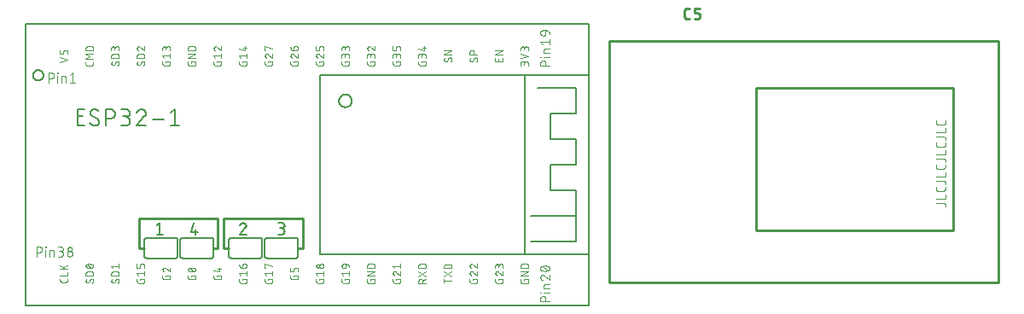
<source format=gbr>
G04 EAGLE Gerber RS-274X export*
G75*
%MOMM*%
%FSLAX34Y34*%
%LPD*%
%INSilkscreen Top*%
%IPPOS*%
%AMOC8*
5,1,8,0,0,1.08239X$1,22.5*%
G01*
%ADD10C,0.076200*%
%ADD11C,0.254000*%
%ADD12C,0.203200*%
%ADD13C,0.127000*%
%ADD14C,0.152400*%


D10*
X914781Y147385D02*
X922091Y147385D01*
X922180Y147383D01*
X922268Y147377D01*
X922356Y147368D01*
X922444Y147355D01*
X922531Y147338D01*
X922617Y147318D01*
X922702Y147293D01*
X922787Y147266D01*
X922870Y147234D01*
X922951Y147200D01*
X923031Y147161D01*
X923109Y147120D01*
X923186Y147075D01*
X923260Y147027D01*
X923333Y146976D01*
X923403Y146922D01*
X923470Y146864D01*
X923536Y146804D01*
X923598Y146742D01*
X923658Y146676D01*
X923716Y146609D01*
X923770Y146539D01*
X923821Y146466D01*
X923869Y146392D01*
X923914Y146315D01*
X923955Y146237D01*
X923994Y146157D01*
X924028Y146076D01*
X924060Y145993D01*
X924087Y145908D01*
X924112Y145823D01*
X924132Y145737D01*
X924149Y145650D01*
X924162Y145562D01*
X924171Y145474D01*
X924177Y145386D01*
X924179Y145297D01*
X924179Y144252D01*
X924179Y151899D02*
X914781Y151899D01*
X924179Y151899D02*
X924179Y156076D01*
X924179Y161564D02*
X924179Y163653D01*
X924179Y161564D02*
X924177Y161475D01*
X924171Y161387D01*
X924162Y161299D01*
X924149Y161211D01*
X924132Y161124D01*
X924112Y161038D01*
X924087Y160953D01*
X924060Y160868D01*
X924028Y160785D01*
X923994Y160704D01*
X923955Y160624D01*
X923914Y160546D01*
X923869Y160469D01*
X923821Y160395D01*
X923770Y160322D01*
X923716Y160252D01*
X923658Y160185D01*
X923598Y160119D01*
X923536Y160057D01*
X923470Y159997D01*
X923403Y159939D01*
X923333Y159885D01*
X923260Y159834D01*
X923186Y159786D01*
X923109Y159741D01*
X923031Y159700D01*
X922951Y159661D01*
X922870Y159627D01*
X922787Y159595D01*
X922702Y159568D01*
X922617Y159543D01*
X922531Y159523D01*
X922444Y159506D01*
X922356Y159493D01*
X922268Y159484D01*
X922180Y159478D01*
X922091Y159476D01*
X916869Y159476D01*
X916869Y159475D02*
X916778Y159477D01*
X916687Y159483D01*
X916596Y159493D01*
X916506Y159507D01*
X916417Y159525D01*
X916328Y159546D01*
X916241Y159572D01*
X916155Y159601D01*
X916070Y159634D01*
X915986Y159671D01*
X915904Y159711D01*
X915825Y159755D01*
X915747Y159802D01*
X915671Y159853D01*
X915597Y159907D01*
X915526Y159964D01*
X915458Y160024D01*
X915392Y160087D01*
X915329Y160153D01*
X915269Y160221D01*
X915212Y160292D01*
X915158Y160366D01*
X915107Y160442D01*
X915060Y160519D01*
X915016Y160599D01*
X914976Y160681D01*
X914939Y160765D01*
X914906Y160849D01*
X914877Y160936D01*
X914851Y161023D01*
X914830Y161112D01*
X914812Y161201D01*
X914798Y161291D01*
X914788Y161382D01*
X914782Y161473D01*
X914780Y161564D01*
X914781Y161564D02*
X914781Y163653D01*
X914781Y169331D02*
X922091Y169331D01*
X922091Y169330D02*
X922180Y169328D01*
X922268Y169322D01*
X922356Y169313D01*
X922444Y169300D01*
X922531Y169283D01*
X922617Y169263D01*
X922702Y169238D01*
X922787Y169211D01*
X922870Y169179D01*
X922951Y169145D01*
X923031Y169106D01*
X923109Y169065D01*
X923186Y169020D01*
X923260Y168972D01*
X923333Y168921D01*
X923403Y168867D01*
X923470Y168809D01*
X923536Y168749D01*
X923598Y168687D01*
X923658Y168621D01*
X923716Y168554D01*
X923770Y168484D01*
X923821Y168411D01*
X923869Y168337D01*
X923914Y168260D01*
X923955Y168182D01*
X923994Y168102D01*
X924028Y168021D01*
X924060Y167938D01*
X924087Y167853D01*
X924112Y167768D01*
X924132Y167682D01*
X924149Y167595D01*
X924162Y167507D01*
X924171Y167419D01*
X924177Y167331D01*
X924179Y167242D01*
X924179Y166198D01*
X924179Y173844D02*
X914781Y173844D01*
X924179Y173844D02*
X924179Y178021D01*
X924179Y183510D02*
X924179Y185598D01*
X924179Y183510D02*
X924177Y183421D01*
X924171Y183333D01*
X924162Y183245D01*
X924149Y183157D01*
X924132Y183070D01*
X924112Y182984D01*
X924087Y182899D01*
X924060Y182814D01*
X924028Y182731D01*
X923994Y182650D01*
X923955Y182570D01*
X923914Y182492D01*
X923869Y182415D01*
X923821Y182341D01*
X923770Y182268D01*
X923716Y182198D01*
X923658Y182131D01*
X923598Y182065D01*
X923536Y182003D01*
X923470Y181943D01*
X923403Y181885D01*
X923333Y181831D01*
X923260Y181780D01*
X923186Y181732D01*
X923109Y181687D01*
X923031Y181646D01*
X922951Y181607D01*
X922870Y181573D01*
X922787Y181541D01*
X922702Y181514D01*
X922617Y181489D01*
X922531Y181469D01*
X922444Y181452D01*
X922356Y181439D01*
X922268Y181430D01*
X922180Y181424D01*
X922091Y181422D01*
X922091Y181421D02*
X916869Y181421D01*
X916778Y181423D01*
X916687Y181429D01*
X916596Y181439D01*
X916506Y181453D01*
X916417Y181471D01*
X916328Y181492D01*
X916241Y181518D01*
X916155Y181547D01*
X916070Y181580D01*
X915986Y181617D01*
X915904Y181657D01*
X915825Y181701D01*
X915747Y181748D01*
X915671Y181799D01*
X915597Y181853D01*
X915526Y181910D01*
X915458Y181970D01*
X915392Y182033D01*
X915329Y182099D01*
X915269Y182167D01*
X915212Y182238D01*
X915158Y182312D01*
X915107Y182388D01*
X915060Y182465D01*
X915016Y182545D01*
X914976Y182627D01*
X914939Y182711D01*
X914906Y182795D01*
X914877Y182882D01*
X914851Y182969D01*
X914830Y183058D01*
X914812Y183147D01*
X914798Y183237D01*
X914788Y183328D01*
X914782Y183419D01*
X914780Y183510D01*
X914781Y183510D02*
X914781Y185598D01*
X914781Y191276D02*
X922091Y191276D01*
X922180Y191274D01*
X922268Y191268D01*
X922356Y191259D01*
X922444Y191246D01*
X922531Y191229D01*
X922617Y191209D01*
X922702Y191184D01*
X922787Y191157D01*
X922870Y191125D01*
X922951Y191091D01*
X923031Y191052D01*
X923109Y191011D01*
X923186Y190966D01*
X923260Y190918D01*
X923333Y190867D01*
X923403Y190813D01*
X923470Y190755D01*
X923536Y190695D01*
X923598Y190633D01*
X923658Y190567D01*
X923716Y190500D01*
X923770Y190430D01*
X923821Y190357D01*
X923869Y190283D01*
X923914Y190206D01*
X923955Y190128D01*
X923994Y190048D01*
X924028Y189967D01*
X924060Y189884D01*
X924087Y189799D01*
X924112Y189714D01*
X924132Y189628D01*
X924149Y189541D01*
X924162Y189453D01*
X924171Y189365D01*
X924177Y189277D01*
X924179Y189188D01*
X924179Y188143D01*
X924179Y195790D02*
X914781Y195790D01*
X924179Y195790D02*
X924179Y199967D01*
X924179Y205455D02*
X924179Y207544D01*
X924179Y205455D02*
X924177Y205366D01*
X924171Y205278D01*
X924162Y205190D01*
X924149Y205102D01*
X924132Y205015D01*
X924112Y204929D01*
X924087Y204844D01*
X924060Y204759D01*
X924028Y204676D01*
X923994Y204595D01*
X923955Y204515D01*
X923914Y204437D01*
X923869Y204360D01*
X923821Y204286D01*
X923770Y204213D01*
X923716Y204143D01*
X923658Y204076D01*
X923598Y204010D01*
X923536Y203948D01*
X923470Y203888D01*
X923403Y203830D01*
X923333Y203776D01*
X923260Y203725D01*
X923186Y203677D01*
X923109Y203632D01*
X923031Y203591D01*
X922951Y203552D01*
X922870Y203518D01*
X922787Y203486D01*
X922702Y203459D01*
X922617Y203434D01*
X922531Y203414D01*
X922444Y203397D01*
X922356Y203384D01*
X922268Y203375D01*
X922180Y203369D01*
X922091Y203367D01*
X916869Y203367D01*
X916869Y203366D02*
X916778Y203368D01*
X916687Y203374D01*
X916596Y203384D01*
X916506Y203398D01*
X916417Y203416D01*
X916328Y203437D01*
X916241Y203463D01*
X916155Y203492D01*
X916070Y203525D01*
X915986Y203562D01*
X915904Y203602D01*
X915825Y203646D01*
X915747Y203693D01*
X915671Y203744D01*
X915597Y203798D01*
X915526Y203855D01*
X915458Y203915D01*
X915392Y203978D01*
X915329Y204044D01*
X915269Y204112D01*
X915212Y204183D01*
X915158Y204257D01*
X915107Y204333D01*
X915060Y204410D01*
X915016Y204490D01*
X914976Y204572D01*
X914939Y204656D01*
X914906Y204740D01*
X914877Y204827D01*
X914851Y204914D01*
X914830Y205003D01*
X914812Y205092D01*
X914798Y205182D01*
X914788Y205273D01*
X914782Y205364D01*
X914780Y205455D01*
X914781Y205455D02*
X914781Y207544D01*
X914781Y213221D02*
X922091Y213221D01*
X922180Y213219D01*
X922268Y213213D01*
X922356Y213204D01*
X922444Y213191D01*
X922531Y213174D01*
X922617Y213154D01*
X922702Y213129D01*
X922787Y213102D01*
X922870Y213070D01*
X922951Y213036D01*
X923031Y212997D01*
X923109Y212956D01*
X923186Y212911D01*
X923260Y212863D01*
X923333Y212812D01*
X923403Y212758D01*
X923470Y212700D01*
X923536Y212640D01*
X923598Y212578D01*
X923658Y212512D01*
X923716Y212445D01*
X923770Y212375D01*
X923821Y212302D01*
X923869Y212228D01*
X923914Y212151D01*
X923955Y212073D01*
X923994Y211993D01*
X924028Y211912D01*
X924060Y211829D01*
X924087Y211744D01*
X924112Y211659D01*
X924132Y211573D01*
X924149Y211486D01*
X924162Y211398D01*
X924171Y211310D01*
X924177Y211222D01*
X924179Y211133D01*
X924179Y210089D01*
X924179Y217735D02*
X914781Y217735D01*
X924179Y217735D02*
X924179Y221912D01*
X924179Y227401D02*
X924179Y229489D01*
X924179Y227401D02*
X924177Y227312D01*
X924171Y227224D01*
X924162Y227136D01*
X924149Y227048D01*
X924132Y226961D01*
X924112Y226875D01*
X924087Y226790D01*
X924060Y226705D01*
X924028Y226622D01*
X923994Y226541D01*
X923955Y226461D01*
X923914Y226383D01*
X923869Y226306D01*
X923821Y226232D01*
X923770Y226159D01*
X923716Y226089D01*
X923658Y226022D01*
X923598Y225956D01*
X923536Y225894D01*
X923470Y225834D01*
X923403Y225776D01*
X923333Y225722D01*
X923260Y225671D01*
X923186Y225623D01*
X923109Y225578D01*
X923031Y225537D01*
X922951Y225498D01*
X922870Y225464D01*
X922787Y225432D01*
X922702Y225405D01*
X922617Y225380D01*
X922531Y225360D01*
X922444Y225343D01*
X922356Y225330D01*
X922268Y225321D01*
X922180Y225315D01*
X922091Y225313D01*
X922091Y225312D02*
X916869Y225312D01*
X916778Y225314D01*
X916687Y225320D01*
X916596Y225330D01*
X916506Y225344D01*
X916417Y225362D01*
X916328Y225383D01*
X916241Y225409D01*
X916155Y225438D01*
X916070Y225471D01*
X915986Y225508D01*
X915904Y225548D01*
X915825Y225592D01*
X915747Y225639D01*
X915671Y225690D01*
X915597Y225744D01*
X915526Y225801D01*
X915458Y225861D01*
X915392Y225924D01*
X915329Y225990D01*
X915269Y226058D01*
X915212Y226129D01*
X915158Y226203D01*
X915107Y226279D01*
X915060Y226356D01*
X915016Y226436D01*
X914976Y226518D01*
X914939Y226602D01*
X914906Y226686D01*
X914877Y226773D01*
X914851Y226860D01*
X914830Y226949D01*
X914812Y227038D01*
X914798Y227128D01*
X914788Y227219D01*
X914782Y227310D01*
X914780Y227401D01*
X914781Y227401D02*
X914781Y229489D01*
D11*
X129540Y102870D02*
X124460Y102870D01*
X124460Y132080D01*
X201930Y132080D01*
X201930Y102870D01*
X198120Y102870D01*
X208280Y102870D02*
X213360Y102870D01*
X208280Y102870D02*
X208280Y132080D01*
X287020Y132080D01*
X287020Y102870D01*
X281940Y102870D01*
D12*
X11430Y325120D02*
X570230Y325120D01*
X11430Y325120D02*
X11430Y45720D01*
X570230Y274320D02*
X570230Y325120D01*
X570230Y274320D02*
X570230Y96520D01*
X570230Y45720D01*
X11430Y45720D01*
X506730Y274320D02*
X570230Y274320D01*
X506730Y274320D02*
X303530Y274320D01*
X303530Y96520D01*
X506730Y96520D01*
X570230Y96520D01*
D10*
X510413Y284009D02*
X510413Y286055D01*
X510411Y286144D01*
X510405Y286233D01*
X510395Y286322D01*
X510382Y286410D01*
X510365Y286498D01*
X510343Y286585D01*
X510318Y286670D01*
X510290Y286755D01*
X510257Y286838D01*
X510221Y286920D01*
X510182Y287000D01*
X510139Y287078D01*
X510093Y287154D01*
X510043Y287229D01*
X509990Y287301D01*
X509934Y287370D01*
X509875Y287437D01*
X509814Y287502D01*
X509749Y287563D01*
X509682Y287622D01*
X509613Y287678D01*
X509541Y287731D01*
X509466Y287781D01*
X509390Y287827D01*
X509312Y287870D01*
X509232Y287909D01*
X509150Y287945D01*
X509067Y287978D01*
X508982Y288006D01*
X508897Y288031D01*
X508810Y288053D01*
X508722Y288070D01*
X508634Y288083D01*
X508545Y288093D01*
X508456Y288099D01*
X508367Y288101D01*
X508278Y288099D01*
X508189Y288093D01*
X508100Y288083D01*
X508012Y288070D01*
X507924Y288053D01*
X507837Y288031D01*
X507752Y288006D01*
X507667Y287978D01*
X507584Y287945D01*
X507502Y287909D01*
X507422Y287870D01*
X507344Y287827D01*
X507268Y287781D01*
X507193Y287731D01*
X507121Y287678D01*
X507052Y287622D01*
X506985Y287563D01*
X506920Y287502D01*
X506859Y287437D01*
X506800Y287370D01*
X506744Y287301D01*
X506691Y287229D01*
X506641Y287154D01*
X506595Y287078D01*
X506552Y287000D01*
X506513Y286920D01*
X506477Y286838D01*
X506444Y286755D01*
X506416Y286670D01*
X506391Y286585D01*
X506369Y286498D01*
X506352Y286410D01*
X506339Y286322D01*
X506329Y286233D01*
X506323Y286144D01*
X506321Y286055D01*
X503047Y286464D02*
X503047Y284009D01*
X503047Y286464D02*
X503049Y286543D01*
X503055Y286622D01*
X503064Y286701D01*
X503077Y286779D01*
X503095Y286856D01*
X503115Y286932D01*
X503140Y287007D01*
X503168Y287081D01*
X503199Y287154D01*
X503235Y287225D01*
X503273Y287294D01*
X503315Y287361D01*
X503360Y287426D01*
X503408Y287489D01*
X503459Y287550D01*
X503513Y287607D01*
X503569Y287663D01*
X503628Y287715D01*
X503690Y287765D01*
X503754Y287811D01*
X503820Y287855D01*
X503888Y287895D01*
X503958Y287931D01*
X504030Y287965D01*
X504104Y287995D01*
X504178Y288021D01*
X504254Y288044D01*
X504331Y288062D01*
X504408Y288078D01*
X504487Y288089D01*
X504565Y288097D01*
X504644Y288101D01*
X504724Y288101D01*
X504803Y288097D01*
X504881Y288089D01*
X504960Y288078D01*
X505037Y288062D01*
X505114Y288044D01*
X505190Y288021D01*
X505264Y287995D01*
X505338Y287965D01*
X505410Y287931D01*
X505480Y287895D01*
X505548Y287855D01*
X505614Y287811D01*
X505678Y287765D01*
X505740Y287715D01*
X505799Y287663D01*
X505855Y287607D01*
X505909Y287550D01*
X505960Y287489D01*
X506008Y287426D01*
X506053Y287361D01*
X506095Y287294D01*
X506133Y287225D01*
X506169Y287154D01*
X506200Y287081D01*
X506228Y287007D01*
X506253Y286932D01*
X506273Y286856D01*
X506291Y286779D01*
X506304Y286701D01*
X506313Y286622D01*
X506319Y286543D01*
X506321Y286464D01*
X506321Y284827D01*
X503047Y290915D02*
X510413Y293370D01*
X503047Y295825D01*
X510413Y298639D02*
X510413Y300685D01*
X510411Y300774D01*
X510405Y300863D01*
X510395Y300952D01*
X510382Y301040D01*
X510365Y301128D01*
X510343Y301215D01*
X510318Y301300D01*
X510290Y301385D01*
X510257Y301468D01*
X510221Y301550D01*
X510182Y301630D01*
X510139Y301708D01*
X510093Y301784D01*
X510043Y301859D01*
X509990Y301931D01*
X509934Y302000D01*
X509875Y302067D01*
X509814Y302132D01*
X509749Y302193D01*
X509682Y302252D01*
X509613Y302308D01*
X509541Y302361D01*
X509466Y302411D01*
X509390Y302457D01*
X509312Y302500D01*
X509232Y302539D01*
X509150Y302575D01*
X509067Y302608D01*
X508982Y302636D01*
X508897Y302661D01*
X508810Y302683D01*
X508722Y302700D01*
X508634Y302713D01*
X508545Y302723D01*
X508456Y302729D01*
X508367Y302731D01*
X508278Y302729D01*
X508189Y302723D01*
X508100Y302713D01*
X508012Y302700D01*
X507924Y302683D01*
X507837Y302661D01*
X507752Y302636D01*
X507667Y302608D01*
X507584Y302575D01*
X507502Y302539D01*
X507422Y302500D01*
X507344Y302457D01*
X507268Y302411D01*
X507193Y302361D01*
X507121Y302308D01*
X507052Y302252D01*
X506985Y302193D01*
X506920Y302132D01*
X506859Y302067D01*
X506800Y302000D01*
X506744Y301931D01*
X506691Y301859D01*
X506641Y301784D01*
X506595Y301708D01*
X506552Y301630D01*
X506513Y301550D01*
X506477Y301468D01*
X506444Y301385D01*
X506416Y301300D01*
X506391Y301215D01*
X506369Y301128D01*
X506352Y301040D01*
X506339Y300952D01*
X506329Y300863D01*
X506323Y300774D01*
X506321Y300685D01*
X503047Y301094D02*
X503047Y298639D01*
X503047Y301094D02*
X503049Y301173D01*
X503055Y301252D01*
X503064Y301331D01*
X503077Y301409D01*
X503095Y301486D01*
X503115Y301562D01*
X503140Y301637D01*
X503168Y301711D01*
X503199Y301784D01*
X503235Y301855D01*
X503273Y301924D01*
X503315Y301991D01*
X503360Y302056D01*
X503408Y302119D01*
X503459Y302180D01*
X503513Y302237D01*
X503569Y302293D01*
X503628Y302345D01*
X503690Y302395D01*
X503754Y302441D01*
X503820Y302485D01*
X503888Y302525D01*
X503958Y302561D01*
X504030Y302595D01*
X504104Y302625D01*
X504178Y302651D01*
X504254Y302674D01*
X504331Y302692D01*
X504408Y302708D01*
X504487Y302719D01*
X504565Y302727D01*
X504644Y302731D01*
X504724Y302731D01*
X504803Y302727D01*
X504881Y302719D01*
X504960Y302708D01*
X505037Y302692D01*
X505114Y302674D01*
X505190Y302651D01*
X505264Y302625D01*
X505338Y302595D01*
X505410Y302561D01*
X505480Y302525D01*
X505548Y302485D01*
X505614Y302441D01*
X505678Y302395D01*
X505740Y302345D01*
X505799Y302293D01*
X505855Y302237D01*
X505909Y302180D01*
X505960Y302119D01*
X506008Y302056D01*
X506053Y301991D01*
X506095Y301924D01*
X506133Y301855D01*
X506169Y301784D01*
X506200Y301711D01*
X506228Y301637D01*
X506253Y301562D01*
X506273Y301486D01*
X506291Y301409D01*
X506304Y301331D01*
X506313Y301252D01*
X506319Y301173D01*
X506321Y301094D01*
X506321Y299458D01*
X485013Y291436D02*
X485013Y288162D01*
X477647Y288162D01*
X477647Y291436D01*
X480921Y290617D02*
X480921Y288162D01*
X477647Y294486D02*
X485013Y294486D01*
X485013Y298578D02*
X477647Y294486D01*
X477647Y298578D02*
X485013Y298578D01*
X459613Y290063D02*
X459611Y290141D01*
X459606Y290219D01*
X459596Y290296D01*
X459583Y290373D01*
X459567Y290449D01*
X459547Y290524D01*
X459523Y290598D01*
X459496Y290671D01*
X459465Y290743D01*
X459431Y290813D01*
X459394Y290882D01*
X459353Y290948D01*
X459309Y291013D01*
X459263Y291075D01*
X459213Y291135D01*
X459161Y291193D01*
X459106Y291248D01*
X459048Y291300D01*
X458988Y291350D01*
X458926Y291396D01*
X458861Y291440D01*
X458795Y291481D01*
X458726Y291518D01*
X458656Y291552D01*
X458584Y291583D01*
X458511Y291610D01*
X458437Y291634D01*
X458362Y291654D01*
X458286Y291670D01*
X458209Y291683D01*
X458132Y291693D01*
X458054Y291698D01*
X457976Y291700D01*
X459613Y290063D02*
X459611Y289949D01*
X459606Y289836D01*
X459596Y289722D01*
X459583Y289609D01*
X459566Y289497D01*
X459546Y289385D01*
X459522Y289274D01*
X459494Y289163D01*
X459463Y289054D01*
X459428Y288946D01*
X459389Y288839D01*
X459347Y288733D01*
X459302Y288629D01*
X459253Y288526D01*
X459200Y288425D01*
X459145Y288326D01*
X459086Y288228D01*
X459024Y288133D01*
X458959Y288040D01*
X458891Y287948D01*
X458820Y287860D01*
X458746Y287773D01*
X458669Y287689D01*
X458590Y287608D01*
X453884Y287812D02*
X453806Y287814D01*
X453728Y287819D01*
X453651Y287829D01*
X453574Y287842D01*
X453498Y287858D01*
X453423Y287878D01*
X453349Y287902D01*
X453276Y287929D01*
X453204Y287960D01*
X453134Y287994D01*
X453066Y288031D01*
X452999Y288072D01*
X452934Y288116D01*
X452872Y288162D01*
X452812Y288212D01*
X452754Y288264D01*
X452699Y288319D01*
X452647Y288377D01*
X452597Y288437D01*
X452551Y288499D01*
X452507Y288564D01*
X452466Y288631D01*
X452429Y288699D01*
X452395Y288769D01*
X452364Y288841D01*
X452337Y288914D01*
X452313Y288988D01*
X452293Y289063D01*
X452277Y289139D01*
X452264Y289216D01*
X452254Y289293D01*
X452249Y289371D01*
X452247Y289449D01*
X452249Y289559D01*
X452255Y289668D01*
X452265Y289778D01*
X452278Y289886D01*
X452296Y289995D01*
X452317Y290102D01*
X452343Y290209D01*
X452372Y290315D01*
X452404Y290420D01*
X452441Y290523D01*
X452481Y290625D01*
X452525Y290726D01*
X452573Y290825D01*
X452623Y290922D01*
X452678Y291017D01*
X452736Y291110D01*
X452797Y291201D01*
X452861Y291290D01*
X455316Y288630D02*
X455274Y288564D01*
X455230Y288499D01*
X455182Y288437D01*
X455132Y288377D01*
X455079Y288319D01*
X455023Y288264D01*
X454965Y288211D01*
X454904Y288162D01*
X454841Y288115D01*
X454776Y288071D01*
X454709Y288031D01*
X454640Y287994D01*
X454569Y287960D01*
X454497Y287929D01*
X454423Y287902D01*
X454348Y287878D01*
X454273Y287858D01*
X454196Y287842D01*
X454119Y287829D01*
X454041Y287819D01*
X453962Y287814D01*
X453884Y287812D01*
X456543Y290881D02*
X456585Y290948D01*
X456629Y291013D01*
X456677Y291075D01*
X456727Y291135D01*
X456780Y291193D01*
X456836Y291248D01*
X456895Y291300D01*
X456955Y291350D01*
X457019Y291397D01*
X457084Y291440D01*
X457151Y291481D01*
X457220Y291518D01*
X457291Y291552D01*
X457363Y291583D01*
X457437Y291610D01*
X457511Y291634D01*
X457587Y291654D01*
X457664Y291670D01*
X457741Y291683D01*
X457819Y291693D01*
X457898Y291698D01*
X457976Y291700D01*
X456544Y290881D02*
X455316Y288630D01*
X452247Y295040D02*
X459613Y295040D01*
X452247Y295040D02*
X452247Y297086D01*
X452249Y297175D01*
X452255Y297264D01*
X452265Y297353D01*
X452278Y297441D01*
X452295Y297529D01*
X452317Y297616D01*
X452342Y297701D01*
X452370Y297786D01*
X452403Y297869D01*
X452439Y297951D01*
X452478Y298031D01*
X452521Y298109D01*
X452567Y298185D01*
X452617Y298260D01*
X452670Y298332D01*
X452726Y298401D01*
X452785Y298468D01*
X452846Y298533D01*
X452911Y298594D01*
X452978Y298653D01*
X453047Y298709D01*
X453119Y298762D01*
X453194Y298812D01*
X453270Y298858D01*
X453348Y298901D01*
X453428Y298940D01*
X453510Y298976D01*
X453593Y299009D01*
X453678Y299037D01*
X453763Y299062D01*
X453850Y299084D01*
X453938Y299101D01*
X454026Y299114D01*
X454115Y299124D01*
X454204Y299130D01*
X454293Y299132D01*
X454382Y299130D01*
X454471Y299124D01*
X454560Y299114D01*
X454648Y299101D01*
X454736Y299084D01*
X454823Y299062D01*
X454908Y299037D01*
X454993Y299009D01*
X455076Y298976D01*
X455158Y298940D01*
X455238Y298901D01*
X455316Y298858D01*
X455392Y298812D01*
X455467Y298762D01*
X455539Y298709D01*
X455608Y298653D01*
X455675Y298594D01*
X455740Y298533D01*
X455801Y298468D01*
X455860Y298401D01*
X455916Y298332D01*
X455969Y298260D01*
X456019Y298185D01*
X456065Y298109D01*
X456108Y298031D01*
X456147Y297951D01*
X456183Y297869D01*
X456216Y297786D01*
X456244Y297701D01*
X456269Y297616D01*
X456291Y297529D01*
X456308Y297441D01*
X456321Y297353D01*
X456331Y297264D01*
X456337Y297175D01*
X456339Y297086D01*
X456339Y295040D01*
X434213Y290122D02*
X434211Y290200D01*
X434206Y290278D01*
X434196Y290355D01*
X434183Y290432D01*
X434167Y290508D01*
X434147Y290583D01*
X434123Y290657D01*
X434096Y290730D01*
X434065Y290802D01*
X434031Y290872D01*
X433994Y290941D01*
X433953Y291007D01*
X433909Y291072D01*
X433863Y291134D01*
X433813Y291194D01*
X433761Y291252D01*
X433706Y291307D01*
X433648Y291359D01*
X433588Y291409D01*
X433526Y291455D01*
X433461Y291499D01*
X433395Y291540D01*
X433326Y291577D01*
X433256Y291611D01*
X433184Y291642D01*
X433111Y291669D01*
X433037Y291693D01*
X432962Y291713D01*
X432886Y291729D01*
X432809Y291742D01*
X432732Y291752D01*
X432654Y291757D01*
X432576Y291759D01*
X434213Y290122D02*
X434211Y290008D01*
X434206Y289895D01*
X434196Y289781D01*
X434183Y289668D01*
X434166Y289556D01*
X434146Y289444D01*
X434122Y289333D01*
X434094Y289222D01*
X434063Y289113D01*
X434028Y289005D01*
X433989Y288898D01*
X433947Y288792D01*
X433902Y288688D01*
X433853Y288585D01*
X433800Y288484D01*
X433745Y288385D01*
X433686Y288287D01*
X433624Y288192D01*
X433559Y288099D01*
X433491Y288007D01*
X433420Y287919D01*
X433346Y287832D01*
X433269Y287748D01*
X433190Y287667D01*
X428484Y287871D02*
X428406Y287873D01*
X428328Y287878D01*
X428251Y287888D01*
X428174Y287901D01*
X428098Y287917D01*
X428023Y287937D01*
X427949Y287961D01*
X427876Y287988D01*
X427804Y288019D01*
X427734Y288053D01*
X427666Y288090D01*
X427599Y288131D01*
X427534Y288175D01*
X427472Y288221D01*
X427412Y288271D01*
X427354Y288323D01*
X427299Y288378D01*
X427247Y288436D01*
X427197Y288496D01*
X427151Y288558D01*
X427107Y288623D01*
X427066Y288690D01*
X427029Y288758D01*
X426995Y288828D01*
X426964Y288900D01*
X426937Y288973D01*
X426913Y289047D01*
X426893Y289122D01*
X426877Y289198D01*
X426864Y289275D01*
X426854Y289352D01*
X426849Y289430D01*
X426847Y289508D01*
X426849Y289618D01*
X426855Y289727D01*
X426865Y289837D01*
X426878Y289945D01*
X426896Y290054D01*
X426917Y290161D01*
X426943Y290268D01*
X426972Y290374D01*
X427004Y290479D01*
X427041Y290582D01*
X427081Y290684D01*
X427125Y290785D01*
X427173Y290884D01*
X427223Y290981D01*
X427278Y291076D01*
X427336Y291169D01*
X427397Y291260D01*
X427461Y291349D01*
X429916Y288689D02*
X429874Y288623D01*
X429830Y288558D01*
X429782Y288496D01*
X429732Y288436D01*
X429679Y288378D01*
X429623Y288323D01*
X429565Y288270D01*
X429504Y288221D01*
X429441Y288174D01*
X429376Y288130D01*
X429309Y288090D01*
X429240Y288053D01*
X429169Y288019D01*
X429097Y287988D01*
X429023Y287961D01*
X428948Y287937D01*
X428873Y287917D01*
X428796Y287901D01*
X428719Y287888D01*
X428641Y287878D01*
X428562Y287873D01*
X428484Y287871D01*
X431143Y290940D02*
X431185Y291007D01*
X431229Y291072D01*
X431277Y291134D01*
X431327Y291194D01*
X431380Y291252D01*
X431436Y291307D01*
X431495Y291359D01*
X431555Y291409D01*
X431619Y291456D01*
X431684Y291499D01*
X431751Y291540D01*
X431820Y291577D01*
X431891Y291611D01*
X431963Y291642D01*
X432037Y291669D01*
X432111Y291693D01*
X432187Y291713D01*
X432264Y291729D01*
X432341Y291742D01*
X432419Y291752D01*
X432498Y291757D01*
X432576Y291759D01*
X431144Y290940D02*
X429916Y288689D01*
X426847Y294981D02*
X434213Y294981D01*
X434213Y299074D02*
X426847Y294981D01*
X426847Y299074D02*
X434213Y299074D01*
X404721Y287979D02*
X404721Y286751D01*
X404721Y287979D02*
X408813Y287979D01*
X408813Y285524D01*
X408811Y285446D01*
X408806Y285368D01*
X408796Y285291D01*
X408783Y285214D01*
X408767Y285138D01*
X408747Y285063D01*
X408723Y284989D01*
X408696Y284916D01*
X408665Y284844D01*
X408631Y284774D01*
X408594Y284706D01*
X408553Y284639D01*
X408509Y284574D01*
X408463Y284512D01*
X408413Y284452D01*
X408361Y284394D01*
X408306Y284339D01*
X408248Y284287D01*
X408188Y284237D01*
X408126Y284191D01*
X408061Y284147D01*
X407995Y284106D01*
X407926Y284069D01*
X407856Y284035D01*
X407784Y284004D01*
X407711Y283977D01*
X407637Y283953D01*
X407562Y283933D01*
X407486Y283917D01*
X407409Y283904D01*
X407332Y283894D01*
X407254Y283889D01*
X407176Y283887D01*
X403084Y283887D01*
X403004Y283889D01*
X402924Y283895D01*
X402844Y283905D01*
X402765Y283918D01*
X402686Y283936D01*
X402609Y283957D01*
X402533Y283983D01*
X402458Y284012D01*
X402384Y284044D01*
X402312Y284080D01*
X402242Y284120D01*
X402175Y284163D01*
X402109Y284209D01*
X402046Y284259D01*
X401985Y284311D01*
X401926Y284366D01*
X401871Y284425D01*
X401819Y284485D01*
X401769Y284549D01*
X401723Y284614D01*
X401680Y284682D01*
X401640Y284752D01*
X401604Y284824D01*
X401572Y284898D01*
X401543Y284972D01*
X401518Y285049D01*
X401496Y285126D01*
X401478Y285205D01*
X401465Y285284D01*
X401455Y285363D01*
X401449Y285444D01*
X401447Y285524D01*
X401447Y287979D01*
X408813Y291446D02*
X408813Y293492D01*
X408811Y293581D01*
X408805Y293670D01*
X408795Y293759D01*
X408782Y293847D01*
X408765Y293935D01*
X408743Y294022D01*
X408718Y294107D01*
X408690Y294192D01*
X408657Y294275D01*
X408621Y294357D01*
X408582Y294437D01*
X408539Y294515D01*
X408493Y294591D01*
X408443Y294666D01*
X408390Y294738D01*
X408334Y294807D01*
X408275Y294874D01*
X408214Y294939D01*
X408149Y295000D01*
X408082Y295059D01*
X408013Y295115D01*
X407941Y295168D01*
X407866Y295218D01*
X407790Y295264D01*
X407712Y295307D01*
X407632Y295346D01*
X407550Y295382D01*
X407467Y295415D01*
X407382Y295443D01*
X407297Y295468D01*
X407210Y295490D01*
X407122Y295507D01*
X407034Y295520D01*
X406945Y295530D01*
X406856Y295536D01*
X406767Y295538D01*
X406678Y295536D01*
X406589Y295530D01*
X406500Y295520D01*
X406412Y295507D01*
X406324Y295490D01*
X406237Y295468D01*
X406152Y295443D01*
X406067Y295415D01*
X405984Y295382D01*
X405902Y295346D01*
X405822Y295307D01*
X405744Y295264D01*
X405668Y295218D01*
X405593Y295168D01*
X405521Y295115D01*
X405452Y295059D01*
X405385Y295000D01*
X405320Y294939D01*
X405259Y294874D01*
X405200Y294807D01*
X405144Y294738D01*
X405091Y294666D01*
X405041Y294591D01*
X404995Y294515D01*
X404952Y294437D01*
X404913Y294357D01*
X404877Y294275D01*
X404844Y294192D01*
X404816Y294107D01*
X404791Y294022D01*
X404769Y293935D01*
X404752Y293847D01*
X404739Y293759D01*
X404729Y293670D01*
X404723Y293581D01*
X404721Y293492D01*
X401447Y293901D02*
X401447Y291446D01*
X401447Y293901D02*
X401449Y293980D01*
X401455Y294059D01*
X401464Y294138D01*
X401477Y294216D01*
X401495Y294293D01*
X401515Y294369D01*
X401540Y294444D01*
X401568Y294518D01*
X401599Y294591D01*
X401635Y294662D01*
X401673Y294731D01*
X401715Y294798D01*
X401760Y294863D01*
X401808Y294926D01*
X401859Y294987D01*
X401913Y295044D01*
X401969Y295100D01*
X402028Y295152D01*
X402090Y295202D01*
X402154Y295248D01*
X402220Y295292D01*
X402288Y295332D01*
X402358Y295368D01*
X402430Y295402D01*
X402504Y295432D01*
X402578Y295458D01*
X402654Y295481D01*
X402731Y295499D01*
X402808Y295515D01*
X402887Y295526D01*
X402965Y295534D01*
X403044Y295538D01*
X403124Y295538D01*
X403203Y295534D01*
X403281Y295526D01*
X403360Y295515D01*
X403437Y295499D01*
X403514Y295481D01*
X403590Y295458D01*
X403664Y295432D01*
X403738Y295402D01*
X403810Y295368D01*
X403880Y295332D01*
X403948Y295292D01*
X404014Y295248D01*
X404078Y295202D01*
X404140Y295152D01*
X404199Y295100D01*
X404255Y295044D01*
X404309Y294987D01*
X404360Y294926D01*
X404408Y294863D01*
X404453Y294798D01*
X404495Y294731D01*
X404533Y294662D01*
X404569Y294591D01*
X404600Y294518D01*
X404628Y294444D01*
X404653Y294369D01*
X404673Y294293D01*
X404691Y294216D01*
X404704Y294138D01*
X404713Y294059D01*
X404719Y293980D01*
X404721Y293901D01*
X404721Y292264D01*
X407176Y298761D02*
X401447Y300398D01*
X407176Y298761D02*
X407176Y302853D01*
X405539Y301626D02*
X408813Y301626D01*
X379321Y287979D02*
X379321Y286751D01*
X379321Y287979D02*
X383413Y287979D01*
X383413Y285524D01*
X383411Y285446D01*
X383406Y285368D01*
X383396Y285291D01*
X383383Y285214D01*
X383367Y285138D01*
X383347Y285063D01*
X383323Y284989D01*
X383296Y284916D01*
X383265Y284844D01*
X383231Y284774D01*
X383194Y284706D01*
X383153Y284639D01*
X383109Y284574D01*
X383063Y284512D01*
X383013Y284452D01*
X382961Y284394D01*
X382906Y284339D01*
X382848Y284287D01*
X382788Y284237D01*
X382726Y284191D01*
X382661Y284147D01*
X382595Y284106D01*
X382526Y284069D01*
X382456Y284035D01*
X382384Y284004D01*
X382311Y283977D01*
X382237Y283953D01*
X382162Y283933D01*
X382086Y283917D01*
X382009Y283904D01*
X381932Y283894D01*
X381854Y283889D01*
X381776Y283887D01*
X377684Y283887D01*
X377604Y283889D01*
X377524Y283895D01*
X377444Y283905D01*
X377365Y283918D01*
X377286Y283936D01*
X377209Y283957D01*
X377133Y283983D01*
X377058Y284012D01*
X376984Y284044D01*
X376912Y284080D01*
X376842Y284120D01*
X376775Y284163D01*
X376709Y284209D01*
X376646Y284259D01*
X376585Y284311D01*
X376526Y284366D01*
X376471Y284425D01*
X376419Y284485D01*
X376369Y284549D01*
X376323Y284614D01*
X376280Y284682D01*
X376240Y284752D01*
X376204Y284824D01*
X376172Y284898D01*
X376143Y284972D01*
X376118Y285049D01*
X376096Y285126D01*
X376078Y285205D01*
X376065Y285284D01*
X376055Y285363D01*
X376049Y285444D01*
X376047Y285524D01*
X376047Y287979D01*
X383413Y291446D02*
X383413Y293492D01*
X383411Y293581D01*
X383405Y293670D01*
X383395Y293759D01*
X383382Y293847D01*
X383365Y293935D01*
X383343Y294022D01*
X383318Y294107D01*
X383290Y294192D01*
X383257Y294275D01*
X383221Y294357D01*
X383182Y294437D01*
X383139Y294515D01*
X383093Y294591D01*
X383043Y294666D01*
X382990Y294738D01*
X382934Y294807D01*
X382875Y294874D01*
X382814Y294939D01*
X382749Y295000D01*
X382682Y295059D01*
X382613Y295115D01*
X382541Y295168D01*
X382466Y295218D01*
X382390Y295264D01*
X382312Y295307D01*
X382232Y295346D01*
X382150Y295382D01*
X382067Y295415D01*
X381982Y295443D01*
X381897Y295468D01*
X381810Y295490D01*
X381722Y295507D01*
X381634Y295520D01*
X381545Y295530D01*
X381456Y295536D01*
X381367Y295538D01*
X381278Y295536D01*
X381189Y295530D01*
X381100Y295520D01*
X381012Y295507D01*
X380924Y295490D01*
X380837Y295468D01*
X380752Y295443D01*
X380667Y295415D01*
X380584Y295382D01*
X380502Y295346D01*
X380422Y295307D01*
X380344Y295264D01*
X380268Y295218D01*
X380193Y295168D01*
X380121Y295115D01*
X380052Y295059D01*
X379985Y295000D01*
X379920Y294939D01*
X379859Y294874D01*
X379800Y294807D01*
X379744Y294738D01*
X379691Y294666D01*
X379641Y294591D01*
X379595Y294515D01*
X379552Y294437D01*
X379513Y294357D01*
X379477Y294275D01*
X379444Y294192D01*
X379416Y294107D01*
X379391Y294022D01*
X379369Y293935D01*
X379352Y293847D01*
X379339Y293759D01*
X379329Y293670D01*
X379323Y293581D01*
X379321Y293492D01*
X376047Y293901D02*
X376047Y291446D01*
X376047Y293901D02*
X376049Y293980D01*
X376055Y294059D01*
X376064Y294138D01*
X376077Y294216D01*
X376095Y294293D01*
X376115Y294369D01*
X376140Y294444D01*
X376168Y294518D01*
X376199Y294591D01*
X376235Y294662D01*
X376273Y294731D01*
X376315Y294798D01*
X376360Y294863D01*
X376408Y294926D01*
X376459Y294987D01*
X376513Y295044D01*
X376569Y295100D01*
X376628Y295152D01*
X376690Y295202D01*
X376754Y295248D01*
X376820Y295292D01*
X376888Y295332D01*
X376958Y295368D01*
X377030Y295402D01*
X377104Y295432D01*
X377178Y295458D01*
X377254Y295481D01*
X377331Y295499D01*
X377408Y295515D01*
X377487Y295526D01*
X377565Y295534D01*
X377644Y295538D01*
X377724Y295538D01*
X377803Y295534D01*
X377881Y295526D01*
X377960Y295515D01*
X378037Y295499D01*
X378114Y295481D01*
X378190Y295458D01*
X378264Y295432D01*
X378338Y295402D01*
X378410Y295368D01*
X378480Y295332D01*
X378548Y295292D01*
X378614Y295248D01*
X378678Y295202D01*
X378740Y295152D01*
X378799Y295100D01*
X378855Y295044D01*
X378909Y294987D01*
X378960Y294926D01*
X379008Y294863D01*
X379053Y294798D01*
X379095Y294731D01*
X379133Y294662D01*
X379169Y294591D01*
X379200Y294518D01*
X379228Y294444D01*
X379253Y294369D01*
X379273Y294293D01*
X379291Y294216D01*
X379304Y294138D01*
X379313Y294059D01*
X379319Y293980D01*
X379321Y293901D01*
X379321Y292264D01*
X383413Y298761D02*
X383413Y301216D01*
X383411Y301294D01*
X383406Y301372D01*
X383396Y301449D01*
X383383Y301526D01*
X383367Y301602D01*
X383347Y301677D01*
X383323Y301751D01*
X383296Y301824D01*
X383265Y301896D01*
X383231Y301966D01*
X383194Y302035D01*
X383153Y302101D01*
X383109Y302166D01*
X383063Y302228D01*
X383013Y302288D01*
X382961Y302346D01*
X382906Y302401D01*
X382848Y302453D01*
X382788Y302503D01*
X382726Y302549D01*
X382661Y302593D01*
X382595Y302634D01*
X382526Y302671D01*
X382456Y302705D01*
X382384Y302736D01*
X382311Y302763D01*
X382237Y302787D01*
X382162Y302807D01*
X382086Y302823D01*
X382009Y302836D01*
X381932Y302846D01*
X381854Y302851D01*
X381776Y302853D01*
X380958Y302853D01*
X380878Y302851D01*
X380798Y302845D01*
X380718Y302835D01*
X380639Y302822D01*
X380560Y302804D01*
X380483Y302783D01*
X380407Y302757D01*
X380332Y302728D01*
X380258Y302696D01*
X380186Y302660D01*
X380116Y302620D01*
X380049Y302577D01*
X379983Y302531D01*
X379920Y302481D01*
X379859Y302429D01*
X379800Y302374D01*
X379745Y302315D01*
X379693Y302255D01*
X379643Y302191D01*
X379597Y302125D01*
X379554Y302058D01*
X379514Y301988D01*
X379478Y301916D01*
X379446Y301842D01*
X379417Y301768D01*
X379391Y301691D01*
X379370Y301614D01*
X379352Y301535D01*
X379339Y301456D01*
X379329Y301376D01*
X379323Y301296D01*
X379321Y301216D01*
X379321Y298761D01*
X376047Y298761D01*
X376047Y302853D01*
X353921Y287979D02*
X353921Y286751D01*
X353921Y287979D02*
X358013Y287979D01*
X358013Y285524D01*
X358011Y285446D01*
X358006Y285368D01*
X357996Y285291D01*
X357983Y285214D01*
X357967Y285138D01*
X357947Y285063D01*
X357923Y284989D01*
X357896Y284916D01*
X357865Y284844D01*
X357831Y284774D01*
X357794Y284706D01*
X357753Y284639D01*
X357709Y284574D01*
X357663Y284512D01*
X357613Y284452D01*
X357561Y284394D01*
X357506Y284339D01*
X357448Y284287D01*
X357388Y284237D01*
X357326Y284191D01*
X357261Y284147D01*
X357195Y284106D01*
X357126Y284069D01*
X357056Y284035D01*
X356984Y284004D01*
X356911Y283977D01*
X356837Y283953D01*
X356762Y283933D01*
X356686Y283917D01*
X356609Y283904D01*
X356532Y283894D01*
X356454Y283889D01*
X356376Y283887D01*
X352284Y283887D01*
X352204Y283889D01*
X352124Y283895D01*
X352044Y283905D01*
X351965Y283918D01*
X351886Y283936D01*
X351809Y283957D01*
X351733Y283983D01*
X351658Y284012D01*
X351584Y284044D01*
X351512Y284080D01*
X351442Y284120D01*
X351375Y284163D01*
X351309Y284209D01*
X351246Y284259D01*
X351185Y284311D01*
X351126Y284366D01*
X351071Y284425D01*
X351019Y284485D01*
X350969Y284549D01*
X350923Y284614D01*
X350880Y284682D01*
X350840Y284752D01*
X350804Y284824D01*
X350772Y284898D01*
X350743Y284972D01*
X350718Y285049D01*
X350696Y285126D01*
X350678Y285205D01*
X350665Y285284D01*
X350655Y285363D01*
X350649Y285444D01*
X350647Y285524D01*
X350647Y287979D01*
X358013Y291446D02*
X358013Y293492D01*
X358011Y293581D01*
X358005Y293670D01*
X357995Y293759D01*
X357982Y293847D01*
X357965Y293935D01*
X357943Y294022D01*
X357918Y294107D01*
X357890Y294192D01*
X357857Y294275D01*
X357821Y294357D01*
X357782Y294437D01*
X357739Y294515D01*
X357693Y294591D01*
X357643Y294666D01*
X357590Y294738D01*
X357534Y294807D01*
X357475Y294874D01*
X357414Y294939D01*
X357349Y295000D01*
X357282Y295059D01*
X357213Y295115D01*
X357141Y295168D01*
X357066Y295218D01*
X356990Y295264D01*
X356912Y295307D01*
X356832Y295346D01*
X356750Y295382D01*
X356667Y295415D01*
X356582Y295443D01*
X356497Y295468D01*
X356410Y295490D01*
X356322Y295507D01*
X356234Y295520D01*
X356145Y295530D01*
X356056Y295536D01*
X355967Y295538D01*
X355878Y295536D01*
X355789Y295530D01*
X355700Y295520D01*
X355612Y295507D01*
X355524Y295490D01*
X355437Y295468D01*
X355352Y295443D01*
X355267Y295415D01*
X355184Y295382D01*
X355102Y295346D01*
X355022Y295307D01*
X354944Y295264D01*
X354868Y295218D01*
X354793Y295168D01*
X354721Y295115D01*
X354652Y295059D01*
X354585Y295000D01*
X354520Y294939D01*
X354459Y294874D01*
X354400Y294807D01*
X354344Y294738D01*
X354291Y294666D01*
X354241Y294591D01*
X354195Y294515D01*
X354152Y294437D01*
X354113Y294357D01*
X354077Y294275D01*
X354044Y294192D01*
X354016Y294107D01*
X353991Y294022D01*
X353969Y293935D01*
X353952Y293847D01*
X353939Y293759D01*
X353929Y293670D01*
X353923Y293581D01*
X353921Y293492D01*
X350647Y293901D02*
X350647Y291446D01*
X350647Y293901D02*
X350649Y293980D01*
X350655Y294059D01*
X350664Y294138D01*
X350677Y294216D01*
X350695Y294293D01*
X350715Y294369D01*
X350740Y294444D01*
X350768Y294518D01*
X350799Y294591D01*
X350835Y294662D01*
X350873Y294731D01*
X350915Y294798D01*
X350960Y294863D01*
X351008Y294926D01*
X351059Y294987D01*
X351113Y295044D01*
X351169Y295100D01*
X351228Y295152D01*
X351290Y295202D01*
X351354Y295248D01*
X351420Y295292D01*
X351488Y295332D01*
X351558Y295368D01*
X351630Y295402D01*
X351704Y295432D01*
X351778Y295458D01*
X351854Y295481D01*
X351931Y295499D01*
X352008Y295515D01*
X352087Y295526D01*
X352165Y295534D01*
X352244Y295538D01*
X352324Y295538D01*
X352403Y295534D01*
X352481Y295526D01*
X352560Y295515D01*
X352637Y295499D01*
X352714Y295481D01*
X352790Y295458D01*
X352864Y295432D01*
X352938Y295402D01*
X353010Y295368D01*
X353080Y295332D01*
X353148Y295292D01*
X353214Y295248D01*
X353278Y295202D01*
X353340Y295152D01*
X353399Y295100D01*
X353455Y295044D01*
X353509Y294987D01*
X353560Y294926D01*
X353608Y294863D01*
X353653Y294798D01*
X353695Y294731D01*
X353733Y294662D01*
X353769Y294591D01*
X353800Y294518D01*
X353828Y294444D01*
X353853Y294369D01*
X353873Y294293D01*
X353891Y294216D01*
X353904Y294138D01*
X353913Y294059D01*
X353919Y293980D01*
X353921Y293901D01*
X353921Y292264D01*
X350647Y301012D02*
X350649Y301097D01*
X350655Y301182D01*
X350665Y301266D01*
X350678Y301350D01*
X350696Y301434D01*
X350717Y301516D01*
X350742Y301597D01*
X350771Y301677D01*
X350804Y301756D01*
X350840Y301833D01*
X350880Y301908D01*
X350923Y301982D01*
X350969Y302053D01*
X351019Y302122D01*
X351072Y302189D01*
X351128Y302253D01*
X351187Y302314D01*
X351248Y302373D01*
X351312Y302429D01*
X351379Y302482D01*
X351448Y302532D01*
X351519Y302578D01*
X351593Y302621D01*
X351668Y302661D01*
X351745Y302697D01*
X351824Y302730D01*
X351904Y302759D01*
X351985Y302784D01*
X352067Y302805D01*
X352151Y302823D01*
X352235Y302836D01*
X352319Y302846D01*
X352404Y302852D01*
X352489Y302854D01*
X350647Y301012D02*
X350649Y300916D01*
X350655Y300820D01*
X350665Y300725D01*
X350678Y300630D01*
X350696Y300535D01*
X350717Y300442D01*
X350742Y300349D01*
X350771Y300258D01*
X350803Y300167D01*
X350839Y300078D01*
X350879Y299991D01*
X350922Y299905D01*
X350968Y299821D01*
X351018Y299739D01*
X351072Y299659D01*
X351128Y299582D01*
X351188Y299507D01*
X351250Y299434D01*
X351316Y299364D01*
X351384Y299296D01*
X351455Y299231D01*
X351528Y299170D01*
X351604Y299111D01*
X351683Y299055D01*
X351763Y299003D01*
X351846Y298954D01*
X351930Y298908D01*
X352016Y298866D01*
X352104Y298828D01*
X352193Y298793D01*
X352284Y298761D01*
X353921Y302239D02*
X353862Y302299D01*
X353800Y302356D01*
X353736Y302411D01*
X353669Y302462D01*
X353600Y302511D01*
X353530Y302557D01*
X353457Y302600D01*
X353383Y302640D01*
X353307Y302676D01*
X353229Y302709D01*
X353150Y302739D01*
X353070Y302766D01*
X352989Y302789D01*
X352907Y302808D01*
X352825Y302824D01*
X352741Y302837D01*
X352657Y302846D01*
X352573Y302851D01*
X352489Y302853D01*
X353921Y302239D02*
X358013Y298761D01*
X358013Y302853D01*
X328521Y287979D02*
X328521Y286751D01*
X328521Y287979D02*
X332613Y287979D01*
X332613Y285524D01*
X332611Y285446D01*
X332606Y285368D01*
X332596Y285291D01*
X332583Y285214D01*
X332567Y285138D01*
X332547Y285063D01*
X332523Y284989D01*
X332496Y284916D01*
X332465Y284844D01*
X332431Y284774D01*
X332394Y284706D01*
X332353Y284639D01*
X332309Y284574D01*
X332263Y284512D01*
X332213Y284452D01*
X332161Y284394D01*
X332106Y284339D01*
X332048Y284287D01*
X331988Y284237D01*
X331926Y284191D01*
X331861Y284147D01*
X331795Y284106D01*
X331726Y284069D01*
X331656Y284035D01*
X331584Y284004D01*
X331511Y283977D01*
X331437Y283953D01*
X331362Y283933D01*
X331286Y283917D01*
X331209Y283904D01*
X331132Y283894D01*
X331054Y283889D01*
X330976Y283887D01*
X326884Y283887D01*
X326804Y283889D01*
X326724Y283895D01*
X326644Y283905D01*
X326565Y283918D01*
X326486Y283936D01*
X326409Y283957D01*
X326333Y283983D01*
X326258Y284012D01*
X326184Y284044D01*
X326112Y284080D01*
X326042Y284120D01*
X325975Y284163D01*
X325909Y284209D01*
X325846Y284259D01*
X325785Y284311D01*
X325726Y284366D01*
X325671Y284425D01*
X325619Y284485D01*
X325569Y284549D01*
X325523Y284614D01*
X325480Y284682D01*
X325440Y284752D01*
X325404Y284824D01*
X325372Y284898D01*
X325343Y284972D01*
X325318Y285049D01*
X325296Y285126D01*
X325278Y285205D01*
X325265Y285284D01*
X325255Y285363D01*
X325249Y285444D01*
X325247Y285524D01*
X325247Y287979D01*
X332613Y291446D02*
X332613Y293492D01*
X332611Y293581D01*
X332605Y293670D01*
X332595Y293759D01*
X332582Y293847D01*
X332565Y293935D01*
X332543Y294022D01*
X332518Y294107D01*
X332490Y294192D01*
X332457Y294275D01*
X332421Y294357D01*
X332382Y294437D01*
X332339Y294515D01*
X332293Y294591D01*
X332243Y294666D01*
X332190Y294738D01*
X332134Y294807D01*
X332075Y294874D01*
X332014Y294939D01*
X331949Y295000D01*
X331882Y295059D01*
X331813Y295115D01*
X331741Y295168D01*
X331666Y295218D01*
X331590Y295264D01*
X331512Y295307D01*
X331432Y295346D01*
X331350Y295382D01*
X331267Y295415D01*
X331182Y295443D01*
X331097Y295468D01*
X331010Y295490D01*
X330922Y295507D01*
X330834Y295520D01*
X330745Y295530D01*
X330656Y295536D01*
X330567Y295538D01*
X330478Y295536D01*
X330389Y295530D01*
X330300Y295520D01*
X330212Y295507D01*
X330124Y295490D01*
X330037Y295468D01*
X329952Y295443D01*
X329867Y295415D01*
X329784Y295382D01*
X329702Y295346D01*
X329622Y295307D01*
X329544Y295264D01*
X329468Y295218D01*
X329393Y295168D01*
X329321Y295115D01*
X329252Y295059D01*
X329185Y295000D01*
X329120Y294939D01*
X329059Y294874D01*
X329000Y294807D01*
X328944Y294738D01*
X328891Y294666D01*
X328841Y294591D01*
X328795Y294515D01*
X328752Y294437D01*
X328713Y294357D01*
X328677Y294275D01*
X328644Y294192D01*
X328616Y294107D01*
X328591Y294022D01*
X328569Y293935D01*
X328552Y293847D01*
X328539Y293759D01*
X328529Y293670D01*
X328523Y293581D01*
X328521Y293492D01*
X325247Y293901D02*
X325247Y291446D01*
X325247Y293901D02*
X325249Y293980D01*
X325255Y294059D01*
X325264Y294138D01*
X325277Y294216D01*
X325295Y294293D01*
X325315Y294369D01*
X325340Y294444D01*
X325368Y294518D01*
X325399Y294591D01*
X325435Y294662D01*
X325473Y294731D01*
X325515Y294798D01*
X325560Y294863D01*
X325608Y294926D01*
X325659Y294987D01*
X325713Y295044D01*
X325769Y295100D01*
X325828Y295152D01*
X325890Y295202D01*
X325954Y295248D01*
X326020Y295292D01*
X326088Y295332D01*
X326158Y295368D01*
X326230Y295402D01*
X326304Y295432D01*
X326378Y295458D01*
X326454Y295481D01*
X326531Y295499D01*
X326608Y295515D01*
X326687Y295526D01*
X326765Y295534D01*
X326844Y295538D01*
X326924Y295538D01*
X327003Y295534D01*
X327081Y295526D01*
X327160Y295515D01*
X327237Y295499D01*
X327314Y295481D01*
X327390Y295458D01*
X327464Y295432D01*
X327538Y295402D01*
X327610Y295368D01*
X327680Y295332D01*
X327748Y295292D01*
X327814Y295248D01*
X327878Y295202D01*
X327940Y295152D01*
X327999Y295100D01*
X328055Y295044D01*
X328109Y294987D01*
X328160Y294926D01*
X328208Y294863D01*
X328253Y294798D01*
X328295Y294731D01*
X328333Y294662D01*
X328369Y294591D01*
X328400Y294518D01*
X328428Y294444D01*
X328453Y294369D01*
X328473Y294293D01*
X328491Y294216D01*
X328504Y294138D01*
X328513Y294059D01*
X328519Y293980D01*
X328521Y293901D01*
X328521Y292264D01*
X332613Y298761D02*
X332613Y300807D01*
X332611Y300896D01*
X332605Y300985D01*
X332595Y301074D01*
X332582Y301162D01*
X332565Y301250D01*
X332543Y301337D01*
X332518Y301422D01*
X332490Y301507D01*
X332457Y301590D01*
X332421Y301672D01*
X332382Y301752D01*
X332339Y301830D01*
X332293Y301906D01*
X332243Y301981D01*
X332190Y302053D01*
X332134Y302122D01*
X332075Y302189D01*
X332014Y302254D01*
X331949Y302315D01*
X331882Y302374D01*
X331813Y302430D01*
X331741Y302483D01*
X331666Y302533D01*
X331590Y302579D01*
X331512Y302622D01*
X331432Y302661D01*
X331350Y302697D01*
X331267Y302730D01*
X331182Y302758D01*
X331097Y302783D01*
X331010Y302805D01*
X330922Y302822D01*
X330834Y302835D01*
X330745Y302845D01*
X330656Y302851D01*
X330567Y302853D01*
X330478Y302851D01*
X330389Y302845D01*
X330300Y302835D01*
X330212Y302822D01*
X330124Y302805D01*
X330037Y302783D01*
X329952Y302758D01*
X329867Y302730D01*
X329784Y302697D01*
X329702Y302661D01*
X329622Y302622D01*
X329544Y302579D01*
X329468Y302533D01*
X329393Y302483D01*
X329321Y302430D01*
X329252Y302374D01*
X329185Y302315D01*
X329120Y302254D01*
X329059Y302189D01*
X329000Y302122D01*
X328944Y302053D01*
X328891Y301981D01*
X328841Y301906D01*
X328795Y301830D01*
X328752Y301752D01*
X328713Y301672D01*
X328677Y301590D01*
X328644Y301507D01*
X328616Y301422D01*
X328591Y301337D01*
X328569Y301250D01*
X328552Y301162D01*
X328539Y301074D01*
X328529Y300985D01*
X328523Y300896D01*
X328521Y300807D01*
X325247Y301216D02*
X325247Y298761D01*
X325247Y301216D02*
X325249Y301295D01*
X325255Y301374D01*
X325264Y301453D01*
X325277Y301531D01*
X325295Y301608D01*
X325315Y301684D01*
X325340Y301759D01*
X325368Y301833D01*
X325399Y301906D01*
X325435Y301977D01*
X325473Y302046D01*
X325515Y302113D01*
X325560Y302178D01*
X325608Y302241D01*
X325659Y302302D01*
X325713Y302359D01*
X325769Y302415D01*
X325828Y302467D01*
X325890Y302517D01*
X325954Y302563D01*
X326020Y302607D01*
X326088Y302647D01*
X326158Y302683D01*
X326230Y302717D01*
X326304Y302747D01*
X326378Y302773D01*
X326454Y302796D01*
X326531Y302814D01*
X326608Y302830D01*
X326687Y302841D01*
X326765Y302849D01*
X326844Y302853D01*
X326924Y302853D01*
X327003Y302849D01*
X327081Y302841D01*
X327160Y302830D01*
X327237Y302814D01*
X327314Y302796D01*
X327390Y302773D01*
X327464Y302747D01*
X327538Y302717D01*
X327610Y302683D01*
X327680Y302647D01*
X327748Y302607D01*
X327814Y302563D01*
X327878Y302517D01*
X327940Y302467D01*
X327999Y302415D01*
X328055Y302359D01*
X328109Y302302D01*
X328160Y302241D01*
X328208Y302178D01*
X328253Y302113D01*
X328295Y302046D01*
X328333Y301977D01*
X328369Y301906D01*
X328400Y301833D01*
X328428Y301759D01*
X328453Y301684D01*
X328473Y301608D01*
X328491Y301531D01*
X328504Y301453D01*
X328513Y301374D01*
X328519Y301295D01*
X328521Y301216D01*
X328521Y299579D01*
X303121Y287979D02*
X303121Y286751D01*
X303121Y287979D02*
X307213Y287979D01*
X307213Y285524D01*
X307211Y285446D01*
X307206Y285368D01*
X307196Y285291D01*
X307183Y285214D01*
X307167Y285138D01*
X307147Y285063D01*
X307123Y284989D01*
X307096Y284916D01*
X307065Y284844D01*
X307031Y284774D01*
X306994Y284706D01*
X306953Y284639D01*
X306909Y284574D01*
X306863Y284512D01*
X306813Y284452D01*
X306761Y284394D01*
X306706Y284339D01*
X306648Y284287D01*
X306588Y284237D01*
X306526Y284191D01*
X306461Y284147D01*
X306395Y284106D01*
X306326Y284069D01*
X306256Y284035D01*
X306184Y284004D01*
X306111Y283977D01*
X306037Y283953D01*
X305962Y283933D01*
X305886Y283917D01*
X305809Y283904D01*
X305732Y283894D01*
X305654Y283889D01*
X305576Y283887D01*
X301484Y283887D01*
X301404Y283889D01*
X301324Y283895D01*
X301244Y283905D01*
X301165Y283918D01*
X301086Y283936D01*
X301009Y283957D01*
X300933Y283983D01*
X300858Y284012D01*
X300784Y284044D01*
X300712Y284080D01*
X300642Y284120D01*
X300575Y284163D01*
X300509Y284209D01*
X300446Y284259D01*
X300385Y284311D01*
X300326Y284366D01*
X300271Y284425D01*
X300219Y284485D01*
X300169Y284549D01*
X300123Y284614D01*
X300080Y284682D01*
X300040Y284752D01*
X300004Y284824D01*
X299972Y284898D01*
X299943Y284972D01*
X299918Y285049D01*
X299896Y285126D01*
X299878Y285205D01*
X299865Y285284D01*
X299855Y285363D01*
X299849Y285444D01*
X299847Y285524D01*
X299847Y287979D01*
X299847Y293697D02*
X299849Y293782D01*
X299855Y293867D01*
X299865Y293951D01*
X299878Y294035D01*
X299896Y294119D01*
X299917Y294201D01*
X299942Y294282D01*
X299971Y294362D01*
X300004Y294441D01*
X300040Y294518D01*
X300080Y294593D01*
X300123Y294667D01*
X300169Y294738D01*
X300219Y294807D01*
X300272Y294874D01*
X300328Y294938D01*
X300387Y294999D01*
X300448Y295058D01*
X300512Y295114D01*
X300579Y295167D01*
X300648Y295217D01*
X300719Y295263D01*
X300793Y295306D01*
X300868Y295346D01*
X300945Y295382D01*
X301024Y295415D01*
X301104Y295444D01*
X301185Y295469D01*
X301267Y295490D01*
X301351Y295508D01*
X301435Y295521D01*
X301519Y295531D01*
X301604Y295537D01*
X301689Y295539D01*
X299847Y293697D02*
X299849Y293601D01*
X299855Y293505D01*
X299865Y293410D01*
X299878Y293315D01*
X299896Y293220D01*
X299917Y293127D01*
X299942Y293034D01*
X299971Y292943D01*
X300003Y292852D01*
X300039Y292763D01*
X300079Y292676D01*
X300122Y292590D01*
X300168Y292506D01*
X300218Y292424D01*
X300272Y292344D01*
X300328Y292267D01*
X300388Y292192D01*
X300450Y292119D01*
X300516Y292049D01*
X300584Y291981D01*
X300655Y291916D01*
X300728Y291855D01*
X300804Y291796D01*
X300883Y291740D01*
X300963Y291688D01*
X301046Y291639D01*
X301130Y291593D01*
X301216Y291551D01*
X301304Y291513D01*
X301393Y291478D01*
X301484Y291446D01*
X303121Y294924D02*
X303062Y294984D01*
X303000Y295041D01*
X302936Y295096D01*
X302869Y295147D01*
X302800Y295196D01*
X302730Y295242D01*
X302657Y295285D01*
X302583Y295325D01*
X302507Y295361D01*
X302429Y295394D01*
X302350Y295424D01*
X302270Y295451D01*
X302189Y295474D01*
X302107Y295493D01*
X302025Y295509D01*
X301941Y295522D01*
X301857Y295531D01*
X301773Y295536D01*
X301689Y295538D01*
X303121Y294924D02*
X307213Y291446D01*
X307213Y295538D01*
X307213Y298761D02*
X307213Y301216D01*
X307211Y301294D01*
X307206Y301372D01*
X307196Y301449D01*
X307183Y301526D01*
X307167Y301602D01*
X307147Y301677D01*
X307123Y301751D01*
X307096Y301824D01*
X307065Y301896D01*
X307031Y301966D01*
X306994Y302035D01*
X306953Y302101D01*
X306909Y302166D01*
X306863Y302228D01*
X306813Y302288D01*
X306761Y302346D01*
X306706Y302401D01*
X306648Y302453D01*
X306588Y302503D01*
X306526Y302549D01*
X306461Y302593D01*
X306395Y302634D01*
X306326Y302671D01*
X306256Y302705D01*
X306184Y302736D01*
X306111Y302763D01*
X306037Y302787D01*
X305962Y302807D01*
X305886Y302823D01*
X305809Y302836D01*
X305732Y302846D01*
X305654Y302851D01*
X305576Y302853D01*
X304758Y302853D01*
X304678Y302851D01*
X304598Y302845D01*
X304518Y302835D01*
X304439Y302822D01*
X304360Y302804D01*
X304283Y302783D01*
X304207Y302757D01*
X304132Y302728D01*
X304058Y302696D01*
X303986Y302660D01*
X303916Y302620D01*
X303849Y302577D01*
X303783Y302531D01*
X303720Y302481D01*
X303659Y302429D01*
X303600Y302374D01*
X303545Y302315D01*
X303493Y302255D01*
X303443Y302191D01*
X303397Y302125D01*
X303354Y302058D01*
X303314Y301988D01*
X303278Y301916D01*
X303246Y301842D01*
X303217Y301768D01*
X303191Y301691D01*
X303170Y301614D01*
X303152Y301535D01*
X303139Y301456D01*
X303129Y301376D01*
X303123Y301296D01*
X303121Y301216D01*
X303121Y298761D01*
X299847Y298761D01*
X299847Y302853D01*
X277721Y287979D02*
X277721Y286751D01*
X277721Y287979D02*
X281813Y287979D01*
X281813Y285524D01*
X281811Y285446D01*
X281806Y285368D01*
X281796Y285291D01*
X281783Y285214D01*
X281767Y285138D01*
X281747Y285063D01*
X281723Y284989D01*
X281696Y284916D01*
X281665Y284844D01*
X281631Y284774D01*
X281594Y284706D01*
X281553Y284639D01*
X281509Y284574D01*
X281463Y284512D01*
X281413Y284452D01*
X281361Y284394D01*
X281306Y284339D01*
X281248Y284287D01*
X281188Y284237D01*
X281126Y284191D01*
X281061Y284147D01*
X280995Y284106D01*
X280926Y284069D01*
X280856Y284035D01*
X280784Y284004D01*
X280711Y283977D01*
X280637Y283953D01*
X280562Y283933D01*
X280486Y283917D01*
X280409Y283904D01*
X280332Y283894D01*
X280254Y283889D01*
X280176Y283887D01*
X276084Y283887D01*
X276004Y283889D01*
X275924Y283895D01*
X275844Y283905D01*
X275765Y283918D01*
X275686Y283936D01*
X275609Y283957D01*
X275533Y283983D01*
X275458Y284012D01*
X275384Y284044D01*
X275312Y284080D01*
X275242Y284120D01*
X275175Y284163D01*
X275109Y284209D01*
X275046Y284259D01*
X274985Y284311D01*
X274926Y284366D01*
X274871Y284425D01*
X274819Y284485D01*
X274769Y284549D01*
X274723Y284614D01*
X274680Y284682D01*
X274640Y284752D01*
X274604Y284824D01*
X274572Y284898D01*
X274543Y284972D01*
X274518Y285049D01*
X274496Y285126D01*
X274478Y285205D01*
X274465Y285284D01*
X274455Y285363D01*
X274449Y285444D01*
X274447Y285524D01*
X274447Y287979D01*
X274447Y293697D02*
X274449Y293782D01*
X274455Y293867D01*
X274465Y293951D01*
X274478Y294035D01*
X274496Y294119D01*
X274517Y294201D01*
X274542Y294282D01*
X274571Y294362D01*
X274604Y294441D01*
X274640Y294518D01*
X274680Y294593D01*
X274723Y294667D01*
X274769Y294738D01*
X274819Y294807D01*
X274872Y294874D01*
X274928Y294938D01*
X274987Y294999D01*
X275048Y295058D01*
X275112Y295114D01*
X275179Y295167D01*
X275248Y295217D01*
X275319Y295263D01*
X275393Y295306D01*
X275468Y295346D01*
X275545Y295382D01*
X275624Y295415D01*
X275704Y295444D01*
X275785Y295469D01*
X275867Y295490D01*
X275951Y295508D01*
X276035Y295521D01*
X276119Y295531D01*
X276204Y295537D01*
X276289Y295539D01*
X274447Y293697D02*
X274449Y293601D01*
X274455Y293505D01*
X274465Y293410D01*
X274478Y293315D01*
X274496Y293220D01*
X274517Y293127D01*
X274542Y293034D01*
X274571Y292943D01*
X274603Y292852D01*
X274639Y292763D01*
X274679Y292676D01*
X274722Y292590D01*
X274768Y292506D01*
X274818Y292424D01*
X274872Y292344D01*
X274928Y292267D01*
X274988Y292192D01*
X275050Y292119D01*
X275116Y292049D01*
X275184Y291981D01*
X275255Y291916D01*
X275328Y291855D01*
X275404Y291796D01*
X275483Y291740D01*
X275563Y291688D01*
X275646Y291639D01*
X275730Y291593D01*
X275816Y291551D01*
X275904Y291513D01*
X275993Y291478D01*
X276084Y291446D01*
X277721Y294924D02*
X277662Y294984D01*
X277600Y295041D01*
X277536Y295096D01*
X277469Y295147D01*
X277400Y295196D01*
X277330Y295242D01*
X277257Y295285D01*
X277183Y295325D01*
X277107Y295361D01*
X277029Y295394D01*
X276950Y295424D01*
X276870Y295451D01*
X276789Y295474D01*
X276707Y295493D01*
X276625Y295509D01*
X276541Y295522D01*
X276457Y295531D01*
X276373Y295536D01*
X276289Y295538D01*
X277721Y294924D02*
X281813Y291446D01*
X281813Y295538D01*
X277721Y298761D02*
X277721Y301216D01*
X277723Y301294D01*
X277728Y301372D01*
X277738Y301449D01*
X277751Y301526D01*
X277767Y301602D01*
X277787Y301677D01*
X277811Y301751D01*
X277838Y301824D01*
X277869Y301896D01*
X277903Y301966D01*
X277940Y302035D01*
X277981Y302101D01*
X278025Y302166D01*
X278071Y302228D01*
X278121Y302288D01*
X278173Y302346D01*
X278228Y302401D01*
X278286Y302453D01*
X278346Y302503D01*
X278408Y302549D01*
X278473Y302593D01*
X278540Y302634D01*
X278608Y302671D01*
X278678Y302705D01*
X278750Y302736D01*
X278823Y302763D01*
X278897Y302787D01*
X278972Y302807D01*
X279048Y302823D01*
X279125Y302836D01*
X279202Y302846D01*
X279280Y302851D01*
X279358Y302853D01*
X279767Y302853D01*
X279856Y302851D01*
X279945Y302845D01*
X280034Y302835D01*
X280122Y302822D01*
X280210Y302805D01*
X280297Y302783D01*
X280382Y302758D01*
X280467Y302730D01*
X280550Y302697D01*
X280632Y302661D01*
X280712Y302622D01*
X280790Y302579D01*
X280866Y302533D01*
X280941Y302483D01*
X281013Y302430D01*
X281082Y302374D01*
X281149Y302315D01*
X281214Y302254D01*
X281275Y302189D01*
X281334Y302122D01*
X281390Y302053D01*
X281443Y301981D01*
X281493Y301906D01*
X281539Y301830D01*
X281582Y301752D01*
X281621Y301672D01*
X281657Y301590D01*
X281690Y301507D01*
X281718Y301422D01*
X281743Y301337D01*
X281765Y301250D01*
X281782Y301162D01*
X281795Y301074D01*
X281805Y300985D01*
X281811Y300896D01*
X281813Y300807D01*
X281811Y300718D01*
X281805Y300629D01*
X281795Y300540D01*
X281782Y300452D01*
X281765Y300364D01*
X281743Y300277D01*
X281718Y300192D01*
X281690Y300107D01*
X281657Y300024D01*
X281621Y299942D01*
X281582Y299862D01*
X281539Y299784D01*
X281493Y299708D01*
X281443Y299633D01*
X281390Y299561D01*
X281334Y299492D01*
X281275Y299425D01*
X281214Y299360D01*
X281149Y299299D01*
X281082Y299240D01*
X281013Y299184D01*
X280941Y299131D01*
X280866Y299081D01*
X280790Y299035D01*
X280712Y298992D01*
X280632Y298953D01*
X280550Y298917D01*
X280467Y298884D01*
X280382Y298856D01*
X280297Y298831D01*
X280210Y298809D01*
X280122Y298792D01*
X280034Y298779D01*
X279945Y298769D01*
X279856Y298763D01*
X279767Y298761D01*
X277721Y298761D01*
X277607Y298763D01*
X277493Y298769D01*
X277379Y298779D01*
X277265Y298793D01*
X277152Y298811D01*
X277040Y298833D01*
X276929Y298858D01*
X276819Y298888D01*
X276709Y298921D01*
X276601Y298958D01*
X276495Y298999D01*
X276389Y299044D01*
X276286Y299092D01*
X276184Y299144D01*
X276084Y299200D01*
X275986Y299258D01*
X275890Y299321D01*
X275797Y299386D01*
X275705Y299455D01*
X275617Y299527D01*
X275530Y299602D01*
X275447Y299680D01*
X275366Y299761D01*
X275288Y299844D01*
X275213Y299930D01*
X275141Y300019D01*
X275072Y300111D01*
X275007Y300204D01*
X274945Y300300D01*
X274886Y300398D01*
X274830Y300498D01*
X274778Y300600D01*
X274730Y300703D01*
X274685Y300808D01*
X274644Y300915D01*
X274607Y301023D01*
X274574Y301133D01*
X274544Y301243D01*
X274519Y301354D01*
X274497Y301466D01*
X274479Y301579D01*
X274465Y301693D01*
X274455Y301807D01*
X274449Y301921D01*
X274447Y302035D01*
X252321Y287979D02*
X252321Y286751D01*
X252321Y287979D02*
X256413Y287979D01*
X256413Y285524D01*
X256411Y285446D01*
X256406Y285368D01*
X256396Y285291D01*
X256383Y285214D01*
X256367Y285138D01*
X256347Y285063D01*
X256323Y284989D01*
X256296Y284916D01*
X256265Y284844D01*
X256231Y284774D01*
X256194Y284706D01*
X256153Y284639D01*
X256109Y284574D01*
X256063Y284512D01*
X256013Y284452D01*
X255961Y284394D01*
X255906Y284339D01*
X255848Y284287D01*
X255788Y284237D01*
X255726Y284191D01*
X255661Y284147D01*
X255595Y284106D01*
X255526Y284069D01*
X255456Y284035D01*
X255384Y284004D01*
X255311Y283977D01*
X255237Y283953D01*
X255162Y283933D01*
X255086Y283917D01*
X255009Y283904D01*
X254932Y283894D01*
X254854Y283889D01*
X254776Y283887D01*
X250684Y283887D01*
X250604Y283889D01*
X250524Y283895D01*
X250444Y283905D01*
X250365Y283918D01*
X250286Y283936D01*
X250209Y283957D01*
X250133Y283983D01*
X250058Y284012D01*
X249984Y284044D01*
X249912Y284080D01*
X249842Y284120D01*
X249775Y284163D01*
X249709Y284209D01*
X249646Y284259D01*
X249585Y284311D01*
X249526Y284366D01*
X249471Y284425D01*
X249419Y284485D01*
X249369Y284549D01*
X249323Y284614D01*
X249280Y284682D01*
X249240Y284752D01*
X249204Y284824D01*
X249172Y284898D01*
X249143Y284972D01*
X249118Y285049D01*
X249096Y285126D01*
X249078Y285205D01*
X249065Y285284D01*
X249055Y285363D01*
X249049Y285444D01*
X249047Y285524D01*
X249047Y287979D01*
X249047Y293697D02*
X249049Y293782D01*
X249055Y293867D01*
X249065Y293951D01*
X249078Y294035D01*
X249096Y294119D01*
X249117Y294201D01*
X249142Y294282D01*
X249171Y294362D01*
X249204Y294441D01*
X249240Y294518D01*
X249280Y294593D01*
X249323Y294667D01*
X249369Y294738D01*
X249419Y294807D01*
X249472Y294874D01*
X249528Y294938D01*
X249587Y294999D01*
X249648Y295058D01*
X249712Y295114D01*
X249779Y295167D01*
X249848Y295217D01*
X249919Y295263D01*
X249993Y295306D01*
X250068Y295346D01*
X250145Y295382D01*
X250224Y295415D01*
X250304Y295444D01*
X250385Y295469D01*
X250467Y295490D01*
X250551Y295508D01*
X250635Y295521D01*
X250719Y295531D01*
X250804Y295537D01*
X250889Y295539D01*
X249047Y293697D02*
X249049Y293601D01*
X249055Y293505D01*
X249065Y293410D01*
X249078Y293315D01*
X249096Y293220D01*
X249117Y293127D01*
X249142Y293034D01*
X249171Y292943D01*
X249203Y292852D01*
X249239Y292763D01*
X249279Y292676D01*
X249322Y292590D01*
X249368Y292506D01*
X249418Y292424D01*
X249472Y292344D01*
X249528Y292267D01*
X249588Y292192D01*
X249650Y292119D01*
X249716Y292049D01*
X249784Y291981D01*
X249855Y291916D01*
X249928Y291855D01*
X250004Y291796D01*
X250083Y291740D01*
X250163Y291688D01*
X250246Y291639D01*
X250330Y291593D01*
X250416Y291551D01*
X250504Y291513D01*
X250593Y291478D01*
X250684Y291446D01*
X252321Y294924D02*
X252262Y294984D01*
X252200Y295041D01*
X252136Y295096D01*
X252069Y295147D01*
X252000Y295196D01*
X251930Y295242D01*
X251857Y295285D01*
X251783Y295325D01*
X251707Y295361D01*
X251629Y295394D01*
X251550Y295424D01*
X251470Y295451D01*
X251389Y295474D01*
X251307Y295493D01*
X251225Y295509D01*
X251141Y295522D01*
X251057Y295531D01*
X250973Y295536D01*
X250889Y295538D01*
X252321Y294924D02*
X256413Y291446D01*
X256413Y295538D01*
X249865Y298761D02*
X249047Y298761D01*
X249047Y302853D01*
X256413Y300807D01*
X226921Y287979D02*
X226921Y286751D01*
X226921Y287979D02*
X231013Y287979D01*
X231013Y285524D01*
X231011Y285446D01*
X231006Y285368D01*
X230996Y285291D01*
X230983Y285214D01*
X230967Y285138D01*
X230947Y285063D01*
X230923Y284989D01*
X230896Y284916D01*
X230865Y284844D01*
X230831Y284774D01*
X230794Y284706D01*
X230753Y284639D01*
X230709Y284574D01*
X230663Y284512D01*
X230613Y284452D01*
X230561Y284394D01*
X230506Y284339D01*
X230448Y284287D01*
X230388Y284237D01*
X230326Y284191D01*
X230261Y284147D01*
X230195Y284106D01*
X230126Y284069D01*
X230056Y284035D01*
X229984Y284004D01*
X229911Y283977D01*
X229837Y283953D01*
X229762Y283933D01*
X229686Y283917D01*
X229609Y283904D01*
X229532Y283894D01*
X229454Y283889D01*
X229376Y283887D01*
X225284Y283887D01*
X225204Y283889D01*
X225124Y283895D01*
X225044Y283905D01*
X224965Y283918D01*
X224886Y283936D01*
X224809Y283957D01*
X224733Y283983D01*
X224658Y284012D01*
X224584Y284044D01*
X224512Y284080D01*
X224442Y284120D01*
X224375Y284163D01*
X224309Y284209D01*
X224246Y284259D01*
X224185Y284311D01*
X224126Y284366D01*
X224071Y284425D01*
X224019Y284485D01*
X223969Y284549D01*
X223923Y284614D01*
X223880Y284682D01*
X223840Y284752D01*
X223804Y284824D01*
X223772Y284898D01*
X223743Y284972D01*
X223718Y285049D01*
X223696Y285126D01*
X223678Y285205D01*
X223665Y285284D01*
X223655Y285363D01*
X223649Y285444D01*
X223647Y285524D01*
X223647Y287979D01*
X225284Y291446D02*
X223647Y293492D01*
X231013Y293492D01*
X231013Y291446D02*
X231013Y295538D01*
X229376Y298761D02*
X223647Y300398D01*
X229376Y298761D02*
X229376Y302853D01*
X227739Y301626D02*
X231013Y301626D01*
X201521Y287979D02*
X201521Y286751D01*
X201521Y287979D02*
X205613Y287979D01*
X205613Y285524D01*
X205611Y285446D01*
X205606Y285368D01*
X205596Y285291D01*
X205583Y285214D01*
X205567Y285138D01*
X205547Y285063D01*
X205523Y284989D01*
X205496Y284916D01*
X205465Y284844D01*
X205431Y284774D01*
X205394Y284706D01*
X205353Y284639D01*
X205309Y284574D01*
X205263Y284512D01*
X205213Y284452D01*
X205161Y284394D01*
X205106Y284339D01*
X205048Y284287D01*
X204988Y284237D01*
X204926Y284191D01*
X204861Y284147D01*
X204795Y284106D01*
X204726Y284069D01*
X204656Y284035D01*
X204584Y284004D01*
X204511Y283977D01*
X204437Y283953D01*
X204362Y283933D01*
X204286Y283917D01*
X204209Y283904D01*
X204132Y283894D01*
X204054Y283889D01*
X203976Y283887D01*
X199884Y283887D01*
X199804Y283889D01*
X199724Y283895D01*
X199644Y283905D01*
X199565Y283918D01*
X199486Y283936D01*
X199409Y283957D01*
X199333Y283983D01*
X199258Y284012D01*
X199184Y284044D01*
X199112Y284080D01*
X199042Y284120D01*
X198975Y284163D01*
X198909Y284209D01*
X198846Y284259D01*
X198785Y284311D01*
X198726Y284366D01*
X198671Y284425D01*
X198619Y284485D01*
X198569Y284549D01*
X198523Y284614D01*
X198480Y284682D01*
X198440Y284752D01*
X198404Y284824D01*
X198372Y284898D01*
X198343Y284972D01*
X198318Y285049D01*
X198296Y285126D01*
X198278Y285205D01*
X198265Y285284D01*
X198255Y285363D01*
X198249Y285444D01*
X198247Y285524D01*
X198247Y287979D01*
X199884Y291446D02*
X198247Y293492D01*
X205613Y293492D01*
X205613Y291446D02*
X205613Y295538D01*
X200089Y302854D02*
X200004Y302852D01*
X199919Y302846D01*
X199835Y302836D01*
X199751Y302823D01*
X199667Y302805D01*
X199585Y302784D01*
X199504Y302759D01*
X199424Y302730D01*
X199345Y302697D01*
X199268Y302661D01*
X199193Y302621D01*
X199119Y302578D01*
X199048Y302532D01*
X198979Y302482D01*
X198912Y302429D01*
X198848Y302373D01*
X198787Y302314D01*
X198728Y302253D01*
X198672Y302189D01*
X198619Y302122D01*
X198569Y302053D01*
X198523Y301982D01*
X198480Y301908D01*
X198440Y301833D01*
X198404Y301756D01*
X198371Y301677D01*
X198342Y301597D01*
X198317Y301516D01*
X198296Y301434D01*
X198278Y301350D01*
X198265Y301266D01*
X198255Y301182D01*
X198249Y301097D01*
X198247Y301012D01*
X198249Y300916D01*
X198255Y300820D01*
X198265Y300725D01*
X198278Y300630D01*
X198296Y300535D01*
X198317Y300442D01*
X198342Y300349D01*
X198371Y300258D01*
X198403Y300167D01*
X198439Y300078D01*
X198479Y299991D01*
X198522Y299905D01*
X198568Y299821D01*
X198618Y299739D01*
X198672Y299659D01*
X198728Y299582D01*
X198788Y299507D01*
X198850Y299434D01*
X198916Y299364D01*
X198984Y299296D01*
X199055Y299231D01*
X199128Y299170D01*
X199204Y299111D01*
X199283Y299055D01*
X199363Y299003D01*
X199446Y298954D01*
X199530Y298908D01*
X199616Y298866D01*
X199704Y298828D01*
X199793Y298793D01*
X199884Y298761D01*
X201521Y302239D02*
X201462Y302299D01*
X201400Y302356D01*
X201336Y302411D01*
X201269Y302462D01*
X201200Y302511D01*
X201130Y302557D01*
X201057Y302600D01*
X200983Y302640D01*
X200907Y302676D01*
X200829Y302709D01*
X200750Y302739D01*
X200670Y302766D01*
X200589Y302789D01*
X200507Y302808D01*
X200425Y302824D01*
X200341Y302837D01*
X200257Y302846D01*
X200173Y302851D01*
X200089Y302853D01*
X201521Y302239D02*
X205613Y298761D01*
X205613Y302853D01*
X176121Y287613D02*
X176121Y286386D01*
X176121Y287613D02*
X180213Y287613D01*
X180213Y285158D01*
X180211Y285080D01*
X180206Y285002D01*
X180196Y284925D01*
X180183Y284848D01*
X180167Y284772D01*
X180147Y284697D01*
X180123Y284623D01*
X180096Y284550D01*
X180065Y284478D01*
X180031Y284408D01*
X179994Y284340D01*
X179953Y284273D01*
X179909Y284208D01*
X179863Y284146D01*
X179813Y284086D01*
X179761Y284028D01*
X179706Y283973D01*
X179648Y283921D01*
X179588Y283871D01*
X179526Y283825D01*
X179461Y283781D01*
X179395Y283740D01*
X179326Y283703D01*
X179256Y283669D01*
X179184Y283638D01*
X179111Y283611D01*
X179037Y283587D01*
X178962Y283567D01*
X178886Y283551D01*
X178809Y283538D01*
X178732Y283528D01*
X178654Y283523D01*
X178576Y283521D01*
X174484Y283521D01*
X174404Y283523D01*
X174324Y283529D01*
X174244Y283539D01*
X174165Y283552D01*
X174086Y283570D01*
X174009Y283591D01*
X173933Y283617D01*
X173858Y283646D01*
X173784Y283678D01*
X173712Y283714D01*
X173642Y283754D01*
X173575Y283797D01*
X173509Y283843D01*
X173446Y283893D01*
X173385Y283945D01*
X173326Y284000D01*
X173271Y284059D01*
X173219Y284119D01*
X173169Y284183D01*
X173123Y284248D01*
X173080Y284316D01*
X173040Y284386D01*
X173004Y284458D01*
X172972Y284532D01*
X172943Y284606D01*
X172918Y284683D01*
X172896Y284760D01*
X172878Y284839D01*
X172865Y284918D01*
X172855Y284997D01*
X172849Y285078D01*
X172847Y285158D01*
X172847Y287613D01*
X172847Y291324D02*
X180213Y291324D01*
X180213Y295416D02*
X172847Y291324D01*
X172847Y295416D02*
X180213Y295416D01*
X180213Y299127D02*
X172847Y299127D01*
X172847Y301173D01*
X172849Y301262D01*
X172855Y301351D01*
X172865Y301440D01*
X172878Y301528D01*
X172895Y301616D01*
X172917Y301703D01*
X172942Y301788D01*
X172970Y301873D01*
X173003Y301956D01*
X173039Y302038D01*
X173078Y302118D01*
X173121Y302196D01*
X173167Y302272D01*
X173217Y302347D01*
X173270Y302419D01*
X173326Y302488D01*
X173385Y302555D01*
X173446Y302620D01*
X173511Y302681D01*
X173578Y302740D01*
X173647Y302796D01*
X173719Y302849D01*
X173794Y302899D01*
X173870Y302945D01*
X173948Y302988D01*
X174028Y303027D01*
X174110Y303063D01*
X174193Y303096D01*
X174278Y303124D01*
X174363Y303149D01*
X174450Y303171D01*
X174538Y303188D01*
X174626Y303201D01*
X174715Y303211D01*
X174804Y303217D01*
X174893Y303219D01*
X178167Y303219D01*
X178256Y303217D01*
X178345Y303211D01*
X178434Y303201D01*
X178522Y303188D01*
X178610Y303171D01*
X178697Y303149D01*
X178782Y303124D01*
X178867Y303096D01*
X178950Y303063D01*
X179032Y303027D01*
X179112Y302988D01*
X179190Y302945D01*
X179266Y302899D01*
X179341Y302849D01*
X179413Y302796D01*
X179482Y302740D01*
X179549Y302681D01*
X179614Y302620D01*
X179675Y302555D01*
X179734Y302488D01*
X179790Y302419D01*
X179843Y302347D01*
X179893Y302272D01*
X179939Y302196D01*
X179982Y302118D01*
X180021Y302038D01*
X180057Y301956D01*
X180090Y301873D01*
X180118Y301788D01*
X180143Y301703D01*
X180165Y301616D01*
X180182Y301528D01*
X180195Y301440D01*
X180205Y301351D01*
X180211Y301262D01*
X180213Y301173D01*
X180213Y299127D01*
X150721Y287979D02*
X150721Y286751D01*
X150721Y287979D02*
X154813Y287979D01*
X154813Y285524D01*
X154811Y285446D01*
X154806Y285368D01*
X154796Y285291D01*
X154783Y285214D01*
X154767Y285138D01*
X154747Y285063D01*
X154723Y284989D01*
X154696Y284916D01*
X154665Y284844D01*
X154631Y284774D01*
X154594Y284706D01*
X154553Y284639D01*
X154509Y284574D01*
X154463Y284512D01*
X154413Y284452D01*
X154361Y284394D01*
X154306Y284339D01*
X154248Y284287D01*
X154188Y284237D01*
X154126Y284191D01*
X154061Y284147D01*
X153995Y284106D01*
X153926Y284069D01*
X153856Y284035D01*
X153784Y284004D01*
X153711Y283977D01*
X153637Y283953D01*
X153562Y283933D01*
X153486Y283917D01*
X153409Y283904D01*
X153332Y283894D01*
X153254Y283889D01*
X153176Y283887D01*
X149084Y283887D01*
X149004Y283889D01*
X148924Y283895D01*
X148844Y283905D01*
X148765Y283918D01*
X148686Y283936D01*
X148609Y283957D01*
X148533Y283983D01*
X148458Y284012D01*
X148384Y284044D01*
X148312Y284080D01*
X148242Y284120D01*
X148175Y284163D01*
X148109Y284209D01*
X148046Y284259D01*
X147985Y284311D01*
X147926Y284366D01*
X147871Y284425D01*
X147819Y284485D01*
X147769Y284549D01*
X147723Y284614D01*
X147680Y284682D01*
X147640Y284752D01*
X147604Y284824D01*
X147572Y284898D01*
X147543Y284972D01*
X147518Y285049D01*
X147496Y285126D01*
X147478Y285205D01*
X147465Y285284D01*
X147455Y285363D01*
X147449Y285444D01*
X147447Y285524D01*
X147447Y287979D01*
X149084Y291446D02*
X147447Y293492D01*
X154813Y293492D01*
X154813Y291446D02*
X154813Y295538D01*
X154813Y298761D02*
X154813Y300807D01*
X154811Y300896D01*
X154805Y300985D01*
X154795Y301074D01*
X154782Y301162D01*
X154765Y301250D01*
X154743Y301337D01*
X154718Y301422D01*
X154690Y301507D01*
X154657Y301590D01*
X154621Y301672D01*
X154582Y301752D01*
X154539Y301830D01*
X154493Y301906D01*
X154443Y301981D01*
X154390Y302053D01*
X154334Y302122D01*
X154275Y302189D01*
X154214Y302254D01*
X154149Y302315D01*
X154082Y302374D01*
X154013Y302430D01*
X153941Y302483D01*
X153866Y302533D01*
X153790Y302579D01*
X153712Y302622D01*
X153632Y302661D01*
X153550Y302697D01*
X153467Y302730D01*
X153382Y302758D01*
X153297Y302783D01*
X153210Y302805D01*
X153122Y302822D01*
X153034Y302835D01*
X152945Y302845D01*
X152856Y302851D01*
X152767Y302853D01*
X152678Y302851D01*
X152589Y302845D01*
X152500Y302835D01*
X152412Y302822D01*
X152324Y302805D01*
X152237Y302783D01*
X152152Y302758D01*
X152067Y302730D01*
X151984Y302697D01*
X151902Y302661D01*
X151822Y302622D01*
X151744Y302579D01*
X151668Y302533D01*
X151593Y302483D01*
X151521Y302430D01*
X151452Y302374D01*
X151385Y302315D01*
X151320Y302254D01*
X151259Y302189D01*
X151200Y302122D01*
X151144Y302053D01*
X151091Y301981D01*
X151041Y301906D01*
X150995Y301830D01*
X150952Y301752D01*
X150913Y301672D01*
X150877Y301590D01*
X150844Y301507D01*
X150816Y301422D01*
X150791Y301337D01*
X150769Y301250D01*
X150752Y301162D01*
X150739Y301074D01*
X150729Y300985D01*
X150723Y300896D01*
X150721Y300807D01*
X147447Y301216D02*
X147447Y298761D01*
X147447Y301216D02*
X147449Y301295D01*
X147455Y301374D01*
X147464Y301453D01*
X147477Y301531D01*
X147495Y301608D01*
X147515Y301684D01*
X147540Y301759D01*
X147568Y301833D01*
X147599Y301906D01*
X147635Y301977D01*
X147673Y302046D01*
X147715Y302113D01*
X147760Y302178D01*
X147808Y302241D01*
X147859Y302302D01*
X147913Y302359D01*
X147969Y302415D01*
X148028Y302467D01*
X148090Y302517D01*
X148154Y302563D01*
X148220Y302607D01*
X148288Y302647D01*
X148358Y302683D01*
X148430Y302717D01*
X148504Y302747D01*
X148578Y302773D01*
X148654Y302796D01*
X148731Y302814D01*
X148808Y302830D01*
X148887Y302841D01*
X148965Y302849D01*
X149044Y302853D01*
X149124Y302853D01*
X149203Y302849D01*
X149281Y302841D01*
X149360Y302830D01*
X149437Y302814D01*
X149514Y302796D01*
X149590Y302773D01*
X149664Y302747D01*
X149738Y302717D01*
X149810Y302683D01*
X149880Y302647D01*
X149948Y302607D01*
X150014Y302563D01*
X150078Y302517D01*
X150140Y302467D01*
X150199Y302415D01*
X150255Y302359D01*
X150309Y302302D01*
X150360Y302241D01*
X150408Y302178D01*
X150453Y302113D01*
X150495Y302046D01*
X150533Y301977D01*
X150569Y301906D01*
X150600Y301833D01*
X150628Y301759D01*
X150653Y301684D01*
X150673Y301608D01*
X150691Y301531D01*
X150704Y301453D01*
X150713Y301374D01*
X150719Y301295D01*
X150721Y301216D01*
X150721Y299579D01*
X150721Y75737D02*
X150721Y74509D01*
X150721Y75737D02*
X154813Y75737D01*
X154813Y73281D01*
X154811Y73203D01*
X154806Y73125D01*
X154796Y73048D01*
X154783Y72971D01*
X154767Y72895D01*
X154747Y72820D01*
X154723Y72746D01*
X154696Y72673D01*
X154665Y72601D01*
X154631Y72531D01*
X154594Y72463D01*
X154553Y72396D01*
X154509Y72331D01*
X154463Y72269D01*
X154413Y72209D01*
X154361Y72151D01*
X154306Y72096D01*
X154248Y72044D01*
X154188Y71994D01*
X154126Y71948D01*
X154061Y71904D01*
X153995Y71863D01*
X153926Y71826D01*
X153856Y71792D01*
X153784Y71761D01*
X153711Y71734D01*
X153637Y71710D01*
X153562Y71690D01*
X153486Y71674D01*
X153409Y71661D01*
X153332Y71651D01*
X153254Y71646D01*
X153176Y71644D01*
X149084Y71644D01*
X149004Y71646D01*
X148924Y71652D01*
X148844Y71662D01*
X148765Y71675D01*
X148686Y71693D01*
X148609Y71714D01*
X148533Y71740D01*
X148458Y71769D01*
X148384Y71801D01*
X148312Y71837D01*
X148242Y71877D01*
X148175Y71920D01*
X148109Y71966D01*
X148046Y72016D01*
X147985Y72068D01*
X147926Y72123D01*
X147871Y72182D01*
X147819Y72242D01*
X147769Y72306D01*
X147723Y72371D01*
X147680Y72439D01*
X147640Y72509D01*
X147604Y72581D01*
X147572Y72655D01*
X147543Y72729D01*
X147518Y72806D01*
X147496Y72883D01*
X147478Y72962D01*
X147465Y73041D01*
X147455Y73120D01*
X147449Y73201D01*
X147447Y73281D01*
X147447Y75737D01*
X147447Y81454D02*
X147449Y81539D01*
X147455Y81624D01*
X147465Y81708D01*
X147478Y81792D01*
X147496Y81876D01*
X147517Y81958D01*
X147542Y82039D01*
X147571Y82119D01*
X147604Y82198D01*
X147640Y82275D01*
X147680Y82350D01*
X147723Y82424D01*
X147769Y82495D01*
X147819Y82564D01*
X147872Y82631D01*
X147928Y82695D01*
X147987Y82756D01*
X148048Y82815D01*
X148112Y82871D01*
X148179Y82924D01*
X148248Y82974D01*
X148319Y83020D01*
X148393Y83063D01*
X148468Y83103D01*
X148545Y83139D01*
X148624Y83172D01*
X148704Y83201D01*
X148785Y83226D01*
X148867Y83247D01*
X148951Y83265D01*
X149035Y83278D01*
X149119Y83288D01*
X149204Y83294D01*
X149289Y83296D01*
X147447Y81454D02*
X147449Y81358D01*
X147455Y81262D01*
X147465Y81167D01*
X147478Y81072D01*
X147496Y80977D01*
X147517Y80884D01*
X147542Y80791D01*
X147571Y80700D01*
X147603Y80609D01*
X147639Y80520D01*
X147679Y80433D01*
X147722Y80347D01*
X147768Y80263D01*
X147818Y80181D01*
X147872Y80101D01*
X147928Y80024D01*
X147988Y79949D01*
X148050Y79876D01*
X148116Y79806D01*
X148184Y79738D01*
X148255Y79673D01*
X148328Y79612D01*
X148404Y79553D01*
X148483Y79497D01*
X148563Y79445D01*
X148646Y79396D01*
X148730Y79350D01*
X148816Y79308D01*
X148904Y79270D01*
X148993Y79235D01*
X149084Y79203D01*
X150721Y82682D02*
X150662Y82742D01*
X150600Y82799D01*
X150536Y82854D01*
X150469Y82905D01*
X150400Y82954D01*
X150330Y83000D01*
X150257Y83043D01*
X150183Y83083D01*
X150107Y83119D01*
X150029Y83152D01*
X149950Y83182D01*
X149870Y83209D01*
X149789Y83232D01*
X149707Y83251D01*
X149625Y83267D01*
X149541Y83280D01*
X149457Y83289D01*
X149373Y83294D01*
X149289Y83296D01*
X150721Y82682D02*
X154813Y79203D01*
X154813Y83296D01*
X176121Y75737D02*
X176121Y74509D01*
X176121Y75737D02*
X180213Y75737D01*
X180213Y73281D01*
X180211Y73203D01*
X180206Y73125D01*
X180196Y73048D01*
X180183Y72971D01*
X180167Y72895D01*
X180147Y72820D01*
X180123Y72746D01*
X180096Y72673D01*
X180065Y72601D01*
X180031Y72531D01*
X179994Y72463D01*
X179953Y72396D01*
X179909Y72331D01*
X179863Y72269D01*
X179813Y72209D01*
X179761Y72151D01*
X179706Y72096D01*
X179648Y72044D01*
X179588Y71994D01*
X179526Y71948D01*
X179461Y71904D01*
X179395Y71863D01*
X179326Y71826D01*
X179256Y71792D01*
X179184Y71761D01*
X179111Y71734D01*
X179037Y71710D01*
X178962Y71690D01*
X178886Y71674D01*
X178809Y71661D01*
X178732Y71651D01*
X178654Y71646D01*
X178576Y71644D01*
X174484Y71644D01*
X174404Y71646D01*
X174324Y71652D01*
X174244Y71662D01*
X174165Y71675D01*
X174086Y71693D01*
X174009Y71714D01*
X173933Y71740D01*
X173858Y71769D01*
X173784Y71801D01*
X173712Y71837D01*
X173642Y71877D01*
X173575Y71920D01*
X173509Y71966D01*
X173446Y72016D01*
X173385Y72068D01*
X173326Y72123D01*
X173271Y72182D01*
X173219Y72242D01*
X173169Y72306D01*
X173123Y72371D01*
X173080Y72439D01*
X173040Y72509D01*
X173004Y72581D01*
X172972Y72655D01*
X172943Y72729D01*
X172918Y72806D01*
X172896Y72883D01*
X172878Y72962D01*
X172865Y73041D01*
X172855Y73120D01*
X172849Y73201D01*
X172847Y73281D01*
X172847Y75737D01*
X173870Y79818D02*
X174009Y79752D01*
X174148Y79691D01*
X174290Y79632D01*
X174433Y79578D01*
X174577Y79527D01*
X174722Y79479D01*
X174869Y79436D01*
X175017Y79396D01*
X175165Y79359D01*
X175315Y79327D01*
X175465Y79298D01*
X175616Y79273D01*
X175767Y79252D01*
X175919Y79235D01*
X176072Y79221D01*
X176224Y79212D01*
X176377Y79206D01*
X176530Y79204D01*
X173870Y79818D02*
X173800Y79844D01*
X173730Y79874D01*
X173663Y79907D01*
X173597Y79943D01*
X173533Y79982D01*
X173471Y80025D01*
X173412Y80071D01*
X173354Y80119D01*
X173300Y80170D01*
X173247Y80224D01*
X173198Y80281D01*
X173151Y80340D01*
X173108Y80401D01*
X173067Y80464D01*
X173030Y80529D01*
X172995Y80596D01*
X172965Y80665D01*
X172937Y80735D01*
X172914Y80806D01*
X172893Y80878D01*
X172877Y80951D01*
X172864Y81025D01*
X172854Y81100D01*
X172849Y81175D01*
X172847Y81250D01*
X172849Y81325D01*
X172854Y81400D01*
X172864Y81475D01*
X172877Y81549D01*
X172893Y81622D01*
X172914Y81694D01*
X172937Y81765D01*
X172965Y81835D01*
X172995Y81904D01*
X173030Y81971D01*
X173067Y82036D01*
X173108Y82099D01*
X173151Y82160D01*
X173198Y82219D01*
X173247Y82276D01*
X173300Y82330D01*
X173354Y82381D01*
X173412Y82430D01*
X173471Y82475D01*
X173533Y82518D01*
X173597Y82557D01*
X173663Y82594D01*
X173731Y82626D01*
X173800Y82656D01*
X173870Y82682D01*
X174008Y82747D01*
X174148Y82809D01*
X174290Y82867D01*
X174433Y82922D01*
X174577Y82973D01*
X174722Y83021D01*
X174869Y83064D01*
X175016Y83104D01*
X175165Y83141D01*
X175315Y83173D01*
X175465Y83202D01*
X175616Y83227D01*
X175767Y83248D01*
X175919Y83265D01*
X176072Y83279D01*
X176224Y83288D01*
X176377Y83294D01*
X176530Y83296D01*
X176530Y79204D02*
X176683Y79206D01*
X176836Y79212D01*
X176988Y79221D01*
X177141Y79235D01*
X177293Y79252D01*
X177444Y79273D01*
X177595Y79298D01*
X177745Y79327D01*
X177895Y79359D01*
X178043Y79396D01*
X178191Y79436D01*
X178338Y79479D01*
X178483Y79527D01*
X178627Y79578D01*
X178770Y79632D01*
X178912Y79691D01*
X179051Y79752D01*
X179190Y79818D01*
X179261Y79844D01*
X179330Y79874D01*
X179397Y79907D01*
X179463Y79943D01*
X179527Y79982D01*
X179589Y80025D01*
X179648Y80071D01*
X179706Y80119D01*
X179760Y80170D01*
X179813Y80224D01*
X179862Y80281D01*
X179909Y80340D01*
X179952Y80401D01*
X179993Y80464D01*
X180030Y80529D01*
X180065Y80596D01*
X180095Y80665D01*
X180123Y80735D01*
X180146Y80806D01*
X180167Y80878D01*
X180183Y80951D01*
X180196Y81025D01*
X180206Y81100D01*
X180211Y81175D01*
X180213Y81250D01*
X179190Y82682D02*
X179052Y82747D01*
X178912Y82809D01*
X178770Y82867D01*
X178627Y82922D01*
X178483Y82973D01*
X178338Y83021D01*
X178191Y83064D01*
X178044Y83104D01*
X177895Y83141D01*
X177745Y83173D01*
X177595Y83202D01*
X177444Y83227D01*
X177293Y83248D01*
X177141Y83265D01*
X176988Y83279D01*
X176836Y83288D01*
X176683Y83294D01*
X176530Y83296D01*
X179190Y82682D02*
X179260Y82656D01*
X179330Y82626D01*
X179397Y82593D01*
X179463Y82557D01*
X179527Y82518D01*
X179589Y82475D01*
X179648Y82429D01*
X179706Y82381D01*
X179760Y82330D01*
X179813Y82276D01*
X179862Y82219D01*
X179909Y82160D01*
X179952Y82099D01*
X179993Y82036D01*
X180030Y81971D01*
X180065Y81904D01*
X180095Y81835D01*
X180123Y81765D01*
X180146Y81694D01*
X180167Y81622D01*
X180183Y81549D01*
X180196Y81475D01*
X180206Y81400D01*
X180211Y81325D01*
X180213Y81250D01*
X178576Y79613D02*
X174484Y82886D01*
X201521Y75737D02*
X201521Y74509D01*
X201521Y75737D02*
X205613Y75737D01*
X205613Y73281D01*
X205611Y73203D01*
X205606Y73125D01*
X205596Y73048D01*
X205583Y72971D01*
X205567Y72895D01*
X205547Y72820D01*
X205523Y72746D01*
X205496Y72673D01*
X205465Y72601D01*
X205431Y72531D01*
X205394Y72463D01*
X205353Y72396D01*
X205309Y72331D01*
X205263Y72269D01*
X205213Y72209D01*
X205161Y72151D01*
X205106Y72096D01*
X205048Y72044D01*
X204988Y71994D01*
X204926Y71948D01*
X204861Y71904D01*
X204795Y71863D01*
X204726Y71826D01*
X204656Y71792D01*
X204584Y71761D01*
X204511Y71734D01*
X204437Y71710D01*
X204362Y71690D01*
X204286Y71674D01*
X204209Y71661D01*
X204132Y71651D01*
X204054Y71646D01*
X203976Y71644D01*
X199884Y71644D01*
X199804Y71646D01*
X199724Y71652D01*
X199644Y71662D01*
X199565Y71675D01*
X199486Y71693D01*
X199409Y71714D01*
X199333Y71740D01*
X199258Y71769D01*
X199184Y71801D01*
X199112Y71837D01*
X199042Y71877D01*
X198975Y71920D01*
X198909Y71966D01*
X198846Y72016D01*
X198785Y72068D01*
X198726Y72123D01*
X198671Y72182D01*
X198619Y72242D01*
X198569Y72306D01*
X198523Y72371D01*
X198480Y72439D01*
X198440Y72509D01*
X198404Y72581D01*
X198372Y72655D01*
X198343Y72729D01*
X198318Y72806D01*
X198296Y72883D01*
X198278Y72962D01*
X198265Y73041D01*
X198255Y73120D01*
X198249Y73201D01*
X198247Y73281D01*
X198247Y75737D01*
X198247Y80840D02*
X203976Y79203D01*
X203976Y83296D01*
X202339Y82068D02*
X205613Y82068D01*
X226921Y72079D02*
X226921Y70851D01*
X226921Y72079D02*
X231013Y72079D01*
X231013Y69624D01*
X231011Y69546D01*
X231006Y69468D01*
X230996Y69391D01*
X230983Y69314D01*
X230967Y69238D01*
X230947Y69163D01*
X230923Y69089D01*
X230896Y69016D01*
X230865Y68944D01*
X230831Y68874D01*
X230794Y68806D01*
X230753Y68739D01*
X230709Y68674D01*
X230663Y68612D01*
X230613Y68552D01*
X230561Y68494D01*
X230506Y68439D01*
X230448Y68387D01*
X230388Y68337D01*
X230326Y68291D01*
X230261Y68247D01*
X230195Y68206D01*
X230126Y68169D01*
X230056Y68135D01*
X229984Y68104D01*
X229911Y68077D01*
X229837Y68053D01*
X229762Y68033D01*
X229686Y68017D01*
X229609Y68004D01*
X229532Y67994D01*
X229454Y67989D01*
X229376Y67987D01*
X225284Y67987D01*
X225204Y67989D01*
X225124Y67995D01*
X225044Y68005D01*
X224965Y68018D01*
X224886Y68036D01*
X224809Y68057D01*
X224733Y68083D01*
X224658Y68112D01*
X224584Y68144D01*
X224512Y68180D01*
X224442Y68220D01*
X224375Y68263D01*
X224309Y68309D01*
X224246Y68359D01*
X224185Y68411D01*
X224126Y68466D01*
X224071Y68525D01*
X224019Y68585D01*
X223969Y68649D01*
X223923Y68714D01*
X223880Y68782D01*
X223840Y68852D01*
X223804Y68924D01*
X223772Y68998D01*
X223743Y69072D01*
X223718Y69149D01*
X223696Y69226D01*
X223678Y69305D01*
X223665Y69384D01*
X223655Y69463D01*
X223649Y69544D01*
X223647Y69624D01*
X223647Y72079D01*
X225284Y75546D02*
X223647Y77592D01*
X231013Y77592D01*
X231013Y75546D02*
X231013Y79638D01*
X226921Y82861D02*
X226921Y85316D01*
X226923Y85394D01*
X226928Y85472D01*
X226938Y85549D01*
X226951Y85626D01*
X226967Y85702D01*
X226987Y85777D01*
X227011Y85851D01*
X227038Y85924D01*
X227069Y85996D01*
X227103Y86066D01*
X227140Y86135D01*
X227181Y86201D01*
X227225Y86266D01*
X227271Y86328D01*
X227321Y86388D01*
X227373Y86446D01*
X227428Y86501D01*
X227486Y86553D01*
X227546Y86603D01*
X227608Y86649D01*
X227673Y86693D01*
X227740Y86734D01*
X227808Y86771D01*
X227878Y86805D01*
X227950Y86836D01*
X228023Y86863D01*
X228097Y86887D01*
X228172Y86907D01*
X228248Y86923D01*
X228325Y86936D01*
X228402Y86946D01*
X228480Y86951D01*
X228558Y86953D01*
X228967Y86953D01*
X229056Y86951D01*
X229145Y86945D01*
X229234Y86935D01*
X229322Y86922D01*
X229410Y86905D01*
X229497Y86883D01*
X229582Y86858D01*
X229667Y86830D01*
X229750Y86797D01*
X229832Y86761D01*
X229912Y86722D01*
X229990Y86679D01*
X230066Y86633D01*
X230141Y86583D01*
X230213Y86530D01*
X230282Y86474D01*
X230349Y86415D01*
X230414Y86354D01*
X230475Y86289D01*
X230534Y86222D01*
X230590Y86153D01*
X230643Y86081D01*
X230693Y86006D01*
X230739Y85930D01*
X230782Y85852D01*
X230821Y85772D01*
X230857Y85690D01*
X230890Y85607D01*
X230918Y85522D01*
X230943Y85437D01*
X230965Y85350D01*
X230982Y85262D01*
X230995Y85174D01*
X231005Y85085D01*
X231011Y84996D01*
X231013Y84907D01*
X231011Y84818D01*
X231005Y84729D01*
X230995Y84640D01*
X230982Y84552D01*
X230965Y84464D01*
X230943Y84377D01*
X230918Y84292D01*
X230890Y84207D01*
X230857Y84124D01*
X230821Y84042D01*
X230782Y83962D01*
X230739Y83884D01*
X230693Y83808D01*
X230643Y83733D01*
X230590Y83661D01*
X230534Y83592D01*
X230475Y83525D01*
X230414Y83460D01*
X230349Y83399D01*
X230282Y83340D01*
X230213Y83284D01*
X230141Y83231D01*
X230066Y83181D01*
X229990Y83135D01*
X229912Y83092D01*
X229832Y83053D01*
X229750Y83017D01*
X229667Y82984D01*
X229582Y82956D01*
X229497Y82931D01*
X229410Y82909D01*
X229322Y82892D01*
X229234Y82879D01*
X229145Y82869D01*
X229056Y82863D01*
X228967Y82861D01*
X226921Y82861D01*
X226807Y82863D01*
X226693Y82869D01*
X226579Y82879D01*
X226465Y82893D01*
X226352Y82911D01*
X226240Y82933D01*
X226129Y82958D01*
X226019Y82988D01*
X225909Y83021D01*
X225801Y83058D01*
X225695Y83099D01*
X225589Y83144D01*
X225486Y83192D01*
X225384Y83244D01*
X225284Y83300D01*
X225186Y83358D01*
X225090Y83421D01*
X224997Y83486D01*
X224905Y83555D01*
X224817Y83627D01*
X224730Y83702D01*
X224647Y83780D01*
X224566Y83861D01*
X224488Y83944D01*
X224413Y84030D01*
X224341Y84119D01*
X224272Y84211D01*
X224207Y84304D01*
X224145Y84400D01*
X224086Y84498D01*
X224030Y84598D01*
X223978Y84700D01*
X223930Y84803D01*
X223885Y84908D01*
X223844Y85015D01*
X223807Y85123D01*
X223774Y85233D01*
X223744Y85343D01*
X223719Y85454D01*
X223697Y85566D01*
X223679Y85679D01*
X223665Y85793D01*
X223655Y85907D01*
X223649Y86021D01*
X223647Y86135D01*
X252321Y72079D02*
X252321Y70851D01*
X252321Y72079D02*
X256413Y72079D01*
X256413Y69624D01*
X256411Y69546D01*
X256406Y69468D01*
X256396Y69391D01*
X256383Y69314D01*
X256367Y69238D01*
X256347Y69163D01*
X256323Y69089D01*
X256296Y69016D01*
X256265Y68944D01*
X256231Y68874D01*
X256194Y68806D01*
X256153Y68739D01*
X256109Y68674D01*
X256063Y68612D01*
X256013Y68552D01*
X255961Y68494D01*
X255906Y68439D01*
X255848Y68387D01*
X255788Y68337D01*
X255726Y68291D01*
X255661Y68247D01*
X255595Y68206D01*
X255526Y68169D01*
X255456Y68135D01*
X255384Y68104D01*
X255311Y68077D01*
X255237Y68053D01*
X255162Y68033D01*
X255086Y68017D01*
X255009Y68004D01*
X254932Y67994D01*
X254854Y67989D01*
X254776Y67987D01*
X250684Y67987D01*
X250604Y67989D01*
X250524Y67995D01*
X250444Y68005D01*
X250365Y68018D01*
X250286Y68036D01*
X250209Y68057D01*
X250133Y68083D01*
X250058Y68112D01*
X249984Y68144D01*
X249912Y68180D01*
X249842Y68220D01*
X249775Y68263D01*
X249709Y68309D01*
X249646Y68359D01*
X249585Y68411D01*
X249526Y68466D01*
X249471Y68525D01*
X249419Y68585D01*
X249369Y68649D01*
X249323Y68714D01*
X249280Y68782D01*
X249240Y68852D01*
X249204Y68924D01*
X249172Y68998D01*
X249143Y69072D01*
X249118Y69149D01*
X249096Y69226D01*
X249078Y69305D01*
X249065Y69384D01*
X249055Y69463D01*
X249049Y69544D01*
X249047Y69624D01*
X249047Y72079D01*
X250684Y75546D02*
X249047Y77592D01*
X256413Y77592D01*
X256413Y75546D02*
X256413Y79638D01*
X249865Y82861D02*
X249047Y82861D01*
X249047Y86953D01*
X256413Y84907D01*
X277721Y75737D02*
X277721Y74509D01*
X277721Y75737D02*
X281813Y75737D01*
X281813Y73281D01*
X281811Y73203D01*
X281806Y73125D01*
X281796Y73048D01*
X281783Y72971D01*
X281767Y72895D01*
X281747Y72820D01*
X281723Y72746D01*
X281696Y72673D01*
X281665Y72601D01*
X281631Y72531D01*
X281594Y72463D01*
X281553Y72396D01*
X281509Y72331D01*
X281463Y72269D01*
X281413Y72209D01*
X281361Y72151D01*
X281306Y72096D01*
X281248Y72044D01*
X281188Y71994D01*
X281126Y71948D01*
X281061Y71904D01*
X280995Y71863D01*
X280926Y71826D01*
X280856Y71792D01*
X280784Y71761D01*
X280711Y71734D01*
X280637Y71710D01*
X280562Y71690D01*
X280486Y71674D01*
X280409Y71661D01*
X280332Y71651D01*
X280254Y71646D01*
X280176Y71644D01*
X276084Y71644D01*
X276004Y71646D01*
X275924Y71652D01*
X275844Y71662D01*
X275765Y71675D01*
X275686Y71693D01*
X275609Y71714D01*
X275533Y71740D01*
X275458Y71769D01*
X275384Y71801D01*
X275312Y71837D01*
X275242Y71877D01*
X275175Y71920D01*
X275109Y71966D01*
X275046Y72016D01*
X274985Y72068D01*
X274926Y72123D01*
X274871Y72182D01*
X274819Y72242D01*
X274769Y72306D01*
X274723Y72371D01*
X274680Y72439D01*
X274640Y72509D01*
X274604Y72581D01*
X274572Y72655D01*
X274543Y72729D01*
X274518Y72806D01*
X274496Y72883D01*
X274478Y72962D01*
X274465Y73041D01*
X274455Y73120D01*
X274449Y73201D01*
X274447Y73281D01*
X274447Y75737D01*
X281813Y79203D02*
X281813Y81659D01*
X281811Y81737D01*
X281806Y81815D01*
X281796Y81892D01*
X281783Y81969D01*
X281767Y82045D01*
X281747Y82120D01*
X281723Y82194D01*
X281696Y82267D01*
X281665Y82339D01*
X281631Y82409D01*
X281594Y82478D01*
X281553Y82544D01*
X281509Y82609D01*
X281463Y82671D01*
X281413Y82731D01*
X281361Y82789D01*
X281306Y82844D01*
X281248Y82896D01*
X281188Y82946D01*
X281126Y82992D01*
X281061Y83036D01*
X280995Y83077D01*
X280926Y83114D01*
X280856Y83148D01*
X280784Y83179D01*
X280711Y83206D01*
X280637Y83230D01*
X280562Y83250D01*
X280486Y83266D01*
X280409Y83279D01*
X280332Y83289D01*
X280254Y83294D01*
X280176Y83296D01*
X279358Y83296D01*
X279278Y83294D01*
X279198Y83288D01*
X279118Y83278D01*
X279039Y83265D01*
X278960Y83247D01*
X278883Y83226D01*
X278807Y83200D01*
X278732Y83171D01*
X278658Y83139D01*
X278586Y83103D01*
X278516Y83063D01*
X278449Y83020D01*
X278383Y82974D01*
X278320Y82924D01*
X278259Y82872D01*
X278200Y82817D01*
X278145Y82758D01*
X278093Y82698D01*
X278043Y82634D01*
X277997Y82568D01*
X277954Y82501D01*
X277914Y82431D01*
X277878Y82359D01*
X277846Y82285D01*
X277817Y82211D01*
X277791Y82134D01*
X277770Y82057D01*
X277752Y81978D01*
X277739Y81899D01*
X277729Y81819D01*
X277723Y81739D01*
X277721Y81659D01*
X277721Y79203D01*
X274447Y79203D01*
X274447Y83296D01*
X303121Y72079D02*
X303121Y70851D01*
X303121Y72079D02*
X307213Y72079D01*
X307213Y69624D01*
X307211Y69546D01*
X307206Y69468D01*
X307196Y69391D01*
X307183Y69314D01*
X307167Y69238D01*
X307147Y69163D01*
X307123Y69089D01*
X307096Y69016D01*
X307065Y68944D01*
X307031Y68874D01*
X306994Y68806D01*
X306953Y68739D01*
X306909Y68674D01*
X306863Y68612D01*
X306813Y68552D01*
X306761Y68494D01*
X306706Y68439D01*
X306648Y68387D01*
X306588Y68337D01*
X306526Y68291D01*
X306461Y68247D01*
X306395Y68206D01*
X306326Y68169D01*
X306256Y68135D01*
X306184Y68104D01*
X306111Y68077D01*
X306037Y68053D01*
X305962Y68033D01*
X305886Y68017D01*
X305809Y68004D01*
X305732Y67994D01*
X305654Y67989D01*
X305576Y67987D01*
X301484Y67987D01*
X301404Y67989D01*
X301324Y67995D01*
X301244Y68005D01*
X301165Y68018D01*
X301086Y68036D01*
X301009Y68057D01*
X300933Y68083D01*
X300858Y68112D01*
X300784Y68144D01*
X300712Y68180D01*
X300642Y68220D01*
X300575Y68263D01*
X300509Y68309D01*
X300446Y68359D01*
X300385Y68411D01*
X300326Y68466D01*
X300271Y68525D01*
X300219Y68585D01*
X300169Y68649D01*
X300123Y68714D01*
X300080Y68782D01*
X300040Y68852D01*
X300004Y68924D01*
X299972Y68998D01*
X299943Y69072D01*
X299918Y69149D01*
X299896Y69226D01*
X299878Y69305D01*
X299865Y69384D01*
X299855Y69463D01*
X299849Y69544D01*
X299847Y69624D01*
X299847Y72079D01*
X301484Y75546D02*
X299847Y77592D01*
X307213Y77592D01*
X307213Y75546D02*
X307213Y79638D01*
X305167Y82861D02*
X305078Y82863D01*
X304989Y82869D01*
X304900Y82879D01*
X304812Y82892D01*
X304724Y82909D01*
X304637Y82931D01*
X304552Y82956D01*
X304467Y82984D01*
X304384Y83017D01*
X304302Y83053D01*
X304222Y83092D01*
X304144Y83135D01*
X304068Y83181D01*
X303993Y83231D01*
X303921Y83284D01*
X303852Y83340D01*
X303785Y83399D01*
X303720Y83460D01*
X303659Y83525D01*
X303600Y83592D01*
X303544Y83661D01*
X303491Y83733D01*
X303441Y83808D01*
X303395Y83884D01*
X303352Y83962D01*
X303313Y84042D01*
X303277Y84124D01*
X303244Y84207D01*
X303216Y84292D01*
X303191Y84377D01*
X303169Y84464D01*
X303152Y84552D01*
X303139Y84640D01*
X303129Y84729D01*
X303123Y84818D01*
X303121Y84907D01*
X303123Y84996D01*
X303129Y85085D01*
X303139Y85174D01*
X303152Y85262D01*
X303169Y85350D01*
X303191Y85437D01*
X303216Y85522D01*
X303244Y85607D01*
X303277Y85690D01*
X303313Y85772D01*
X303352Y85852D01*
X303395Y85930D01*
X303441Y86006D01*
X303491Y86081D01*
X303544Y86153D01*
X303600Y86222D01*
X303659Y86289D01*
X303720Y86354D01*
X303785Y86415D01*
X303852Y86474D01*
X303921Y86530D01*
X303993Y86583D01*
X304068Y86633D01*
X304144Y86679D01*
X304222Y86722D01*
X304302Y86761D01*
X304384Y86797D01*
X304467Y86830D01*
X304552Y86858D01*
X304637Y86883D01*
X304724Y86905D01*
X304812Y86922D01*
X304900Y86935D01*
X304989Y86945D01*
X305078Y86951D01*
X305167Y86953D01*
X305256Y86951D01*
X305345Y86945D01*
X305434Y86935D01*
X305522Y86922D01*
X305610Y86905D01*
X305697Y86883D01*
X305782Y86858D01*
X305867Y86830D01*
X305950Y86797D01*
X306032Y86761D01*
X306112Y86722D01*
X306190Y86679D01*
X306266Y86633D01*
X306341Y86583D01*
X306413Y86530D01*
X306482Y86474D01*
X306549Y86415D01*
X306614Y86354D01*
X306675Y86289D01*
X306734Y86222D01*
X306790Y86153D01*
X306843Y86081D01*
X306893Y86006D01*
X306939Y85930D01*
X306982Y85852D01*
X307021Y85772D01*
X307057Y85690D01*
X307090Y85607D01*
X307118Y85522D01*
X307143Y85437D01*
X307165Y85350D01*
X307182Y85262D01*
X307195Y85174D01*
X307205Y85085D01*
X307211Y84996D01*
X307213Y84907D01*
X307211Y84818D01*
X307205Y84729D01*
X307195Y84640D01*
X307182Y84552D01*
X307165Y84464D01*
X307143Y84377D01*
X307118Y84292D01*
X307090Y84207D01*
X307057Y84124D01*
X307021Y84042D01*
X306982Y83962D01*
X306939Y83884D01*
X306893Y83808D01*
X306843Y83733D01*
X306790Y83661D01*
X306734Y83592D01*
X306675Y83525D01*
X306614Y83460D01*
X306549Y83399D01*
X306482Y83340D01*
X306413Y83284D01*
X306341Y83231D01*
X306266Y83181D01*
X306190Y83135D01*
X306112Y83092D01*
X306032Y83053D01*
X305950Y83017D01*
X305867Y82984D01*
X305782Y82956D01*
X305697Y82931D01*
X305610Y82909D01*
X305522Y82892D01*
X305434Y82879D01*
X305345Y82869D01*
X305256Y82863D01*
X305167Y82861D01*
X301484Y83270D02*
X301405Y83272D01*
X301326Y83278D01*
X301247Y83287D01*
X301169Y83300D01*
X301092Y83318D01*
X301016Y83338D01*
X300941Y83363D01*
X300867Y83391D01*
X300794Y83422D01*
X300723Y83458D01*
X300654Y83496D01*
X300587Y83538D01*
X300522Y83583D01*
X300459Y83631D01*
X300398Y83682D01*
X300341Y83736D01*
X300285Y83792D01*
X300233Y83851D01*
X300183Y83913D01*
X300137Y83977D01*
X300093Y84043D01*
X300053Y84111D01*
X300017Y84181D01*
X299983Y84253D01*
X299953Y84327D01*
X299927Y84401D01*
X299904Y84477D01*
X299886Y84554D01*
X299870Y84631D01*
X299859Y84710D01*
X299851Y84788D01*
X299847Y84867D01*
X299847Y84947D01*
X299851Y85026D01*
X299859Y85104D01*
X299870Y85183D01*
X299886Y85260D01*
X299904Y85337D01*
X299927Y85413D01*
X299953Y85487D01*
X299983Y85561D01*
X300017Y85633D01*
X300053Y85703D01*
X300093Y85771D01*
X300137Y85837D01*
X300183Y85901D01*
X300233Y85963D01*
X300285Y86022D01*
X300341Y86078D01*
X300398Y86132D01*
X300459Y86183D01*
X300522Y86231D01*
X300587Y86276D01*
X300654Y86318D01*
X300723Y86356D01*
X300794Y86392D01*
X300867Y86423D01*
X300941Y86451D01*
X301016Y86476D01*
X301092Y86496D01*
X301169Y86514D01*
X301247Y86527D01*
X301326Y86536D01*
X301405Y86542D01*
X301484Y86544D01*
X301563Y86542D01*
X301642Y86536D01*
X301721Y86527D01*
X301799Y86514D01*
X301876Y86496D01*
X301952Y86476D01*
X302027Y86451D01*
X302101Y86423D01*
X302174Y86392D01*
X302245Y86356D01*
X302314Y86318D01*
X302381Y86276D01*
X302446Y86231D01*
X302509Y86183D01*
X302570Y86132D01*
X302627Y86078D01*
X302683Y86022D01*
X302735Y85963D01*
X302785Y85901D01*
X302831Y85837D01*
X302875Y85771D01*
X302915Y85703D01*
X302951Y85633D01*
X302985Y85561D01*
X303015Y85487D01*
X303041Y85413D01*
X303064Y85337D01*
X303082Y85260D01*
X303098Y85183D01*
X303109Y85104D01*
X303117Y85026D01*
X303121Y84947D01*
X303121Y84867D01*
X303117Y84788D01*
X303109Y84710D01*
X303098Y84631D01*
X303082Y84554D01*
X303064Y84477D01*
X303041Y84401D01*
X303015Y84327D01*
X302985Y84253D01*
X302951Y84181D01*
X302915Y84111D01*
X302875Y84043D01*
X302831Y83977D01*
X302785Y83913D01*
X302735Y83851D01*
X302683Y83792D01*
X302627Y83736D01*
X302570Y83682D01*
X302509Y83631D01*
X302446Y83583D01*
X302381Y83538D01*
X302314Y83496D01*
X302245Y83458D01*
X302174Y83422D01*
X302101Y83391D01*
X302027Y83363D01*
X301952Y83338D01*
X301876Y83318D01*
X301799Y83300D01*
X301721Y83287D01*
X301642Y83278D01*
X301563Y83272D01*
X301484Y83270D01*
X328521Y72079D02*
X328521Y70851D01*
X328521Y72079D02*
X332613Y72079D01*
X332613Y69624D01*
X332611Y69546D01*
X332606Y69468D01*
X332596Y69391D01*
X332583Y69314D01*
X332567Y69238D01*
X332547Y69163D01*
X332523Y69089D01*
X332496Y69016D01*
X332465Y68944D01*
X332431Y68874D01*
X332394Y68806D01*
X332353Y68739D01*
X332309Y68674D01*
X332263Y68612D01*
X332213Y68552D01*
X332161Y68494D01*
X332106Y68439D01*
X332048Y68387D01*
X331988Y68337D01*
X331926Y68291D01*
X331861Y68247D01*
X331795Y68206D01*
X331726Y68169D01*
X331656Y68135D01*
X331584Y68104D01*
X331511Y68077D01*
X331437Y68053D01*
X331362Y68033D01*
X331286Y68017D01*
X331209Y68004D01*
X331132Y67994D01*
X331054Y67989D01*
X330976Y67987D01*
X326884Y67987D01*
X326804Y67989D01*
X326724Y67995D01*
X326644Y68005D01*
X326565Y68018D01*
X326486Y68036D01*
X326409Y68057D01*
X326333Y68083D01*
X326258Y68112D01*
X326184Y68144D01*
X326112Y68180D01*
X326042Y68220D01*
X325975Y68263D01*
X325909Y68309D01*
X325846Y68359D01*
X325785Y68411D01*
X325726Y68466D01*
X325671Y68525D01*
X325619Y68585D01*
X325569Y68649D01*
X325523Y68714D01*
X325480Y68782D01*
X325440Y68852D01*
X325404Y68924D01*
X325372Y68998D01*
X325343Y69072D01*
X325318Y69149D01*
X325296Y69226D01*
X325278Y69305D01*
X325265Y69384D01*
X325255Y69463D01*
X325249Y69544D01*
X325247Y69624D01*
X325247Y72079D01*
X326884Y75546D02*
X325247Y77592D01*
X332613Y77592D01*
X332613Y75546D02*
X332613Y79638D01*
X329339Y84498D02*
X329339Y86953D01*
X329339Y84498D02*
X329337Y84420D01*
X329332Y84342D01*
X329322Y84265D01*
X329309Y84188D01*
X329293Y84112D01*
X329273Y84037D01*
X329249Y83963D01*
X329222Y83890D01*
X329191Y83818D01*
X329157Y83748D01*
X329120Y83680D01*
X329079Y83613D01*
X329035Y83548D01*
X328989Y83486D01*
X328939Y83426D01*
X328887Y83368D01*
X328832Y83313D01*
X328774Y83261D01*
X328714Y83211D01*
X328652Y83165D01*
X328587Y83121D01*
X328521Y83080D01*
X328452Y83043D01*
X328382Y83009D01*
X328310Y82978D01*
X328237Y82951D01*
X328163Y82927D01*
X328088Y82907D01*
X328012Y82891D01*
X327935Y82878D01*
X327858Y82868D01*
X327780Y82863D01*
X327702Y82861D01*
X327293Y82861D01*
X327204Y82863D01*
X327115Y82869D01*
X327026Y82879D01*
X326938Y82892D01*
X326850Y82909D01*
X326763Y82931D01*
X326678Y82956D01*
X326593Y82984D01*
X326510Y83017D01*
X326428Y83053D01*
X326348Y83092D01*
X326270Y83135D01*
X326194Y83181D01*
X326119Y83231D01*
X326047Y83284D01*
X325978Y83340D01*
X325911Y83399D01*
X325846Y83460D01*
X325785Y83525D01*
X325726Y83592D01*
X325670Y83661D01*
X325617Y83733D01*
X325567Y83808D01*
X325521Y83884D01*
X325478Y83962D01*
X325439Y84042D01*
X325403Y84124D01*
X325370Y84207D01*
X325342Y84292D01*
X325317Y84377D01*
X325295Y84464D01*
X325278Y84552D01*
X325265Y84640D01*
X325255Y84729D01*
X325249Y84818D01*
X325247Y84907D01*
X325249Y84996D01*
X325255Y85085D01*
X325265Y85174D01*
X325278Y85262D01*
X325295Y85350D01*
X325317Y85437D01*
X325342Y85522D01*
X325370Y85607D01*
X325403Y85690D01*
X325439Y85772D01*
X325478Y85852D01*
X325521Y85930D01*
X325567Y86006D01*
X325617Y86081D01*
X325670Y86153D01*
X325726Y86222D01*
X325785Y86289D01*
X325846Y86354D01*
X325911Y86415D01*
X325978Y86474D01*
X326047Y86530D01*
X326119Y86583D01*
X326194Y86633D01*
X326270Y86679D01*
X326348Y86722D01*
X326428Y86761D01*
X326510Y86797D01*
X326593Y86830D01*
X326678Y86858D01*
X326763Y86883D01*
X326850Y86905D01*
X326938Y86922D01*
X327026Y86935D01*
X327115Y86945D01*
X327204Y86951D01*
X327293Y86953D01*
X329339Y86953D01*
X329451Y86951D01*
X329562Y86945D01*
X329674Y86936D01*
X329785Y86923D01*
X329895Y86905D01*
X330005Y86885D01*
X330114Y86860D01*
X330222Y86832D01*
X330329Y86800D01*
X330435Y86764D01*
X330540Y86725D01*
X330643Y86682D01*
X330745Y86636D01*
X330845Y86586D01*
X330944Y86533D01*
X331040Y86476D01*
X331135Y86417D01*
X331227Y86354D01*
X331317Y86288D01*
X331405Y86219D01*
X331491Y86147D01*
X331574Y86072D01*
X331654Y85994D01*
X331732Y85914D01*
X331807Y85831D01*
X331879Y85745D01*
X331948Y85657D01*
X332014Y85567D01*
X332077Y85475D01*
X332136Y85380D01*
X332193Y85284D01*
X332246Y85185D01*
X332296Y85085D01*
X332342Y84983D01*
X332385Y84880D01*
X332424Y84775D01*
X332460Y84669D01*
X332492Y84562D01*
X332520Y84454D01*
X332545Y84345D01*
X332565Y84235D01*
X332583Y84125D01*
X332596Y84014D01*
X332605Y83902D01*
X332611Y83791D01*
X332613Y83679D01*
X353921Y71713D02*
X353921Y70486D01*
X353921Y71713D02*
X358013Y71713D01*
X358013Y69258D01*
X358011Y69180D01*
X358006Y69102D01*
X357996Y69025D01*
X357983Y68948D01*
X357967Y68872D01*
X357947Y68797D01*
X357923Y68723D01*
X357896Y68650D01*
X357865Y68578D01*
X357831Y68508D01*
X357794Y68440D01*
X357753Y68373D01*
X357709Y68308D01*
X357663Y68246D01*
X357613Y68186D01*
X357561Y68128D01*
X357506Y68073D01*
X357448Y68021D01*
X357388Y67971D01*
X357326Y67925D01*
X357261Y67881D01*
X357195Y67840D01*
X357126Y67803D01*
X357056Y67769D01*
X356984Y67738D01*
X356911Y67711D01*
X356837Y67687D01*
X356762Y67667D01*
X356686Y67651D01*
X356609Y67638D01*
X356532Y67628D01*
X356454Y67623D01*
X356376Y67621D01*
X352284Y67621D01*
X352204Y67623D01*
X352124Y67629D01*
X352044Y67639D01*
X351965Y67652D01*
X351886Y67670D01*
X351809Y67691D01*
X351733Y67717D01*
X351658Y67746D01*
X351584Y67778D01*
X351512Y67814D01*
X351442Y67854D01*
X351375Y67897D01*
X351309Y67943D01*
X351246Y67993D01*
X351185Y68045D01*
X351126Y68100D01*
X351071Y68159D01*
X351019Y68219D01*
X350969Y68283D01*
X350923Y68348D01*
X350880Y68416D01*
X350840Y68486D01*
X350804Y68558D01*
X350772Y68632D01*
X350743Y68706D01*
X350718Y68783D01*
X350696Y68860D01*
X350678Y68939D01*
X350665Y69018D01*
X350655Y69097D01*
X350649Y69178D01*
X350647Y69258D01*
X350647Y71713D01*
X350647Y75424D02*
X358013Y75424D01*
X358013Y79516D02*
X350647Y75424D01*
X350647Y79516D02*
X358013Y79516D01*
X358013Y83227D02*
X350647Y83227D01*
X350647Y85273D01*
X350649Y85362D01*
X350655Y85451D01*
X350665Y85540D01*
X350678Y85628D01*
X350695Y85716D01*
X350717Y85803D01*
X350742Y85888D01*
X350770Y85973D01*
X350803Y86056D01*
X350839Y86138D01*
X350878Y86218D01*
X350921Y86296D01*
X350967Y86372D01*
X351017Y86447D01*
X351070Y86519D01*
X351126Y86588D01*
X351185Y86655D01*
X351246Y86720D01*
X351311Y86781D01*
X351378Y86840D01*
X351447Y86896D01*
X351519Y86949D01*
X351594Y86999D01*
X351670Y87045D01*
X351748Y87088D01*
X351828Y87127D01*
X351910Y87163D01*
X351993Y87196D01*
X352078Y87224D01*
X352163Y87249D01*
X352250Y87271D01*
X352338Y87288D01*
X352426Y87301D01*
X352515Y87311D01*
X352604Y87317D01*
X352693Y87319D01*
X355967Y87319D01*
X356056Y87317D01*
X356145Y87311D01*
X356234Y87301D01*
X356322Y87288D01*
X356410Y87271D01*
X356497Y87249D01*
X356582Y87224D01*
X356667Y87196D01*
X356750Y87163D01*
X356832Y87127D01*
X356912Y87088D01*
X356990Y87045D01*
X357066Y86999D01*
X357141Y86949D01*
X357213Y86896D01*
X357282Y86840D01*
X357349Y86781D01*
X357414Y86720D01*
X357475Y86655D01*
X357534Y86588D01*
X357590Y86519D01*
X357643Y86447D01*
X357693Y86372D01*
X357739Y86296D01*
X357782Y86218D01*
X357821Y86138D01*
X357857Y86056D01*
X357890Y85973D01*
X357918Y85888D01*
X357943Y85803D01*
X357965Y85716D01*
X357982Y85628D01*
X357995Y85540D01*
X358005Y85451D01*
X358011Y85362D01*
X358013Y85273D01*
X358013Y83227D01*
X379321Y72079D02*
X379321Y70851D01*
X379321Y72079D02*
X383413Y72079D01*
X383413Y69624D01*
X383411Y69546D01*
X383406Y69468D01*
X383396Y69391D01*
X383383Y69314D01*
X383367Y69238D01*
X383347Y69163D01*
X383323Y69089D01*
X383296Y69016D01*
X383265Y68944D01*
X383231Y68874D01*
X383194Y68806D01*
X383153Y68739D01*
X383109Y68674D01*
X383063Y68612D01*
X383013Y68552D01*
X382961Y68494D01*
X382906Y68439D01*
X382848Y68387D01*
X382788Y68337D01*
X382726Y68291D01*
X382661Y68247D01*
X382595Y68206D01*
X382526Y68169D01*
X382456Y68135D01*
X382384Y68104D01*
X382311Y68077D01*
X382237Y68053D01*
X382162Y68033D01*
X382086Y68017D01*
X382009Y68004D01*
X381932Y67994D01*
X381854Y67989D01*
X381776Y67987D01*
X377684Y67987D01*
X377604Y67989D01*
X377524Y67995D01*
X377444Y68005D01*
X377365Y68018D01*
X377286Y68036D01*
X377209Y68057D01*
X377133Y68083D01*
X377058Y68112D01*
X376984Y68144D01*
X376912Y68180D01*
X376842Y68220D01*
X376775Y68263D01*
X376709Y68309D01*
X376646Y68359D01*
X376585Y68411D01*
X376526Y68466D01*
X376471Y68525D01*
X376419Y68585D01*
X376369Y68649D01*
X376323Y68714D01*
X376280Y68782D01*
X376240Y68852D01*
X376204Y68924D01*
X376172Y68998D01*
X376143Y69072D01*
X376118Y69149D01*
X376096Y69226D01*
X376078Y69305D01*
X376065Y69384D01*
X376055Y69463D01*
X376049Y69544D01*
X376047Y69624D01*
X376047Y72079D01*
X376047Y77797D02*
X376049Y77882D01*
X376055Y77967D01*
X376065Y78051D01*
X376078Y78135D01*
X376096Y78219D01*
X376117Y78301D01*
X376142Y78382D01*
X376171Y78462D01*
X376204Y78541D01*
X376240Y78618D01*
X376280Y78693D01*
X376323Y78767D01*
X376369Y78838D01*
X376419Y78907D01*
X376472Y78974D01*
X376528Y79038D01*
X376587Y79099D01*
X376648Y79158D01*
X376712Y79214D01*
X376779Y79267D01*
X376848Y79317D01*
X376919Y79363D01*
X376993Y79406D01*
X377068Y79446D01*
X377145Y79482D01*
X377224Y79515D01*
X377304Y79544D01*
X377385Y79569D01*
X377467Y79590D01*
X377551Y79608D01*
X377635Y79621D01*
X377719Y79631D01*
X377804Y79637D01*
X377889Y79639D01*
X376047Y77797D02*
X376049Y77701D01*
X376055Y77605D01*
X376065Y77510D01*
X376078Y77415D01*
X376096Y77320D01*
X376117Y77227D01*
X376142Y77134D01*
X376171Y77043D01*
X376203Y76952D01*
X376239Y76863D01*
X376279Y76776D01*
X376322Y76690D01*
X376368Y76606D01*
X376418Y76524D01*
X376472Y76444D01*
X376528Y76367D01*
X376588Y76292D01*
X376650Y76219D01*
X376716Y76149D01*
X376784Y76081D01*
X376855Y76016D01*
X376928Y75955D01*
X377004Y75896D01*
X377083Y75840D01*
X377163Y75788D01*
X377246Y75739D01*
X377330Y75693D01*
X377416Y75651D01*
X377504Y75613D01*
X377593Y75578D01*
X377684Y75546D01*
X379321Y79024D02*
X379262Y79084D01*
X379200Y79141D01*
X379136Y79196D01*
X379069Y79247D01*
X379000Y79296D01*
X378930Y79342D01*
X378857Y79385D01*
X378783Y79425D01*
X378707Y79461D01*
X378629Y79494D01*
X378550Y79524D01*
X378470Y79551D01*
X378389Y79574D01*
X378307Y79593D01*
X378225Y79609D01*
X378141Y79622D01*
X378057Y79631D01*
X377973Y79636D01*
X377889Y79638D01*
X379321Y79024D02*
X383413Y75546D01*
X383413Y79638D01*
X377684Y82861D02*
X376047Y84907D01*
X383413Y84907D01*
X383413Y82861D02*
X383413Y86953D01*
X401447Y68012D02*
X408813Y68012D01*
X401447Y68012D02*
X401447Y70058D01*
X401449Y70147D01*
X401455Y70236D01*
X401465Y70325D01*
X401478Y70413D01*
X401495Y70501D01*
X401517Y70588D01*
X401542Y70673D01*
X401570Y70758D01*
X401603Y70841D01*
X401639Y70923D01*
X401678Y71003D01*
X401721Y71081D01*
X401767Y71157D01*
X401817Y71232D01*
X401870Y71304D01*
X401926Y71373D01*
X401985Y71440D01*
X402046Y71505D01*
X402111Y71566D01*
X402178Y71625D01*
X402247Y71681D01*
X402319Y71734D01*
X402394Y71784D01*
X402470Y71830D01*
X402548Y71873D01*
X402628Y71912D01*
X402710Y71948D01*
X402793Y71981D01*
X402878Y72009D01*
X402963Y72034D01*
X403050Y72056D01*
X403138Y72073D01*
X403226Y72086D01*
X403315Y72096D01*
X403404Y72102D01*
X403493Y72104D01*
X403582Y72102D01*
X403671Y72096D01*
X403760Y72086D01*
X403848Y72073D01*
X403936Y72056D01*
X404023Y72034D01*
X404108Y72009D01*
X404193Y71981D01*
X404276Y71948D01*
X404358Y71912D01*
X404438Y71873D01*
X404516Y71830D01*
X404592Y71784D01*
X404667Y71734D01*
X404739Y71681D01*
X404808Y71625D01*
X404875Y71566D01*
X404940Y71505D01*
X405001Y71440D01*
X405060Y71373D01*
X405116Y71304D01*
X405169Y71232D01*
X405219Y71157D01*
X405265Y71081D01*
X405308Y71003D01*
X405347Y70923D01*
X405383Y70841D01*
X405416Y70758D01*
X405444Y70673D01*
X405469Y70588D01*
X405491Y70501D01*
X405508Y70413D01*
X405521Y70325D01*
X405531Y70236D01*
X405537Y70147D01*
X405539Y70058D01*
X405539Y68012D01*
X405539Y70468D02*
X408813Y72105D01*
X408813Y74867D02*
X401447Y79778D01*
X401447Y74867D02*
X408813Y79778D01*
X408813Y82835D02*
X401447Y82835D01*
X401447Y84881D01*
X401449Y84970D01*
X401455Y85059D01*
X401465Y85148D01*
X401478Y85236D01*
X401495Y85324D01*
X401517Y85411D01*
X401542Y85496D01*
X401570Y85581D01*
X401603Y85664D01*
X401639Y85746D01*
X401678Y85826D01*
X401721Y85904D01*
X401767Y85980D01*
X401817Y86055D01*
X401870Y86127D01*
X401926Y86196D01*
X401985Y86263D01*
X402046Y86328D01*
X402111Y86389D01*
X402178Y86448D01*
X402247Y86504D01*
X402319Y86557D01*
X402394Y86607D01*
X402470Y86653D01*
X402548Y86696D01*
X402628Y86735D01*
X402710Y86771D01*
X402793Y86804D01*
X402878Y86832D01*
X402963Y86857D01*
X403050Y86879D01*
X403138Y86896D01*
X403226Y86909D01*
X403315Y86919D01*
X403404Y86925D01*
X403493Y86927D01*
X403493Y86928D02*
X406767Y86928D01*
X406856Y86926D01*
X406945Y86920D01*
X407034Y86910D01*
X407122Y86897D01*
X407210Y86880D01*
X407297Y86858D01*
X407382Y86833D01*
X407467Y86805D01*
X407550Y86772D01*
X407632Y86736D01*
X407712Y86697D01*
X407790Y86654D01*
X407866Y86608D01*
X407941Y86558D01*
X408013Y86505D01*
X408082Y86449D01*
X408149Y86390D01*
X408214Y86329D01*
X408275Y86264D01*
X408334Y86197D01*
X408390Y86128D01*
X408443Y86056D01*
X408493Y85981D01*
X408539Y85905D01*
X408582Y85827D01*
X408621Y85747D01*
X408657Y85665D01*
X408690Y85582D01*
X408718Y85497D01*
X408743Y85412D01*
X408765Y85325D01*
X408782Y85237D01*
X408795Y85149D01*
X408805Y85060D01*
X408811Y84971D01*
X408813Y84882D01*
X408813Y84881D02*
X408813Y82835D01*
X426847Y70277D02*
X434213Y70277D01*
X426847Y68231D02*
X426847Y72323D01*
X426847Y79560D02*
X434213Y74649D01*
X434213Y79560D02*
X426847Y74649D01*
X426847Y82617D02*
X434213Y82617D01*
X426847Y82617D02*
X426847Y84663D01*
X426849Y84752D01*
X426855Y84841D01*
X426865Y84930D01*
X426878Y85018D01*
X426895Y85106D01*
X426917Y85193D01*
X426942Y85278D01*
X426970Y85363D01*
X427003Y85446D01*
X427039Y85528D01*
X427078Y85608D01*
X427121Y85686D01*
X427167Y85762D01*
X427217Y85837D01*
X427270Y85909D01*
X427326Y85978D01*
X427385Y86045D01*
X427446Y86110D01*
X427511Y86171D01*
X427578Y86230D01*
X427647Y86286D01*
X427719Y86339D01*
X427794Y86389D01*
X427870Y86435D01*
X427948Y86478D01*
X428028Y86517D01*
X428110Y86553D01*
X428193Y86586D01*
X428278Y86614D01*
X428363Y86639D01*
X428450Y86661D01*
X428538Y86678D01*
X428626Y86691D01*
X428715Y86701D01*
X428804Y86707D01*
X428893Y86709D01*
X432167Y86709D01*
X432256Y86707D01*
X432345Y86701D01*
X432434Y86691D01*
X432522Y86678D01*
X432610Y86661D01*
X432697Y86639D01*
X432782Y86614D01*
X432867Y86586D01*
X432950Y86553D01*
X433032Y86517D01*
X433112Y86478D01*
X433190Y86435D01*
X433266Y86389D01*
X433341Y86339D01*
X433413Y86286D01*
X433482Y86230D01*
X433549Y86171D01*
X433614Y86110D01*
X433675Y86045D01*
X433734Y85978D01*
X433790Y85909D01*
X433843Y85837D01*
X433893Y85762D01*
X433939Y85686D01*
X433982Y85608D01*
X434021Y85528D01*
X434057Y85446D01*
X434090Y85363D01*
X434118Y85278D01*
X434143Y85193D01*
X434165Y85106D01*
X434182Y85018D01*
X434195Y84930D01*
X434205Y84841D01*
X434211Y84752D01*
X434213Y84663D01*
X434213Y82617D01*
X455521Y72079D02*
X455521Y70851D01*
X455521Y72079D02*
X459613Y72079D01*
X459613Y69624D01*
X459611Y69546D01*
X459606Y69468D01*
X459596Y69391D01*
X459583Y69314D01*
X459567Y69238D01*
X459547Y69163D01*
X459523Y69089D01*
X459496Y69016D01*
X459465Y68944D01*
X459431Y68874D01*
X459394Y68806D01*
X459353Y68739D01*
X459309Y68674D01*
X459263Y68612D01*
X459213Y68552D01*
X459161Y68494D01*
X459106Y68439D01*
X459048Y68387D01*
X458988Y68337D01*
X458926Y68291D01*
X458861Y68247D01*
X458795Y68206D01*
X458726Y68169D01*
X458656Y68135D01*
X458584Y68104D01*
X458511Y68077D01*
X458437Y68053D01*
X458362Y68033D01*
X458286Y68017D01*
X458209Y68004D01*
X458132Y67994D01*
X458054Y67989D01*
X457976Y67987D01*
X453884Y67987D01*
X453804Y67989D01*
X453724Y67995D01*
X453644Y68005D01*
X453565Y68018D01*
X453486Y68036D01*
X453409Y68057D01*
X453333Y68083D01*
X453258Y68112D01*
X453184Y68144D01*
X453112Y68180D01*
X453042Y68220D01*
X452975Y68263D01*
X452909Y68309D01*
X452846Y68359D01*
X452785Y68411D01*
X452726Y68466D01*
X452671Y68525D01*
X452619Y68585D01*
X452569Y68649D01*
X452523Y68714D01*
X452480Y68782D01*
X452440Y68852D01*
X452404Y68924D01*
X452372Y68998D01*
X452343Y69072D01*
X452318Y69149D01*
X452296Y69226D01*
X452278Y69305D01*
X452265Y69384D01*
X452255Y69463D01*
X452249Y69544D01*
X452247Y69624D01*
X452247Y72079D01*
X452247Y77797D02*
X452249Y77882D01*
X452255Y77967D01*
X452265Y78051D01*
X452278Y78135D01*
X452296Y78219D01*
X452317Y78301D01*
X452342Y78382D01*
X452371Y78462D01*
X452404Y78541D01*
X452440Y78618D01*
X452480Y78693D01*
X452523Y78767D01*
X452569Y78838D01*
X452619Y78907D01*
X452672Y78974D01*
X452728Y79038D01*
X452787Y79099D01*
X452848Y79158D01*
X452912Y79214D01*
X452979Y79267D01*
X453048Y79317D01*
X453119Y79363D01*
X453193Y79406D01*
X453268Y79446D01*
X453345Y79482D01*
X453424Y79515D01*
X453504Y79544D01*
X453585Y79569D01*
X453667Y79590D01*
X453751Y79608D01*
X453835Y79621D01*
X453919Y79631D01*
X454004Y79637D01*
X454089Y79639D01*
X452247Y77797D02*
X452249Y77701D01*
X452255Y77605D01*
X452265Y77510D01*
X452278Y77415D01*
X452296Y77320D01*
X452317Y77227D01*
X452342Y77134D01*
X452371Y77043D01*
X452403Y76952D01*
X452439Y76863D01*
X452479Y76776D01*
X452522Y76690D01*
X452568Y76606D01*
X452618Y76524D01*
X452672Y76444D01*
X452728Y76367D01*
X452788Y76292D01*
X452850Y76219D01*
X452916Y76149D01*
X452984Y76081D01*
X453055Y76016D01*
X453128Y75955D01*
X453204Y75896D01*
X453283Y75840D01*
X453363Y75788D01*
X453446Y75739D01*
X453530Y75693D01*
X453616Y75651D01*
X453704Y75613D01*
X453793Y75578D01*
X453884Y75546D01*
X455521Y79024D02*
X455462Y79084D01*
X455400Y79141D01*
X455336Y79196D01*
X455269Y79247D01*
X455200Y79296D01*
X455130Y79342D01*
X455057Y79385D01*
X454983Y79425D01*
X454907Y79461D01*
X454829Y79494D01*
X454750Y79524D01*
X454670Y79551D01*
X454589Y79574D01*
X454507Y79593D01*
X454425Y79609D01*
X454341Y79622D01*
X454257Y79631D01*
X454173Y79636D01*
X454089Y79638D01*
X455521Y79024D02*
X459613Y75546D01*
X459613Y79638D01*
X454089Y86954D02*
X454004Y86952D01*
X453919Y86946D01*
X453835Y86936D01*
X453751Y86923D01*
X453667Y86905D01*
X453585Y86884D01*
X453504Y86859D01*
X453424Y86830D01*
X453345Y86797D01*
X453268Y86761D01*
X453193Y86721D01*
X453119Y86678D01*
X453048Y86632D01*
X452979Y86582D01*
X452912Y86529D01*
X452848Y86473D01*
X452787Y86414D01*
X452728Y86353D01*
X452672Y86289D01*
X452619Y86222D01*
X452569Y86153D01*
X452523Y86082D01*
X452480Y86008D01*
X452440Y85933D01*
X452404Y85856D01*
X452371Y85777D01*
X452342Y85697D01*
X452317Y85616D01*
X452296Y85534D01*
X452278Y85450D01*
X452265Y85366D01*
X452255Y85282D01*
X452249Y85197D01*
X452247Y85112D01*
X452249Y85016D01*
X452255Y84920D01*
X452265Y84825D01*
X452278Y84730D01*
X452296Y84635D01*
X452317Y84542D01*
X452342Y84449D01*
X452371Y84358D01*
X452403Y84267D01*
X452439Y84178D01*
X452479Y84091D01*
X452522Y84005D01*
X452568Y83921D01*
X452618Y83839D01*
X452672Y83759D01*
X452728Y83682D01*
X452788Y83607D01*
X452850Y83534D01*
X452916Y83464D01*
X452984Y83396D01*
X453055Y83331D01*
X453128Y83270D01*
X453204Y83211D01*
X453283Y83155D01*
X453363Y83103D01*
X453446Y83054D01*
X453530Y83008D01*
X453616Y82966D01*
X453704Y82928D01*
X453793Y82893D01*
X453884Y82861D01*
X455521Y86339D02*
X455462Y86399D01*
X455400Y86456D01*
X455336Y86511D01*
X455269Y86562D01*
X455200Y86611D01*
X455130Y86657D01*
X455057Y86700D01*
X454983Y86740D01*
X454907Y86776D01*
X454829Y86809D01*
X454750Y86839D01*
X454670Y86866D01*
X454589Y86889D01*
X454507Y86908D01*
X454425Y86924D01*
X454341Y86937D01*
X454257Y86946D01*
X454173Y86951D01*
X454089Y86953D01*
X455521Y86339D02*
X459613Y82861D01*
X459613Y86953D01*
X480921Y72079D02*
X480921Y70851D01*
X480921Y72079D02*
X485013Y72079D01*
X485013Y69624D01*
X485011Y69546D01*
X485006Y69468D01*
X484996Y69391D01*
X484983Y69314D01*
X484967Y69238D01*
X484947Y69163D01*
X484923Y69089D01*
X484896Y69016D01*
X484865Y68944D01*
X484831Y68874D01*
X484794Y68806D01*
X484753Y68739D01*
X484709Y68674D01*
X484663Y68612D01*
X484613Y68552D01*
X484561Y68494D01*
X484506Y68439D01*
X484448Y68387D01*
X484388Y68337D01*
X484326Y68291D01*
X484261Y68247D01*
X484195Y68206D01*
X484126Y68169D01*
X484056Y68135D01*
X483984Y68104D01*
X483911Y68077D01*
X483837Y68053D01*
X483762Y68033D01*
X483686Y68017D01*
X483609Y68004D01*
X483532Y67994D01*
X483454Y67989D01*
X483376Y67987D01*
X479284Y67987D01*
X479204Y67989D01*
X479124Y67995D01*
X479044Y68005D01*
X478965Y68018D01*
X478886Y68036D01*
X478809Y68057D01*
X478733Y68083D01*
X478658Y68112D01*
X478584Y68144D01*
X478512Y68180D01*
X478442Y68220D01*
X478375Y68263D01*
X478309Y68309D01*
X478246Y68359D01*
X478185Y68411D01*
X478126Y68466D01*
X478071Y68525D01*
X478019Y68585D01*
X477969Y68649D01*
X477923Y68714D01*
X477880Y68782D01*
X477840Y68852D01*
X477804Y68924D01*
X477772Y68998D01*
X477743Y69072D01*
X477718Y69149D01*
X477696Y69226D01*
X477678Y69305D01*
X477665Y69384D01*
X477655Y69463D01*
X477649Y69544D01*
X477647Y69624D01*
X477647Y72079D01*
X477647Y77797D02*
X477649Y77882D01*
X477655Y77967D01*
X477665Y78051D01*
X477678Y78135D01*
X477696Y78219D01*
X477717Y78301D01*
X477742Y78382D01*
X477771Y78462D01*
X477804Y78541D01*
X477840Y78618D01*
X477880Y78693D01*
X477923Y78767D01*
X477969Y78838D01*
X478019Y78907D01*
X478072Y78974D01*
X478128Y79038D01*
X478187Y79099D01*
X478248Y79158D01*
X478312Y79214D01*
X478379Y79267D01*
X478448Y79317D01*
X478519Y79363D01*
X478593Y79406D01*
X478668Y79446D01*
X478745Y79482D01*
X478824Y79515D01*
X478904Y79544D01*
X478985Y79569D01*
X479067Y79590D01*
X479151Y79608D01*
X479235Y79621D01*
X479319Y79631D01*
X479404Y79637D01*
X479489Y79639D01*
X477647Y77797D02*
X477649Y77701D01*
X477655Y77605D01*
X477665Y77510D01*
X477678Y77415D01*
X477696Y77320D01*
X477717Y77227D01*
X477742Y77134D01*
X477771Y77043D01*
X477803Y76952D01*
X477839Y76863D01*
X477879Y76776D01*
X477922Y76690D01*
X477968Y76606D01*
X478018Y76524D01*
X478072Y76444D01*
X478128Y76367D01*
X478188Y76292D01*
X478250Y76219D01*
X478316Y76149D01*
X478384Y76081D01*
X478455Y76016D01*
X478528Y75955D01*
X478604Y75896D01*
X478683Y75840D01*
X478763Y75788D01*
X478846Y75739D01*
X478930Y75693D01*
X479016Y75651D01*
X479104Y75613D01*
X479193Y75578D01*
X479284Y75546D01*
X480921Y79024D02*
X480862Y79084D01*
X480800Y79141D01*
X480736Y79196D01*
X480669Y79247D01*
X480600Y79296D01*
X480530Y79342D01*
X480457Y79385D01*
X480383Y79425D01*
X480307Y79461D01*
X480229Y79494D01*
X480150Y79524D01*
X480070Y79551D01*
X479989Y79574D01*
X479907Y79593D01*
X479825Y79609D01*
X479741Y79622D01*
X479657Y79631D01*
X479573Y79636D01*
X479489Y79638D01*
X480921Y79024D02*
X485013Y75546D01*
X485013Y79638D01*
X485013Y82861D02*
X485013Y84907D01*
X485011Y84996D01*
X485005Y85085D01*
X484995Y85174D01*
X484982Y85262D01*
X484965Y85350D01*
X484943Y85437D01*
X484918Y85522D01*
X484890Y85607D01*
X484857Y85690D01*
X484821Y85772D01*
X484782Y85852D01*
X484739Y85930D01*
X484693Y86006D01*
X484643Y86081D01*
X484590Y86153D01*
X484534Y86222D01*
X484475Y86289D01*
X484414Y86354D01*
X484349Y86415D01*
X484282Y86474D01*
X484213Y86530D01*
X484141Y86583D01*
X484066Y86633D01*
X483990Y86679D01*
X483912Y86722D01*
X483832Y86761D01*
X483750Y86797D01*
X483667Y86830D01*
X483582Y86858D01*
X483497Y86883D01*
X483410Y86905D01*
X483322Y86922D01*
X483234Y86935D01*
X483145Y86945D01*
X483056Y86951D01*
X482967Y86953D01*
X482878Y86951D01*
X482789Y86945D01*
X482700Y86935D01*
X482612Y86922D01*
X482524Y86905D01*
X482437Y86883D01*
X482352Y86858D01*
X482267Y86830D01*
X482184Y86797D01*
X482102Y86761D01*
X482022Y86722D01*
X481944Y86679D01*
X481868Y86633D01*
X481793Y86583D01*
X481721Y86530D01*
X481652Y86474D01*
X481585Y86415D01*
X481520Y86354D01*
X481459Y86289D01*
X481400Y86222D01*
X481344Y86153D01*
X481291Y86081D01*
X481241Y86006D01*
X481195Y85930D01*
X481152Y85852D01*
X481113Y85772D01*
X481077Y85690D01*
X481044Y85607D01*
X481016Y85522D01*
X480991Y85437D01*
X480969Y85350D01*
X480952Y85262D01*
X480939Y85174D01*
X480929Y85085D01*
X480923Y84996D01*
X480921Y84907D01*
X477647Y85316D02*
X477647Y82861D01*
X477647Y85316D02*
X477649Y85395D01*
X477655Y85474D01*
X477664Y85553D01*
X477677Y85631D01*
X477695Y85708D01*
X477715Y85784D01*
X477740Y85859D01*
X477768Y85933D01*
X477799Y86006D01*
X477835Y86077D01*
X477873Y86146D01*
X477915Y86213D01*
X477960Y86278D01*
X478008Y86341D01*
X478059Y86402D01*
X478113Y86459D01*
X478169Y86515D01*
X478228Y86567D01*
X478290Y86617D01*
X478354Y86663D01*
X478420Y86707D01*
X478488Y86747D01*
X478558Y86783D01*
X478630Y86817D01*
X478704Y86847D01*
X478778Y86873D01*
X478854Y86896D01*
X478931Y86914D01*
X479008Y86930D01*
X479087Y86941D01*
X479165Y86949D01*
X479244Y86953D01*
X479324Y86953D01*
X479403Y86949D01*
X479481Y86941D01*
X479560Y86930D01*
X479637Y86914D01*
X479714Y86896D01*
X479790Y86873D01*
X479864Y86847D01*
X479938Y86817D01*
X480010Y86783D01*
X480080Y86747D01*
X480148Y86707D01*
X480214Y86663D01*
X480278Y86617D01*
X480340Y86567D01*
X480399Y86515D01*
X480455Y86459D01*
X480509Y86402D01*
X480560Y86341D01*
X480608Y86278D01*
X480653Y86213D01*
X480695Y86146D01*
X480733Y86077D01*
X480769Y86006D01*
X480800Y85933D01*
X480828Y85859D01*
X480853Y85784D01*
X480873Y85708D01*
X480891Y85631D01*
X480904Y85553D01*
X480913Y85474D01*
X480919Y85395D01*
X480921Y85316D01*
X480921Y83679D01*
X506321Y71713D02*
X506321Y70486D01*
X506321Y71713D02*
X510413Y71713D01*
X510413Y69258D01*
X510411Y69180D01*
X510406Y69102D01*
X510396Y69025D01*
X510383Y68948D01*
X510367Y68872D01*
X510347Y68797D01*
X510323Y68723D01*
X510296Y68650D01*
X510265Y68578D01*
X510231Y68508D01*
X510194Y68440D01*
X510153Y68373D01*
X510109Y68308D01*
X510063Y68246D01*
X510013Y68186D01*
X509961Y68128D01*
X509906Y68073D01*
X509848Y68021D01*
X509788Y67971D01*
X509726Y67925D01*
X509661Y67881D01*
X509595Y67840D01*
X509526Y67803D01*
X509456Y67769D01*
X509384Y67738D01*
X509311Y67711D01*
X509237Y67687D01*
X509162Y67667D01*
X509086Y67651D01*
X509009Y67638D01*
X508932Y67628D01*
X508854Y67623D01*
X508776Y67621D01*
X504684Y67621D01*
X504604Y67623D01*
X504524Y67629D01*
X504444Y67639D01*
X504365Y67652D01*
X504286Y67670D01*
X504209Y67691D01*
X504133Y67717D01*
X504058Y67746D01*
X503984Y67778D01*
X503912Y67814D01*
X503842Y67854D01*
X503775Y67897D01*
X503709Y67943D01*
X503646Y67993D01*
X503585Y68045D01*
X503526Y68100D01*
X503471Y68159D01*
X503419Y68219D01*
X503369Y68283D01*
X503323Y68348D01*
X503280Y68416D01*
X503240Y68486D01*
X503204Y68558D01*
X503172Y68632D01*
X503143Y68706D01*
X503118Y68783D01*
X503096Y68860D01*
X503078Y68939D01*
X503065Y69018D01*
X503055Y69097D01*
X503049Y69178D01*
X503047Y69258D01*
X503047Y71713D01*
X503047Y75424D02*
X510413Y75424D01*
X510413Y79516D02*
X503047Y75424D01*
X503047Y79516D02*
X510413Y79516D01*
X510413Y83227D02*
X503047Y83227D01*
X503047Y85273D01*
X503049Y85362D01*
X503055Y85451D01*
X503065Y85540D01*
X503078Y85628D01*
X503095Y85716D01*
X503117Y85803D01*
X503142Y85888D01*
X503170Y85973D01*
X503203Y86056D01*
X503239Y86138D01*
X503278Y86218D01*
X503321Y86296D01*
X503367Y86372D01*
X503417Y86447D01*
X503470Y86519D01*
X503526Y86588D01*
X503585Y86655D01*
X503646Y86720D01*
X503711Y86781D01*
X503778Y86840D01*
X503847Y86896D01*
X503919Y86949D01*
X503994Y86999D01*
X504070Y87045D01*
X504148Y87088D01*
X504228Y87127D01*
X504310Y87163D01*
X504393Y87196D01*
X504478Y87224D01*
X504563Y87249D01*
X504650Y87271D01*
X504738Y87288D01*
X504826Y87301D01*
X504915Y87311D01*
X505004Y87317D01*
X505093Y87319D01*
X508367Y87319D01*
X508456Y87317D01*
X508545Y87311D01*
X508634Y87301D01*
X508722Y87288D01*
X508810Y87271D01*
X508897Y87249D01*
X508982Y87224D01*
X509067Y87196D01*
X509150Y87163D01*
X509232Y87127D01*
X509312Y87088D01*
X509390Y87045D01*
X509466Y86999D01*
X509541Y86949D01*
X509613Y86896D01*
X509682Y86840D01*
X509749Y86781D01*
X509814Y86720D01*
X509875Y86655D01*
X509934Y86588D01*
X509990Y86519D01*
X510043Y86447D01*
X510093Y86372D01*
X510139Y86296D01*
X510182Y86218D01*
X510221Y86138D01*
X510257Y86056D01*
X510290Y85973D01*
X510318Y85888D01*
X510343Y85803D01*
X510365Y85716D01*
X510382Y85628D01*
X510395Y85540D01*
X510405Y85451D01*
X510411Y85362D01*
X510413Y85273D01*
X510413Y83227D01*
D13*
X506730Y96520D02*
X506730Y274320D01*
X557530Y261620D02*
X557530Y236220D01*
X532130Y236220D01*
X532130Y210820D01*
X557530Y210820D01*
X557530Y185420D01*
X532130Y185420D01*
X532130Y160020D01*
X557530Y160020D01*
X557530Y134620D01*
X557530Y109220D01*
X513080Y109220D01*
X513080Y134620D02*
X557530Y134620D01*
X557530Y261620D02*
X519430Y261620D01*
D10*
X125321Y72079D02*
X125321Y70851D01*
X125321Y72079D02*
X129413Y72079D01*
X129413Y69624D01*
X129411Y69546D01*
X129406Y69468D01*
X129396Y69391D01*
X129383Y69314D01*
X129367Y69238D01*
X129347Y69163D01*
X129323Y69089D01*
X129296Y69016D01*
X129265Y68944D01*
X129231Y68874D01*
X129194Y68806D01*
X129153Y68739D01*
X129109Y68674D01*
X129063Y68612D01*
X129013Y68552D01*
X128961Y68494D01*
X128906Y68439D01*
X128848Y68387D01*
X128788Y68337D01*
X128726Y68291D01*
X128661Y68247D01*
X128595Y68206D01*
X128526Y68169D01*
X128456Y68135D01*
X128384Y68104D01*
X128311Y68077D01*
X128237Y68053D01*
X128162Y68033D01*
X128086Y68017D01*
X128009Y68004D01*
X127932Y67994D01*
X127854Y67989D01*
X127776Y67987D01*
X123684Y67987D01*
X123604Y67989D01*
X123524Y67995D01*
X123444Y68005D01*
X123365Y68018D01*
X123286Y68036D01*
X123209Y68057D01*
X123133Y68083D01*
X123058Y68112D01*
X122984Y68144D01*
X122912Y68180D01*
X122842Y68220D01*
X122775Y68263D01*
X122709Y68309D01*
X122646Y68359D01*
X122585Y68411D01*
X122526Y68466D01*
X122471Y68525D01*
X122419Y68585D01*
X122369Y68649D01*
X122323Y68714D01*
X122280Y68782D01*
X122240Y68852D01*
X122204Y68924D01*
X122172Y68998D01*
X122143Y69072D01*
X122118Y69149D01*
X122096Y69226D01*
X122078Y69305D01*
X122065Y69384D01*
X122055Y69463D01*
X122049Y69544D01*
X122047Y69624D01*
X122047Y72079D01*
X123684Y75546D02*
X122047Y77592D01*
X129413Y77592D01*
X129413Y75546D02*
X129413Y79638D01*
X129413Y82861D02*
X129413Y85316D01*
X129411Y85394D01*
X129406Y85472D01*
X129396Y85549D01*
X129383Y85626D01*
X129367Y85702D01*
X129347Y85777D01*
X129323Y85851D01*
X129296Y85924D01*
X129265Y85996D01*
X129231Y86066D01*
X129194Y86135D01*
X129153Y86201D01*
X129109Y86266D01*
X129063Y86328D01*
X129013Y86388D01*
X128961Y86446D01*
X128906Y86501D01*
X128848Y86553D01*
X128788Y86603D01*
X128726Y86649D01*
X128661Y86693D01*
X128595Y86734D01*
X128526Y86771D01*
X128456Y86805D01*
X128384Y86836D01*
X128311Y86863D01*
X128237Y86887D01*
X128162Y86907D01*
X128086Y86923D01*
X128009Y86936D01*
X127932Y86946D01*
X127854Y86951D01*
X127776Y86953D01*
X126958Y86953D01*
X126878Y86951D01*
X126798Y86945D01*
X126718Y86935D01*
X126639Y86922D01*
X126560Y86904D01*
X126483Y86883D01*
X126407Y86857D01*
X126332Y86828D01*
X126258Y86796D01*
X126186Y86760D01*
X126116Y86720D01*
X126049Y86677D01*
X125983Y86631D01*
X125920Y86581D01*
X125859Y86529D01*
X125800Y86474D01*
X125745Y86415D01*
X125693Y86355D01*
X125643Y86291D01*
X125597Y86225D01*
X125554Y86158D01*
X125514Y86088D01*
X125478Y86016D01*
X125446Y85942D01*
X125417Y85868D01*
X125391Y85791D01*
X125370Y85714D01*
X125352Y85635D01*
X125339Y85556D01*
X125329Y85476D01*
X125323Y85396D01*
X125321Y85316D01*
X125321Y82861D01*
X122047Y82861D01*
X122047Y86953D01*
X104013Y70442D02*
X104011Y70520D01*
X104006Y70598D01*
X103996Y70675D01*
X103983Y70752D01*
X103967Y70828D01*
X103947Y70903D01*
X103923Y70977D01*
X103896Y71050D01*
X103865Y71122D01*
X103831Y71192D01*
X103794Y71261D01*
X103753Y71327D01*
X103709Y71392D01*
X103663Y71454D01*
X103613Y71514D01*
X103561Y71572D01*
X103506Y71627D01*
X103448Y71679D01*
X103388Y71729D01*
X103326Y71775D01*
X103261Y71819D01*
X103195Y71860D01*
X103126Y71897D01*
X103056Y71931D01*
X102984Y71962D01*
X102911Y71989D01*
X102837Y72013D01*
X102762Y72033D01*
X102686Y72049D01*
X102609Y72062D01*
X102532Y72072D01*
X102454Y72077D01*
X102376Y72079D01*
X104013Y70442D02*
X104011Y70328D01*
X104006Y70215D01*
X103996Y70101D01*
X103983Y69988D01*
X103966Y69876D01*
X103946Y69764D01*
X103922Y69653D01*
X103894Y69542D01*
X103863Y69433D01*
X103828Y69325D01*
X103789Y69218D01*
X103747Y69112D01*
X103702Y69008D01*
X103653Y68905D01*
X103600Y68804D01*
X103545Y68705D01*
X103486Y68607D01*
X103424Y68512D01*
X103359Y68419D01*
X103291Y68327D01*
X103220Y68239D01*
X103146Y68152D01*
X103069Y68068D01*
X102990Y67987D01*
X98284Y68191D02*
X98206Y68193D01*
X98128Y68198D01*
X98051Y68208D01*
X97974Y68221D01*
X97898Y68237D01*
X97823Y68257D01*
X97749Y68281D01*
X97676Y68308D01*
X97604Y68339D01*
X97534Y68373D01*
X97466Y68410D01*
X97399Y68451D01*
X97334Y68495D01*
X97272Y68541D01*
X97212Y68591D01*
X97154Y68643D01*
X97099Y68698D01*
X97047Y68756D01*
X96997Y68816D01*
X96951Y68878D01*
X96907Y68943D01*
X96866Y69010D01*
X96829Y69078D01*
X96795Y69148D01*
X96764Y69220D01*
X96737Y69293D01*
X96713Y69367D01*
X96693Y69442D01*
X96677Y69518D01*
X96664Y69595D01*
X96654Y69672D01*
X96649Y69750D01*
X96647Y69828D01*
X96649Y69938D01*
X96655Y70047D01*
X96665Y70157D01*
X96678Y70265D01*
X96696Y70374D01*
X96717Y70481D01*
X96743Y70588D01*
X96772Y70694D01*
X96804Y70799D01*
X96841Y70902D01*
X96881Y71004D01*
X96925Y71105D01*
X96973Y71204D01*
X97023Y71301D01*
X97078Y71396D01*
X97136Y71489D01*
X97197Y71580D01*
X97261Y71669D01*
X99716Y69010D02*
X99674Y68944D01*
X99630Y68879D01*
X99582Y68817D01*
X99532Y68757D01*
X99479Y68699D01*
X99423Y68644D01*
X99365Y68591D01*
X99304Y68542D01*
X99241Y68495D01*
X99176Y68451D01*
X99109Y68411D01*
X99040Y68374D01*
X98969Y68340D01*
X98897Y68309D01*
X98823Y68282D01*
X98748Y68258D01*
X98673Y68238D01*
X98596Y68222D01*
X98519Y68209D01*
X98441Y68199D01*
X98362Y68194D01*
X98284Y68192D01*
X100943Y71261D02*
X100985Y71328D01*
X101029Y71393D01*
X101077Y71455D01*
X101127Y71515D01*
X101180Y71573D01*
X101236Y71628D01*
X101295Y71680D01*
X101355Y71730D01*
X101419Y71777D01*
X101484Y71820D01*
X101551Y71861D01*
X101620Y71898D01*
X101691Y71932D01*
X101763Y71963D01*
X101837Y71990D01*
X101911Y72014D01*
X101987Y72034D01*
X102064Y72050D01*
X102141Y72063D01*
X102219Y72073D01*
X102298Y72078D01*
X102376Y72080D01*
X100944Y71261D02*
X99716Y69010D01*
X96647Y75302D02*
X104013Y75302D01*
X96647Y75302D02*
X96647Y77348D01*
X96649Y77437D01*
X96655Y77526D01*
X96665Y77615D01*
X96678Y77703D01*
X96695Y77791D01*
X96717Y77878D01*
X96742Y77963D01*
X96770Y78048D01*
X96803Y78131D01*
X96839Y78213D01*
X96878Y78293D01*
X96921Y78371D01*
X96967Y78447D01*
X97017Y78522D01*
X97070Y78594D01*
X97126Y78663D01*
X97185Y78730D01*
X97246Y78795D01*
X97311Y78856D01*
X97378Y78915D01*
X97447Y78971D01*
X97519Y79024D01*
X97594Y79074D01*
X97670Y79120D01*
X97748Y79163D01*
X97828Y79202D01*
X97910Y79238D01*
X97993Y79271D01*
X98078Y79299D01*
X98163Y79324D01*
X98250Y79346D01*
X98338Y79363D01*
X98426Y79376D01*
X98515Y79386D01*
X98604Y79392D01*
X98693Y79394D01*
X101967Y79394D01*
X102056Y79392D01*
X102145Y79386D01*
X102234Y79376D01*
X102322Y79363D01*
X102410Y79346D01*
X102497Y79324D01*
X102582Y79299D01*
X102667Y79271D01*
X102750Y79238D01*
X102832Y79202D01*
X102912Y79163D01*
X102990Y79120D01*
X103066Y79074D01*
X103141Y79024D01*
X103213Y78971D01*
X103282Y78915D01*
X103349Y78856D01*
X103414Y78795D01*
X103475Y78730D01*
X103534Y78663D01*
X103590Y78594D01*
X103643Y78522D01*
X103693Y78447D01*
X103739Y78371D01*
X103782Y78293D01*
X103821Y78213D01*
X103857Y78131D01*
X103890Y78048D01*
X103918Y77963D01*
X103943Y77878D01*
X103965Y77791D01*
X103982Y77703D01*
X103995Y77615D01*
X104005Y77526D01*
X104011Y77437D01*
X104013Y77348D01*
X104013Y75302D01*
X98284Y82861D02*
X96647Y84907D01*
X104013Y84907D01*
X104013Y82861D02*
X104013Y86953D01*
X78613Y70442D02*
X78611Y70520D01*
X78606Y70598D01*
X78596Y70675D01*
X78583Y70752D01*
X78567Y70828D01*
X78547Y70903D01*
X78523Y70977D01*
X78496Y71050D01*
X78465Y71122D01*
X78431Y71192D01*
X78394Y71261D01*
X78353Y71327D01*
X78309Y71392D01*
X78263Y71454D01*
X78213Y71514D01*
X78161Y71572D01*
X78106Y71627D01*
X78048Y71679D01*
X77988Y71729D01*
X77926Y71775D01*
X77861Y71819D01*
X77795Y71860D01*
X77726Y71897D01*
X77656Y71931D01*
X77584Y71962D01*
X77511Y71989D01*
X77437Y72013D01*
X77362Y72033D01*
X77286Y72049D01*
X77209Y72062D01*
X77132Y72072D01*
X77054Y72077D01*
X76976Y72079D01*
X78613Y70442D02*
X78611Y70328D01*
X78606Y70215D01*
X78596Y70101D01*
X78583Y69988D01*
X78566Y69876D01*
X78546Y69764D01*
X78522Y69653D01*
X78494Y69542D01*
X78463Y69433D01*
X78428Y69325D01*
X78389Y69218D01*
X78347Y69112D01*
X78302Y69008D01*
X78253Y68905D01*
X78200Y68804D01*
X78145Y68705D01*
X78086Y68607D01*
X78024Y68512D01*
X77959Y68419D01*
X77891Y68327D01*
X77820Y68239D01*
X77746Y68152D01*
X77669Y68068D01*
X77590Y67987D01*
X72884Y68191D02*
X72806Y68193D01*
X72728Y68198D01*
X72651Y68208D01*
X72574Y68221D01*
X72498Y68237D01*
X72423Y68257D01*
X72349Y68281D01*
X72276Y68308D01*
X72204Y68339D01*
X72134Y68373D01*
X72066Y68410D01*
X71999Y68451D01*
X71934Y68495D01*
X71872Y68541D01*
X71812Y68591D01*
X71754Y68643D01*
X71699Y68698D01*
X71647Y68756D01*
X71597Y68816D01*
X71551Y68878D01*
X71507Y68943D01*
X71466Y69010D01*
X71429Y69078D01*
X71395Y69148D01*
X71364Y69220D01*
X71337Y69293D01*
X71313Y69367D01*
X71293Y69442D01*
X71277Y69518D01*
X71264Y69595D01*
X71254Y69672D01*
X71249Y69750D01*
X71247Y69828D01*
X71249Y69938D01*
X71255Y70047D01*
X71265Y70157D01*
X71278Y70265D01*
X71296Y70374D01*
X71317Y70481D01*
X71343Y70588D01*
X71372Y70694D01*
X71404Y70799D01*
X71441Y70902D01*
X71481Y71004D01*
X71525Y71105D01*
X71573Y71204D01*
X71623Y71301D01*
X71678Y71396D01*
X71736Y71489D01*
X71797Y71580D01*
X71861Y71669D01*
X74316Y69010D02*
X74274Y68944D01*
X74230Y68879D01*
X74182Y68817D01*
X74132Y68757D01*
X74079Y68699D01*
X74023Y68644D01*
X73965Y68591D01*
X73904Y68542D01*
X73841Y68495D01*
X73776Y68451D01*
X73709Y68411D01*
X73640Y68374D01*
X73569Y68340D01*
X73497Y68309D01*
X73423Y68282D01*
X73348Y68258D01*
X73273Y68238D01*
X73196Y68222D01*
X73119Y68209D01*
X73041Y68199D01*
X72962Y68194D01*
X72884Y68192D01*
X75543Y71261D02*
X75585Y71328D01*
X75629Y71393D01*
X75677Y71455D01*
X75727Y71515D01*
X75780Y71573D01*
X75836Y71628D01*
X75895Y71680D01*
X75955Y71730D01*
X76019Y71777D01*
X76084Y71820D01*
X76151Y71861D01*
X76220Y71898D01*
X76291Y71932D01*
X76363Y71963D01*
X76437Y71990D01*
X76511Y72014D01*
X76587Y72034D01*
X76664Y72050D01*
X76741Y72063D01*
X76819Y72073D01*
X76898Y72078D01*
X76976Y72080D01*
X75544Y71261D02*
X74316Y69010D01*
X71247Y75302D02*
X78613Y75302D01*
X71247Y75302D02*
X71247Y77348D01*
X71249Y77437D01*
X71255Y77526D01*
X71265Y77615D01*
X71278Y77703D01*
X71295Y77791D01*
X71317Y77878D01*
X71342Y77963D01*
X71370Y78048D01*
X71403Y78131D01*
X71439Y78213D01*
X71478Y78293D01*
X71521Y78371D01*
X71567Y78447D01*
X71617Y78522D01*
X71670Y78594D01*
X71726Y78663D01*
X71785Y78730D01*
X71846Y78795D01*
X71911Y78856D01*
X71978Y78915D01*
X72047Y78971D01*
X72119Y79024D01*
X72194Y79074D01*
X72270Y79120D01*
X72348Y79163D01*
X72428Y79202D01*
X72510Y79238D01*
X72593Y79271D01*
X72678Y79299D01*
X72763Y79324D01*
X72850Y79346D01*
X72938Y79363D01*
X73026Y79376D01*
X73115Y79386D01*
X73204Y79392D01*
X73293Y79394D01*
X76567Y79394D01*
X76656Y79392D01*
X76745Y79386D01*
X76834Y79376D01*
X76922Y79363D01*
X77010Y79346D01*
X77097Y79324D01*
X77182Y79299D01*
X77267Y79271D01*
X77350Y79238D01*
X77432Y79202D01*
X77512Y79163D01*
X77590Y79120D01*
X77666Y79074D01*
X77741Y79024D01*
X77813Y78971D01*
X77882Y78915D01*
X77949Y78856D01*
X78014Y78795D01*
X78075Y78730D01*
X78134Y78663D01*
X78190Y78594D01*
X78243Y78522D01*
X78293Y78447D01*
X78339Y78371D01*
X78382Y78293D01*
X78421Y78213D01*
X78457Y78131D01*
X78490Y78048D01*
X78518Y77963D01*
X78543Y77878D01*
X78565Y77791D01*
X78582Y77703D01*
X78595Y77615D01*
X78605Y77526D01*
X78611Y77437D01*
X78613Y77348D01*
X78613Y75302D01*
X74930Y82861D02*
X74777Y82863D01*
X74624Y82869D01*
X74472Y82878D01*
X74319Y82892D01*
X74167Y82909D01*
X74016Y82930D01*
X73865Y82955D01*
X73715Y82984D01*
X73565Y83016D01*
X73417Y83053D01*
X73269Y83093D01*
X73122Y83136D01*
X72977Y83184D01*
X72833Y83235D01*
X72690Y83289D01*
X72548Y83348D01*
X72409Y83409D01*
X72270Y83475D01*
X72200Y83501D01*
X72130Y83531D01*
X72063Y83564D01*
X71997Y83600D01*
X71933Y83639D01*
X71871Y83682D01*
X71812Y83728D01*
X71754Y83776D01*
X71700Y83827D01*
X71647Y83881D01*
X71598Y83938D01*
X71551Y83997D01*
X71508Y84058D01*
X71467Y84121D01*
X71430Y84186D01*
X71395Y84253D01*
X71365Y84322D01*
X71337Y84392D01*
X71314Y84463D01*
X71293Y84535D01*
X71277Y84608D01*
X71264Y84682D01*
X71254Y84757D01*
X71249Y84832D01*
X71247Y84907D01*
X71249Y84982D01*
X71254Y85057D01*
X71264Y85132D01*
X71277Y85206D01*
X71293Y85279D01*
X71314Y85351D01*
X71337Y85422D01*
X71365Y85492D01*
X71395Y85561D01*
X71430Y85628D01*
X71467Y85693D01*
X71508Y85756D01*
X71551Y85817D01*
X71598Y85876D01*
X71647Y85933D01*
X71700Y85987D01*
X71754Y86038D01*
X71812Y86087D01*
X71871Y86132D01*
X71933Y86175D01*
X71997Y86214D01*
X72063Y86251D01*
X72131Y86283D01*
X72200Y86313D01*
X72270Y86339D01*
X72408Y86404D01*
X72548Y86466D01*
X72690Y86524D01*
X72833Y86579D01*
X72977Y86630D01*
X73122Y86678D01*
X73269Y86721D01*
X73416Y86761D01*
X73565Y86798D01*
X73715Y86830D01*
X73865Y86859D01*
X74016Y86884D01*
X74167Y86905D01*
X74319Y86922D01*
X74472Y86936D01*
X74624Y86945D01*
X74777Y86951D01*
X74930Y86953D01*
X74930Y82861D02*
X75083Y82863D01*
X75236Y82869D01*
X75388Y82878D01*
X75541Y82892D01*
X75693Y82909D01*
X75844Y82930D01*
X75995Y82955D01*
X76145Y82984D01*
X76295Y83016D01*
X76443Y83053D01*
X76591Y83093D01*
X76738Y83136D01*
X76883Y83184D01*
X77027Y83235D01*
X77170Y83289D01*
X77312Y83348D01*
X77451Y83409D01*
X77590Y83475D01*
X77661Y83501D01*
X77730Y83531D01*
X77797Y83564D01*
X77863Y83600D01*
X77927Y83639D01*
X77989Y83682D01*
X78048Y83728D01*
X78106Y83776D01*
X78160Y83827D01*
X78213Y83881D01*
X78262Y83938D01*
X78309Y83997D01*
X78352Y84058D01*
X78393Y84121D01*
X78430Y84186D01*
X78465Y84253D01*
X78495Y84322D01*
X78523Y84392D01*
X78546Y84463D01*
X78567Y84535D01*
X78583Y84608D01*
X78596Y84682D01*
X78606Y84757D01*
X78611Y84832D01*
X78613Y84907D01*
X77590Y86339D02*
X77452Y86404D01*
X77312Y86466D01*
X77170Y86524D01*
X77027Y86579D01*
X76883Y86630D01*
X76738Y86678D01*
X76591Y86721D01*
X76444Y86761D01*
X76295Y86798D01*
X76145Y86830D01*
X75995Y86859D01*
X75844Y86884D01*
X75693Y86905D01*
X75541Y86922D01*
X75388Y86936D01*
X75236Y86945D01*
X75083Y86951D01*
X74930Y86953D01*
X77590Y86339D02*
X77660Y86313D01*
X77730Y86283D01*
X77797Y86250D01*
X77863Y86214D01*
X77927Y86175D01*
X77989Y86132D01*
X78048Y86086D01*
X78106Y86038D01*
X78160Y85987D01*
X78213Y85933D01*
X78262Y85876D01*
X78309Y85817D01*
X78352Y85756D01*
X78393Y85693D01*
X78430Y85628D01*
X78465Y85561D01*
X78495Y85492D01*
X78523Y85422D01*
X78546Y85351D01*
X78567Y85279D01*
X78583Y85206D01*
X78596Y85132D01*
X78606Y85057D01*
X78611Y84982D01*
X78613Y84907D01*
X76976Y83270D02*
X72884Y86544D01*
X53213Y72287D02*
X53213Y70651D01*
X53211Y70573D01*
X53206Y70495D01*
X53196Y70418D01*
X53183Y70341D01*
X53167Y70265D01*
X53147Y70190D01*
X53123Y70116D01*
X53096Y70043D01*
X53065Y69971D01*
X53031Y69901D01*
X52994Y69833D01*
X52953Y69766D01*
X52909Y69701D01*
X52863Y69639D01*
X52813Y69579D01*
X52761Y69521D01*
X52706Y69466D01*
X52648Y69414D01*
X52588Y69364D01*
X52526Y69318D01*
X52461Y69274D01*
X52395Y69233D01*
X52326Y69196D01*
X52256Y69162D01*
X52184Y69131D01*
X52111Y69104D01*
X52037Y69080D01*
X51962Y69060D01*
X51886Y69044D01*
X51809Y69031D01*
X51732Y69021D01*
X51654Y69016D01*
X51576Y69014D01*
X47484Y69014D01*
X47404Y69016D01*
X47324Y69022D01*
X47244Y69032D01*
X47165Y69045D01*
X47086Y69063D01*
X47009Y69084D01*
X46933Y69110D01*
X46858Y69139D01*
X46784Y69171D01*
X46712Y69207D01*
X46642Y69247D01*
X46575Y69290D01*
X46509Y69336D01*
X46446Y69386D01*
X46385Y69438D01*
X46326Y69493D01*
X46271Y69552D01*
X46219Y69612D01*
X46169Y69676D01*
X46123Y69741D01*
X46080Y69809D01*
X46040Y69879D01*
X46004Y69951D01*
X45972Y70025D01*
X45943Y70099D01*
X45918Y70176D01*
X45896Y70253D01*
X45878Y70332D01*
X45865Y70411D01*
X45855Y70490D01*
X45849Y70571D01*
X45847Y70651D01*
X45847Y72287D01*
X45847Y75392D02*
X53213Y75392D01*
X53213Y78666D01*
X53213Y81834D02*
X45847Y81834D01*
X45847Y85926D02*
X50348Y81834D01*
X48712Y83471D02*
X53213Y85926D01*
X129413Y286342D02*
X129411Y286420D01*
X129406Y286498D01*
X129396Y286575D01*
X129383Y286652D01*
X129367Y286728D01*
X129347Y286803D01*
X129323Y286877D01*
X129296Y286950D01*
X129265Y287022D01*
X129231Y287092D01*
X129194Y287161D01*
X129153Y287227D01*
X129109Y287292D01*
X129063Y287354D01*
X129013Y287414D01*
X128961Y287472D01*
X128906Y287527D01*
X128848Y287579D01*
X128788Y287629D01*
X128726Y287675D01*
X128661Y287719D01*
X128595Y287760D01*
X128526Y287797D01*
X128456Y287831D01*
X128384Y287862D01*
X128311Y287889D01*
X128237Y287913D01*
X128162Y287933D01*
X128086Y287949D01*
X128009Y287962D01*
X127932Y287972D01*
X127854Y287977D01*
X127776Y287979D01*
X129413Y286342D02*
X129411Y286228D01*
X129406Y286115D01*
X129396Y286001D01*
X129383Y285888D01*
X129366Y285776D01*
X129346Y285664D01*
X129322Y285553D01*
X129294Y285442D01*
X129263Y285333D01*
X129228Y285225D01*
X129189Y285118D01*
X129147Y285012D01*
X129102Y284908D01*
X129053Y284805D01*
X129000Y284704D01*
X128945Y284605D01*
X128886Y284507D01*
X128824Y284412D01*
X128759Y284319D01*
X128691Y284227D01*
X128620Y284139D01*
X128546Y284052D01*
X128469Y283968D01*
X128390Y283887D01*
X123684Y284091D02*
X123606Y284093D01*
X123528Y284098D01*
X123451Y284108D01*
X123374Y284121D01*
X123298Y284137D01*
X123223Y284157D01*
X123149Y284181D01*
X123076Y284208D01*
X123004Y284239D01*
X122934Y284273D01*
X122866Y284310D01*
X122799Y284351D01*
X122734Y284395D01*
X122672Y284441D01*
X122612Y284491D01*
X122554Y284543D01*
X122499Y284598D01*
X122447Y284656D01*
X122397Y284716D01*
X122351Y284778D01*
X122307Y284843D01*
X122266Y284910D01*
X122229Y284978D01*
X122195Y285048D01*
X122164Y285120D01*
X122137Y285193D01*
X122113Y285267D01*
X122093Y285342D01*
X122077Y285418D01*
X122064Y285495D01*
X122054Y285572D01*
X122049Y285650D01*
X122047Y285728D01*
X122049Y285838D01*
X122055Y285947D01*
X122065Y286057D01*
X122078Y286165D01*
X122096Y286274D01*
X122117Y286381D01*
X122143Y286488D01*
X122172Y286594D01*
X122204Y286699D01*
X122241Y286802D01*
X122281Y286904D01*
X122325Y287005D01*
X122373Y287104D01*
X122423Y287201D01*
X122478Y287296D01*
X122536Y287389D01*
X122597Y287480D01*
X122661Y287569D01*
X125116Y284910D02*
X125074Y284844D01*
X125030Y284779D01*
X124982Y284717D01*
X124932Y284657D01*
X124879Y284599D01*
X124823Y284544D01*
X124765Y284491D01*
X124704Y284442D01*
X124641Y284395D01*
X124576Y284351D01*
X124509Y284311D01*
X124440Y284274D01*
X124369Y284240D01*
X124297Y284209D01*
X124223Y284182D01*
X124148Y284158D01*
X124073Y284138D01*
X123996Y284122D01*
X123919Y284109D01*
X123841Y284099D01*
X123762Y284094D01*
X123684Y284092D01*
X126343Y287161D02*
X126385Y287228D01*
X126429Y287293D01*
X126477Y287355D01*
X126527Y287415D01*
X126580Y287473D01*
X126636Y287528D01*
X126695Y287580D01*
X126755Y287630D01*
X126819Y287677D01*
X126884Y287720D01*
X126951Y287761D01*
X127020Y287798D01*
X127091Y287832D01*
X127163Y287863D01*
X127237Y287890D01*
X127311Y287914D01*
X127387Y287934D01*
X127464Y287950D01*
X127541Y287963D01*
X127619Y287973D01*
X127698Y287978D01*
X127776Y287980D01*
X126344Y287161D02*
X125116Y284910D01*
X122047Y291202D02*
X129413Y291202D01*
X122047Y291202D02*
X122047Y293248D01*
X122049Y293337D01*
X122055Y293426D01*
X122065Y293515D01*
X122078Y293603D01*
X122095Y293691D01*
X122117Y293778D01*
X122142Y293863D01*
X122170Y293948D01*
X122203Y294031D01*
X122239Y294113D01*
X122278Y294193D01*
X122321Y294271D01*
X122367Y294347D01*
X122417Y294422D01*
X122470Y294494D01*
X122526Y294563D01*
X122585Y294630D01*
X122646Y294695D01*
X122711Y294756D01*
X122778Y294815D01*
X122847Y294871D01*
X122919Y294924D01*
X122994Y294974D01*
X123070Y295020D01*
X123148Y295063D01*
X123228Y295102D01*
X123310Y295138D01*
X123393Y295171D01*
X123478Y295199D01*
X123563Y295224D01*
X123650Y295246D01*
X123738Y295263D01*
X123826Y295276D01*
X123915Y295286D01*
X124004Y295292D01*
X124093Y295294D01*
X127367Y295294D01*
X127456Y295292D01*
X127545Y295286D01*
X127634Y295276D01*
X127722Y295263D01*
X127810Y295246D01*
X127897Y295224D01*
X127982Y295199D01*
X128067Y295171D01*
X128150Y295138D01*
X128232Y295102D01*
X128312Y295063D01*
X128390Y295020D01*
X128466Y294974D01*
X128541Y294924D01*
X128613Y294871D01*
X128682Y294815D01*
X128749Y294756D01*
X128814Y294695D01*
X128875Y294630D01*
X128934Y294563D01*
X128990Y294494D01*
X129043Y294422D01*
X129093Y294347D01*
X129139Y294271D01*
X129182Y294193D01*
X129221Y294113D01*
X129257Y294031D01*
X129290Y293948D01*
X129318Y293863D01*
X129343Y293778D01*
X129365Y293691D01*
X129382Y293603D01*
X129395Y293515D01*
X129405Y293426D01*
X129411Y293337D01*
X129413Y293248D01*
X129413Y291202D01*
X122047Y301012D02*
X122049Y301097D01*
X122055Y301182D01*
X122065Y301266D01*
X122078Y301350D01*
X122096Y301434D01*
X122117Y301516D01*
X122142Y301597D01*
X122171Y301677D01*
X122204Y301756D01*
X122240Y301833D01*
X122280Y301908D01*
X122323Y301982D01*
X122369Y302053D01*
X122419Y302122D01*
X122472Y302189D01*
X122528Y302253D01*
X122587Y302314D01*
X122648Y302373D01*
X122712Y302429D01*
X122779Y302482D01*
X122848Y302532D01*
X122919Y302578D01*
X122993Y302621D01*
X123068Y302661D01*
X123145Y302697D01*
X123224Y302730D01*
X123304Y302759D01*
X123385Y302784D01*
X123467Y302805D01*
X123551Y302823D01*
X123635Y302836D01*
X123719Y302846D01*
X123804Y302852D01*
X123889Y302854D01*
X122047Y301012D02*
X122049Y300916D01*
X122055Y300820D01*
X122065Y300725D01*
X122078Y300630D01*
X122096Y300535D01*
X122117Y300442D01*
X122142Y300349D01*
X122171Y300258D01*
X122203Y300167D01*
X122239Y300078D01*
X122279Y299991D01*
X122322Y299905D01*
X122368Y299821D01*
X122418Y299739D01*
X122472Y299659D01*
X122528Y299582D01*
X122588Y299507D01*
X122650Y299434D01*
X122716Y299364D01*
X122784Y299296D01*
X122855Y299231D01*
X122928Y299170D01*
X123004Y299111D01*
X123083Y299055D01*
X123163Y299003D01*
X123246Y298954D01*
X123330Y298908D01*
X123416Y298866D01*
X123504Y298828D01*
X123593Y298793D01*
X123684Y298761D01*
X125321Y302239D02*
X125262Y302299D01*
X125200Y302356D01*
X125136Y302411D01*
X125069Y302462D01*
X125000Y302511D01*
X124930Y302557D01*
X124857Y302600D01*
X124783Y302640D01*
X124707Y302676D01*
X124629Y302709D01*
X124550Y302739D01*
X124470Y302766D01*
X124389Y302789D01*
X124307Y302808D01*
X124225Y302824D01*
X124141Y302837D01*
X124057Y302846D01*
X123973Y302851D01*
X123889Y302853D01*
X125321Y302239D02*
X129413Y298761D01*
X129413Y302853D01*
X104013Y286342D02*
X104011Y286420D01*
X104006Y286498D01*
X103996Y286575D01*
X103983Y286652D01*
X103967Y286728D01*
X103947Y286803D01*
X103923Y286877D01*
X103896Y286950D01*
X103865Y287022D01*
X103831Y287092D01*
X103794Y287161D01*
X103753Y287227D01*
X103709Y287292D01*
X103663Y287354D01*
X103613Y287414D01*
X103561Y287472D01*
X103506Y287527D01*
X103448Y287579D01*
X103388Y287629D01*
X103326Y287675D01*
X103261Y287719D01*
X103195Y287760D01*
X103126Y287797D01*
X103056Y287831D01*
X102984Y287862D01*
X102911Y287889D01*
X102837Y287913D01*
X102762Y287933D01*
X102686Y287949D01*
X102609Y287962D01*
X102532Y287972D01*
X102454Y287977D01*
X102376Y287979D01*
X104013Y286342D02*
X104011Y286228D01*
X104006Y286115D01*
X103996Y286001D01*
X103983Y285888D01*
X103966Y285776D01*
X103946Y285664D01*
X103922Y285553D01*
X103894Y285442D01*
X103863Y285333D01*
X103828Y285225D01*
X103789Y285118D01*
X103747Y285012D01*
X103702Y284908D01*
X103653Y284805D01*
X103600Y284704D01*
X103545Y284605D01*
X103486Y284507D01*
X103424Y284412D01*
X103359Y284319D01*
X103291Y284227D01*
X103220Y284139D01*
X103146Y284052D01*
X103069Y283968D01*
X102990Y283887D01*
X98284Y284091D02*
X98206Y284093D01*
X98128Y284098D01*
X98051Y284108D01*
X97974Y284121D01*
X97898Y284137D01*
X97823Y284157D01*
X97749Y284181D01*
X97676Y284208D01*
X97604Y284239D01*
X97534Y284273D01*
X97466Y284310D01*
X97399Y284351D01*
X97334Y284395D01*
X97272Y284441D01*
X97212Y284491D01*
X97154Y284543D01*
X97099Y284598D01*
X97047Y284656D01*
X96997Y284716D01*
X96951Y284778D01*
X96907Y284843D01*
X96866Y284910D01*
X96829Y284978D01*
X96795Y285048D01*
X96764Y285120D01*
X96737Y285193D01*
X96713Y285267D01*
X96693Y285342D01*
X96677Y285418D01*
X96664Y285495D01*
X96654Y285572D01*
X96649Y285650D01*
X96647Y285728D01*
X96649Y285838D01*
X96655Y285947D01*
X96665Y286057D01*
X96678Y286165D01*
X96696Y286274D01*
X96717Y286381D01*
X96743Y286488D01*
X96772Y286594D01*
X96804Y286699D01*
X96841Y286802D01*
X96881Y286904D01*
X96925Y287005D01*
X96973Y287104D01*
X97023Y287201D01*
X97078Y287296D01*
X97136Y287389D01*
X97197Y287480D01*
X97261Y287569D01*
X99716Y284910D02*
X99674Y284844D01*
X99630Y284779D01*
X99582Y284717D01*
X99532Y284657D01*
X99479Y284599D01*
X99423Y284544D01*
X99365Y284491D01*
X99304Y284442D01*
X99241Y284395D01*
X99176Y284351D01*
X99109Y284311D01*
X99040Y284274D01*
X98969Y284240D01*
X98897Y284209D01*
X98823Y284182D01*
X98748Y284158D01*
X98673Y284138D01*
X98596Y284122D01*
X98519Y284109D01*
X98441Y284099D01*
X98362Y284094D01*
X98284Y284092D01*
X100943Y287161D02*
X100985Y287228D01*
X101029Y287293D01*
X101077Y287355D01*
X101127Y287415D01*
X101180Y287473D01*
X101236Y287528D01*
X101295Y287580D01*
X101355Y287630D01*
X101419Y287677D01*
X101484Y287720D01*
X101551Y287761D01*
X101620Y287798D01*
X101691Y287832D01*
X101763Y287863D01*
X101837Y287890D01*
X101911Y287914D01*
X101987Y287934D01*
X102064Y287950D01*
X102141Y287963D01*
X102219Y287973D01*
X102298Y287978D01*
X102376Y287980D01*
X100944Y287161D02*
X99716Y284910D01*
X96647Y291202D02*
X104013Y291202D01*
X96647Y291202D02*
X96647Y293248D01*
X96649Y293337D01*
X96655Y293426D01*
X96665Y293515D01*
X96678Y293603D01*
X96695Y293691D01*
X96717Y293778D01*
X96742Y293863D01*
X96770Y293948D01*
X96803Y294031D01*
X96839Y294113D01*
X96878Y294193D01*
X96921Y294271D01*
X96967Y294347D01*
X97017Y294422D01*
X97070Y294494D01*
X97126Y294563D01*
X97185Y294630D01*
X97246Y294695D01*
X97311Y294756D01*
X97378Y294815D01*
X97447Y294871D01*
X97519Y294924D01*
X97594Y294974D01*
X97670Y295020D01*
X97748Y295063D01*
X97828Y295102D01*
X97910Y295138D01*
X97993Y295171D01*
X98078Y295199D01*
X98163Y295224D01*
X98250Y295246D01*
X98338Y295263D01*
X98426Y295276D01*
X98515Y295286D01*
X98604Y295292D01*
X98693Y295294D01*
X101967Y295294D01*
X102056Y295292D01*
X102145Y295286D01*
X102234Y295276D01*
X102322Y295263D01*
X102410Y295246D01*
X102497Y295224D01*
X102582Y295199D01*
X102667Y295171D01*
X102750Y295138D01*
X102832Y295102D01*
X102912Y295063D01*
X102990Y295020D01*
X103066Y294974D01*
X103141Y294924D01*
X103213Y294871D01*
X103282Y294815D01*
X103349Y294756D01*
X103414Y294695D01*
X103475Y294630D01*
X103534Y294563D01*
X103590Y294494D01*
X103643Y294422D01*
X103693Y294347D01*
X103739Y294271D01*
X103782Y294193D01*
X103821Y294113D01*
X103857Y294031D01*
X103890Y293948D01*
X103918Y293863D01*
X103943Y293778D01*
X103965Y293691D01*
X103982Y293603D01*
X103995Y293515D01*
X104005Y293426D01*
X104011Y293337D01*
X104013Y293248D01*
X104013Y291202D01*
X104013Y298761D02*
X104013Y300807D01*
X104011Y300896D01*
X104005Y300985D01*
X103995Y301074D01*
X103982Y301162D01*
X103965Y301250D01*
X103943Y301337D01*
X103918Y301422D01*
X103890Y301507D01*
X103857Y301590D01*
X103821Y301672D01*
X103782Y301752D01*
X103739Y301830D01*
X103693Y301906D01*
X103643Y301981D01*
X103590Y302053D01*
X103534Y302122D01*
X103475Y302189D01*
X103414Y302254D01*
X103349Y302315D01*
X103282Y302374D01*
X103213Y302430D01*
X103141Y302483D01*
X103066Y302533D01*
X102990Y302579D01*
X102912Y302622D01*
X102832Y302661D01*
X102750Y302697D01*
X102667Y302730D01*
X102582Y302758D01*
X102497Y302783D01*
X102410Y302805D01*
X102322Y302822D01*
X102234Y302835D01*
X102145Y302845D01*
X102056Y302851D01*
X101967Y302853D01*
X101878Y302851D01*
X101789Y302845D01*
X101700Y302835D01*
X101612Y302822D01*
X101524Y302805D01*
X101437Y302783D01*
X101352Y302758D01*
X101267Y302730D01*
X101184Y302697D01*
X101102Y302661D01*
X101022Y302622D01*
X100944Y302579D01*
X100868Y302533D01*
X100793Y302483D01*
X100721Y302430D01*
X100652Y302374D01*
X100585Y302315D01*
X100520Y302254D01*
X100459Y302189D01*
X100400Y302122D01*
X100344Y302053D01*
X100291Y301981D01*
X100241Y301906D01*
X100195Y301830D01*
X100152Y301752D01*
X100113Y301672D01*
X100077Y301590D01*
X100044Y301507D01*
X100016Y301422D01*
X99991Y301337D01*
X99969Y301250D01*
X99952Y301162D01*
X99939Y301074D01*
X99929Y300985D01*
X99923Y300896D01*
X99921Y300807D01*
X96647Y301216D02*
X96647Y298761D01*
X96647Y301216D02*
X96649Y301295D01*
X96655Y301374D01*
X96664Y301453D01*
X96677Y301531D01*
X96695Y301608D01*
X96715Y301684D01*
X96740Y301759D01*
X96768Y301833D01*
X96799Y301906D01*
X96835Y301977D01*
X96873Y302046D01*
X96915Y302113D01*
X96960Y302178D01*
X97008Y302241D01*
X97059Y302302D01*
X97113Y302359D01*
X97169Y302415D01*
X97228Y302467D01*
X97290Y302517D01*
X97354Y302563D01*
X97420Y302607D01*
X97488Y302647D01*
X97558Y302683D01*
X97630Y302717D01*
X97704Y302747D01*
X97778Y302773D01*
X97854Y302796D01*
X97931Y302814D01*
X98008Y302830D01*
X98087Y302841D01*
X98165Y302849D01*
X98244Y302853D01*
X98324Y302853D01*
X98403Y302849D01*
X98481Y302841D01*
X98560Y302830D01*
X98637Y302814D01*
X98714Y302796D01*
X98790Y302773D01*
X98864Y302747D01*
X98938Y302717D01*
X99010Y302683D01*
X99080Y302647D01*
X99148Y302607D01*
X99214Y302563D01*
X99278Y302517D01*
X99340Y302467D01*
X99399Y302415D01*
X99455Y302359D01*
X99509Y302302D01*
X99560Y302241D01*
X99608Y302178D01*
X99653Y302113D01*
X99695Y302046D01*
X99733Y301977D01*
X99769Y301906D01*
X99800Y301833D01*
X99828Y301759D01*
X99853Y301684D01*
X99873Y301608D01*
X99891Y301531D01*
X99904Y301453D01*
X99913Y301374D01*
X99919Y301295D01*
X99921Y301216D01*
X99921Y299579D01*
X78613Y287027D02*
X78613Y285390D01*
X78611Y285312D01*
X78606Y285234D01*
X78596Y285157D01*
X78583Y285080D01*
X78567Y285004D01*
X78547Y284929D01*
X78523Y284855D01*
X78496Y284782D01*
X78465Y284710D01*
X78431Y284640D01*
X78394Y284572D01*
X78353Y284505D01*
X78309Y284440D01*
X78263Y284378D01*
X78213Y284318D01*
X78161Y284260D01*
X78106Y284205D01*
X78048Y284153D01*
X77988Y284103D01*
X77926Y284057D01*
X77861Y284013D01*
X77795Y283972D01*
X77726Y283935D01*
X77656Y283901D01*
X77584Y283870D01*
X77511Y283843D01*
X77437Y283819D01*
X77362Y283799D01*
X77286Y283783D01*
X77209Y283770D01*
X77132Y283760D01*
X77054Y283755D01*
X76976Y283753D01*
X72884Y283753D01*
X72804Y283755D01*
X72724Y283761D01*
X72644Y283771D01*
X72565Y283784D01*
X72486Y283802D01*
X72409Y283823D01*
X72333Y283849D01*
X72258Y283878D01*
X72184Y283910D01*
X72112Y283946D01*
X72042Y283986D01*
X71975Y284029D01*
X71909Y284075D01*
X71846Y284125D01*
X71785Y284177D01*
X71726Y284232D01*
X71671Y284291D01*
X71619Y284351D01*
X71569Y284415D01*
X71523Y284480D01*
X71480Y284548D01*
X71440Y284618D01*
X71404Y284690D01*
X71372Y284764D01*
X71343Y284838D01*
X71318Y284915D01*
X71296Y284992D01*
X71278Y285071D01*
X71265Y285150D01*
X71255Y285229D01*
X71249Y285310D01*
X71247Y285390D01*
X71247Y287027D01*
X71247Y290195D02*
X78613Y290195D01*
X75339Y292650D02*
X71247Y290195D01*
X75339Y292650D02*
X71247Y295105D01*
X78613Y295105D01*
X78613Y298894D02*
X71247Y298894D01*
X71247Y300941D01*
X71249Y301030D01*
X71255Y301119D01*
X71265Y301208D01*
X71278Y301296D01*
X71295Y301384D01*
X71317Y301471D01*
X71342Y301556D01*
X71370Y301641D01*
X71403Y301724D01*
X71439Y301806D01*
X71478Y301886D01*
X71521Y301964D01*
X71567Y302040D01*
X71617Y302115D01*
X71670Y302187D01*
X71726Y302256D01*
X71785Y302323D01*
X71846Y302388D01*
X71911Y302449D01*
X71978Y302508D01*
X72047Y302564D01*
X72119Y302617D01*
X72194Y302667D01*
X72270Y302713D01*
X72348Y302756D01*
X72428Y302795D01*
X72510Y302831D01*
X72593Y302864D01*
X72678Y302892D01*
X72763Y302917D01*
X72850Y302939D01*
X72938Y302956D01*
X73026Y302969D01*
X73115Y302979D01*
X73204Y302985D01*
X73293Y302987D01*
X76567Y302987D01*
X76656Y302985D01*
X76745Y302979D01*
X76834Y302969D01*
X76922Y302956D01*
X77010Y302939D01*
X77097Y302917D01*
X77182Y302892D01*
X77267Y302864D01*
X77350Y302831D01*
X77432Y302795D01*
X77512Y302756D01*
X77590Y302713D01*
X77666Y302667D01*
X77741Y302617D01*
X77813Y302564D01*
X77882Y302508D01*
X77949Y302449D01*
X78014Y302388D01*
X78075Y302323D01*
X78134Y302256D01*
X78190Y302187D01*
X78243Y302115D01*
X78293Y302040D01*
X78339Y301964D01*
X78382Y301886D01*
X78421Y301806D01*
X78457Y301724D01*
X78490Y301641D01*
X78518Y301556D01*
X78543Y301471D01*
X78565Y301384D01*
X78582Y301296D01*
X78595Y301208D01*
X78605Y301119D01*
X78611Y301030D01*
X78613Y300941D01*
X78613Y298894D01*
X53213Y289917D02*
X45847Y287462D01*
X45847Y292372D02*
X53213Y289917D01*
X53213Y295186D02*
X53213Y297641D01*
X53211Y297719D01*
X53206Y297797D01*
X53196Y297874D01*
X53183Y297951D01*
X53167Y298027D01*
X53147Y298102D01*
X53123Y298176D01*
X53096Y298249D01*
X53065Y298321D01*
X53031Y298391D01*
X52994Y298460D01*
X52953Y298526D01*
X52909Y298591D01*
X52863Y298653D01*
X52813Y298713D01*
X52761Y298771D01*
X52706Y298826D01*
X52648Y298878D01*
X52588Y298928D01*
X52526Y298974D01*
X52461Y299018D01*
X52395Y299059D01*
X52326Y299096D01*
X52256Y299130D01*
X52184Y299161D01*
X52111Y299188D01*
X52037Y299212D01*
X51962Y299232D01*
X51886Y299248D01*
X51809Y299261D01*
X51732Y299271D01*
X51654Y299276D01*
X51576Y299278D01*
X50758Y299278D01*
X50678Y299276D01*
X50598Y299270D01*
X50518Y299260D01*
X50439Y299247D01*
X50360Y299229D01*
X50283Y299208D01*
X50207Y299182D01*
X50132Y299153D01*
X50058Y299121D01*
X49986Y299085D01*
X49916Y299045D01*
X49849Y299002D01*
X49783Y298956D01*
X49720Y298906D01*
X49659Y298854D01*
X49600Y298799D01*
X49545Y298740D01*
X49493Y298680D01*
X49443Y298616D01*
X49397Y298550D01*
X49354Y298483D01*
X49314Y298413D01*
X49278Y298341D01*
X49246Y298267D01*
X49217Y298193D01*
X49191Y298116D01*
X49170Y298039D01*
X49152Y297960D01*
X49139Y297881D01*
X49129Y297801D01*
X49123Y297721D01*
X49121Y297641D01*
X49121Y295186D01*
X45847Y295186D01*
X45847Y299278D01*
D13*
X322580Y248920D02*
X322582Y249079D01*
X322588Y249238D01*
X322598Y249396D01*
X322612Y249555D01*
X322630Y249713D01*
X322651Y249870D01*
X322677Y250027D01*
X322707Y250183D01*
X322740Y250339D01*
X322778Y250493D01*
X322819Y250647D01*
X322864Y250799D01*
X322913Y250950D01*
X322966Y251100D01*
X323022Y251249D01*
X323083Y251396D01*
X323146Y251541D01*
X323214Y251685D01*
X323285Y251828D01*
X323359Y251968D01*
X323437Y252106D01*
X323519Y252243D01*
X323604Y252377D01*
X323692Y252510D01*
X323783Y252640D01*
X323878Y252767D01*
X323976Y252892D01*
X324077Y253015D01*
X324181Y253135D01*
X324288Y253253D01*
X324398Y253368D01*
X324511Y253480D01*
X324626Y253589D01*
X324744Y253695D01*
X324865Y253799D01*
X324989Y253899D01*
X325114Y253996D01*
X325243Y254090D01*
X325373Y254180D01*
X325506Y254268D01*
X325641Y254352D01*
X325778Y254432D01*
X325917Y254510D01*
X326058Y254583D01*
X326200Y254653D01*
X326345Y254720D01*
X326491Y254783D01*
X326638Y254842D01*
X326787Y254898D01*
X326938Y254949D01*
X327089Y254997D01*
X327242Y255041D01*
X327396Y255082D01*
X327550Y255118D01*
X327706Y255151D01*
X327862Y255180D01*
X328019Y255204D01*
X328177Y255225D01*
X328335Y255242D01*
X328493Y255255D01*
X328652Y255264D01*
X328811Y255269D01*
X328970Y255270D01*
X329129Y255267D01*
X329287Y255260D01*
X329446Y255249D01*
X329604Y255234D01*
X329762Y255215D01*
X329919Y255192D01*
X330076Y255166D01*
X330232Y255135D01*
X330387Y255101D01*
X330541Y255062D01*
X330695Y255020D01*
X330847Y254974D01*
X330998Y254924D01*
X331147Y254870D01*
X331296Y254813D01*
X331442Y254752D01*
X331588Y254687D01*
X331731Y254619D01*
X331873Y254547D01*
X332013Y254471D01*
X332151Y254393D01*
X332287Y254310D01*
X332421Y254225D01*
X332552Y254136D01*
X332682Y254043D01*
X332809Y253948D01*
X332933Y253849D01*
X333056Y253747D01*
X333175Y253643D01*
X333292Y253535D01*
X333406Y253424D01*
X333517Y253311D01*
X333626Y253195D01*
X333731Y253076D01*
X333834Y252954D01*
X333933Y252830D01*
X334030Y252704D01*
X334123Y252575D01*
X334213Y252444D01*
X334299Y252310D01*
X334382Y252175D01*
X334462Y252037D01*
X334538Y251898D01*
X334611Y251757D01*
X334680Y251614D01*
X334746Y251469D01*
X334808Y251322D01*
X334866Y251175D01*
X334921Y251025D01*
X334972Y250875D01*
X335019Y250723D01*
X335062Y250570D01*
X335101Y250416D01*
X335137Y250261D01*
X335168Y250105D01*
X335196Y249949D01*
X335220Y249792D01*
X335240Y249634D01*
X335256Y249476D01*
X335268Y249317D01*
X335276Y249158D01*
X335280Y248999D01*
X335280Y248841D01*
X335276Y248682D01*
X335268Y248523D01*
X335256Y248364D01*
X335240Y248206D01*
X335220Y248048D01*
X335196Y247891D01*
X335168Y247735D01*
X335137Y247579D01*
X335101Y247424D01*
X335062Y247270D01*
X335019Y247117D01*
X334972Y246965D01*
X334921Y246815D01*
X334866Y246665D01*
X334808Y246518D01*
X334746Y246371D01*
X334680Y246226D01*
X334611Y246083D01*
X334538Y245942D01*
X334462Y245803D01*
X334382Y245665D01*
X334299Y245530D01*
X334213Y245396D01*
X334123Y245265D01*
X334030Y245136D01*
X333933Y245010D01*
X333834Y244886D01*
X333731Y244764D01*
X333626Y244645D01*
X333517Y244529D01*
X333406Y244416D01*
X333292Y244305D01*
X333175Y244197D01*
X333056Y244093D01*
X332933Y243991D01*
X332809Y243892D01*
X332682Y243797D01*
X332552Y243704D01*
X332421Y243615D01*
X332287Y243530D01*
X332151Y243447D01*
X332013Y243369D01*
X331873Y243293D01*
X331731Y243221D01*
X331588Y243153D01*
X331442Y243088D01*
X331296Y243027D01*
X331147Y242970D01*
X330998Y242916D01*
X330847Y242866D01*
X330695Y242820D01*
X330541Y242778D01*
X330387Y242739D01*
X330232Y242705D01*
X330076Y242674D01*
X329919Y242648D01*
X329762Y242625D01*
X329604Y242606D01*
X329446Y242591D01*
X329287Y242580D01*
X329129Y242573D01*
X328970Y242570D01*
X328811Y242571D01*
X328652Y242576D01*
X328493Y242585D01*
X328335Y242598D01*
X328177Y242615D01*
X328019Y242636D01*
X327862Y242660D01*
X327706Y242689D01*
X327550Y242722D01*
X327396Y242758D01*
X327242Y242799D01*
X327089Y242843D01*
X326938Y242891D01*
X326787Y242942D01*
X326638Y242998D01*
X326491Y243057D01*
X326345Y243120D01*
X326200Y243187D01*
X326058Y243257D01*
X325917Y243330D01*
X325778Y243408D01*
X325641Y243488D01*
X325506Y243572D01*
X325373Y243660D01*
X325243Y243750D01*
X325114Y243844D01*
X324989Y243941D01*
X324865Y244041D01*
X324744Y244145D01*
X324626Y244251D01*
X324511Y244360D01*
X324398Y244472D01*
X324288Y244587D01*
X324181Y244705D01*
X324077Y244825D01*
X323976Y244948D01*
X323878Y245073D01*
X323783Y245200D01*
X323692Y245330D01*
X323604Y245463D01*
X323519Y245597D01*
X323437Y245734D01*
X323359Y245872D01*
X323285Y246012D01*
X323214Y246155D01*
X323146Y246299D01*
X323083Y246444D01*
X323022Y246591D01*
X322966Y246740D01*
X322913Y246890D01*
X322864Y247041D01*
X322819Y247193D01*
X322778Y247347D01*
X322740Y247501D01*
X322707Y247657D01*
X322677Y247813D01*
X322651Y247970D01*
X322630Y248127D01*
X322612Y248285D01*
X322598Y248444D01*
X322588Y248602D01*
X322582Y248761D01*
X322580Y248920D01*
X19050Y274320D02*
X19052Y274462D01*
X19058Y274605D01*
X19068Y274747D01*
X19082Y274889D01*
X19100Y275030D01*
X19122Y275171D01*
X19148Y275311D01*
X19177Y275450D01*
X19211Y275589D01*
X19249Y275726D01*
X19290Y275863D01*
X19335Y275998D01*
X19384Y276132D01*
X19437Y276264D01*
X19493Y276395D01*
X19553Y276524D01*
X19617Y276652D01*
X19684Y276777D01*
X19755Y276901D01*
X19829Y277023D01*
X19906Y277142D01*
X19987Y277260D01*
X20071Y277375D01*
X20158Y277487D01*
X20249Y277597D01*
X20342Y277705D01*
X20439Y277810D01*
X20538Y277912D01*
X20640Y278011D01*
X20745Y278108D01*
X20853Y278201D01*
X20963Y278292D01*
X21075Y278379D01*
X21190Y278463D01*
X21308Y278544D01*
X21427Y278621D01*
X21549Y278695D01*
X21673Y278766D01*
X21798Y278833D01*
X21926Y278897D01*
X22055Y278957D01*
X22186Y279013D01*
X22318Y279066D01*
X22452Y279115D01*
X22587Y279160D01*
X22724Y279201D01*
X22861Y279239D01*
X23000Y279273D01*
X23139Y279302D01*
X23279Y279328D01*
X23420Y279350D01*
X23561Y279368D01*
X23703Y279382D01*
X23845Y279392D01*
X23988Y279398D01*
X24130Y279400D01*
X24272Y279398D01*
X24415Y279392D01*
X24557Y279382D01*
X24699Y279368D01*
X24840Y279350D01*
X24981Y279328D01*
X25121Y279302D01*
X25260Y279273D01*
X25399Y279239D01*
X25536Y279201D01*
X25673Y279160D01*
X25808Y279115D01*
X25942Y279066D01*
X26074Y279013D01*
X26205Y278957D01*
X26334Y278897D01*
X26462Y278833D01*
X26587Y278766D01*
X26711Y278695D01*
X26833Y278621D01*
X26952Y278544D01*
X27070Y278463D01*
X27185Y278379D01*
X27297Y278292D01*
X27407Y278201D01*
X27515Y278108D01*
X27620Y278011D01*
X27722Y277912D01*
X27821Y277810D01*
X27918Y277705D01*
X28011Y277597D01*
X28102Y277487D01*
X28189Y277375D01*
X28273Y277260D01*
X28354Y277142D01*
X28431Y277023D01*
X28505Y276901D01*
X28576Y276777D01*
X28643Y276652D01*
X28707Y276524D01*
X28767Y276395D01*
X28823Y276264D01*
X28876Y276132D01*
X28925Y275998D01*
X28970Y275863D01*
X29011Y275726D01*
X29049Y275589D01*
X29083Y275450D01*
X29112Y275311D01*
X29138Y275171D01*
X29160Y275030D01*
X29178Y274889D01*
X29192Y274747D01*
X29202Y274605D01*
X29208Y274462D01*
X29210Y274320D01*
X29208Y274178D01*
X29202Y274035D01*
X29192Y273893D01*
X29178Y273751D01*
X29160Y273610D01*
X29138Y273469D01*
X29112Y273329D01*
X29083Y273190D01*
X29049Y273051D01*
X29011Y272914D01*
X28970Y272777D01*
X28925Y272642D01*
X28876Y272508D01*
X28823Y272376D01*
X28767Y272245D01*
X28707Y272116D01*
X28643Y271988D01*
X28576Y271863D01*
X28505Y271739D01*
X28431Y271617D01*
X28354Y271498D01*
X28273Y271380D01*
X28189Y271265D01*
X28102Y271153D01*
X28011Y271043D01*
X27918Y270935D01*
X27821Y270830D01*
X27722Y270728D01*
X27620Y270629D01*
X27515Y270532D01*
X27407Y270439D01*
X27297Y270348D01*
X27185Y270261D01*
X27070Y270177D01*
X26952Y270096D01*
X26833Y270019D01*
X26711Y269945D01*
X26587Y269874D01*
X26462Y269807D01*
X26334Y269743D01*
X26205Y269683D01*
X26074Y269627D01*
X25942Y269574D01*
X25808Y269525D01*
X25673Y269480D01*
X25536Y269439D01*
X25399Y269401D01*
X25260Y269367D01*
X25121Y269338D01*
X24981Y269312D01*
X24840Y269290D01*
X24699Y269272D01*
X24557Y269258D01*
X24415Y269248D01*
X24272Y269242D01*
X24130Y269240D01*
X23988Y269242D01*
X23845Y269248D01*
X23703Y269258D01*
X23561Y269272D01*
X23420Y269290D01*
X23279Y269312D01*
X23139Y269338D01*
X23000Y269367D01*
X22861Y269401D01*
X22724Y269439D01*
X22587Y269480D01*
X22452Y269525D01*
X22318Y269574D01*
X22186Y269627D01*
X22055Y269683D01*
X21926Y269743D01*
X21798Y269807D01*
X21673Y269874D01*
X21549Y269945D01*
X21427Y270019D01*
X21308Y270096D01*
X21190Y270177D01*
X21075Y270261D01*
X20963Y270348D01*
X20853Y270439D01*
X20745Y270532D01*
X20640Y270629D01*
X20538Y270728D01*
X20439Y270830D01*
X20342Y270935D01*
X20249Y271043D01*
X20158Y271153D01*
X20071Y271265D01*
X19987Y271380D01*
X19906Y271498D01*
X19829Y271617D01*
X19755Y271739D01*
X19684Y271863D01*
X19617Y271988D01*
X19553Y272116D01*
X19493Y272245D01*
X19437Y272376D01*
X19384Y272508D01*
X19335Y272642D01*
X19290Y272777D01*
X19249Y272914D01*
X19211Y273051D01*
X19177Y273190D01*
X19148Y273329D01*
X19122Y273469D01*
X19100Y273610D01*
X19082Y273751D01*
X19068Y273893D01*
X19058Y274035D01*
X19052Y274178D01*
X19050Y274320D01*
D10*
X34671Y276479D02*
X34671Y267081D01*
X34671Y276479D02*
X37282Y276479D01*
X37383Y276477D01*
X37484Y276471D01*
X37585Y276461D01*
X37685Y276448D01*
X37785Y276430D01*
X37884Y276409D01*
X37982Y276383D01*
X38079Y276354D01*
X38175Y276322D01*
X38269Y276285D01*
X38362Y276245D01*
X38454Y276201D01*
X38543Y276154D01*
X38631Y276103D01*
X38717Y276049D01*
X38800Y275992D01*
X38882Y275932D01*
X38960Y275868D01*
X39037Y275802D01*
X39110Y275732D01*
X39181Y275660D01*
X39249Y275585D01*
X39314Y275507D01*
X39376Y275427D01*
X39435Y275345D01*
X39491Y275260D01*
X39543Y275173D01*
X39592Y275085D01*
X39638Y274994D01*
X39679Y274902D01*
X39718Y274808D01*
X39752Y274713D01*
X39783Y274617D01*
X39810Y274519D01*
X39834Y274421D01*
X39853Y274321D01*
X39869Y274221D01*
X39881Y274121D01*
X39889Y274020D01*
X39893Y273919D01*
X39893Y273817D01*
X39889Y273716D01*
X39881Y273615D01*
X39869Y273515D01*
X39853Y273415D01*
X39834Y273315D01*
X39810Y273217D01*
X39783Y273119D01*
X39752Y273023D01*
X39718Y272928D01*
X39679Y272834D01*
X39638Y272742D01*
X39592Y272651D01*
X39543Y272563D01*
X39491Y272476D01*
X39435Y272391D01*
X39376Y272309D01*
X39314Y272229D01*
X39249Y272151D01*
X39181Y272076D01*
X39110Y272004D01*
X39037Y271934D01*
X38960Y271868D01*
X38882Y271804D01*
X38800Y271744D01*
X38717Y271687D01*
X38631Y271633D01*
X38543Y271582D01*
X38454Y271535D01*
X38362Y271491D01*
X38269Y271451D01*
X38175Y271414D01*
X38079Y271382D01*
X37982Y271353D01*
X37884Y271327D01*
X37785Y271306D01*
X37685Y271288D01*
X37585Y271275D01*
X37484Y271265D01*
X37383Y271259D01*
X37282Y271257D01*
X37282Y271258D02*
X34671Y271258D01*
X43246Y273346D02*
X43246Y267081D01*
X42985Y275957D02*
X42985Y276479D01*
X43507Y276479D01*
X43507Y275957D01*
X42985Y275957D01*
X47254Y273346D02*
X47254Y267081D01*
X47254Y273346D02*
X49864Y273346D01*
X49941Y273344D01*
X50017Y273338D01*
X50094Y273329D01*
X50170Y273316D01*
X50245Y273299D01*
X50319Y273279D01*
X50392Y273254D01*
X50463Y273227D01*
X50534Y273196D01*
X50602Y273161D01*
X50669Y273123D01*
X50734Y273082D01*
X50797Y273038D01*
X50857Y272991D01*
X50916Y272940D01*
X50971Y272887D01*
X51024Y272832D01*
X51075Y272773D01*
X51122Y272713D01*
X51166Y272650D01*
X51207Y272585D01*
X51245Y272518D01*
X51280Y272450D01*
X51311Y272379D01*
X51338Y272308D01*
X51363Y272235D01*
X51383Y272161D01*
X51400Y272086D01*
X51413Y272010D01*
X51422Y271934D01*
X51428Y271857D01*
X51430Y271780D01*
X51431Y271780D02*
X51431Y267081D01*
X55571Y274391D02*
X58181Y276479D01*
X58181Y267081D01*
X55571Y267081D02*
X60792Y267081D01*
X522351Y283591D02*
X531749Y283591D01*
X522351Y283591D02*
X522351Y286202D01*
X522353Y286303D01*
X522359Y286404D01*
X522369Y286505D01*
X522382Y286605D01*
X522400Y286705D01*
X522421Y286804D01*
X522447Y286902D01*
X522476Y286999D01*
X522508Y287095D01*
X522545Y287189D01*
X522585Y287282D01*
X522629Y287374D01*
X522676Y287463D01*
X522727Y287551D01*
X522781Y287637D01*
X522838Y287720D01*
X522898Y287802D01*
X522962Y287880D01*
X523028Y287957D01*
X523098Y288030D01*
X523170Y288101D01*
X523245Y288169D01*
X523323Y288234D01*
X523403Y288296D01*
X523485Y288355D01*
X523570Y288411D01*
X523657Y288463D01*
X523745Y288512D01*
X523836Y288558D01*
X523928Y288599D01*
X524022Y288638D01*
X524117Y288672D01*
X524213Y288703D01*
X524311Y288730D01*
X524409Y288754D01*
X524509Y288773D01*
X524609Y288789D01*
X524709Y288801D01*
X524810Y288809D01*
X524911Y288813D01*
X525013Y288813D01*
X525114Y288809D01*
X525215Y288801D01*
X525315Y288789D01*
X525415Y288773D01*
X525515Y288754D01*
X525613Y288730D01*
X525711Y288703D01*
X525807Y288672D01*
X525902Y288638D01*
X525996Y288599D01*
X526088Y288558D01*
X526179Y288512D01*
X526268Y288463D01*
X526354Y288411D01*
X526439Y288355D01*
X526521Y288296D01*
X526601Y288234D01*
X526679Y288169D01*
X526754Y288101D01*
X526826Y288030D01*
X526896Y287957D01*
X526962Y287880D01*
X527026Y287802D01*
X527086Y287720D01*
X527143Y287637D01*
X527197Y287551D01*
X527248Y287463D01*
X527295Y287374D01*
X527339Y287282D01*
X527379Y287189D01*
X527416Y287095D01*
X527448Y286999D01*
X527477Y286902D01*
X527503Y286804D01*
X527524Y286705D01*
X527542Y286605D01*
X527555Y286505D01*
X527565Y286404D01*
X527571Y286303D01*
X527573Y286202D01*
X527572Y286202D02*
X527572Y283591D01*
X525484Y292166D02*
X531749Y292166D01*
X522873Y291905D02*
X522351Y291905D01*
X522351Y292427D01*
X522873Y292427D01*
X522873Y291905D01*
X525484Y296174D02*
X531749Y296174D01*
X525484Y296174D02*
X525484Y298784D01*
X525486Y298861D01*
X525492Y298937D01*
X525501Y299014D01*
X525514Y299090D01*
X525531Y299165D01*
X525551Y299239D01*
X525576Y299312D01*
X525603Y299383D01*
X525634Y299454D01*
X525669Y299522D01*
X525707Y299589D01*
X525748Y299654D01*
X525792Y299717D01*
X525839Y299777D01*
X525890Y299836D01*
X525943Y299891D01*
X525998Y299944D01*
X526057Y299995D01*
X526117Y300042D01*
X526180Y300086D01*
X526245Y300127D01*
X526312Y300165D01*
X526380Y300200D01*
X526451Y300231D01*
X526522Y300258D01*
X526595Y300283D01*
X526669Y300303D01*
X526744Y300320D01*
X526820Y300333D01*
X526896Y300342D01*
X526973Y300348D01*
X527050Y300350D01*
X527050Y300351D02*
X531749Y300351D01*
X524439Y304491D02*
X522351Y307101D01*
X531749Y307101D01*
X531749Y304491D02*
X531749Y309712D01*
X527572Y315723D02*
X527572Y318856D01*
X527572Y315723D02*
X527570Y315634D01*
X527564Y315546D01*
X527555Y315458D01*
X527542Y315370D01*
X527525Y315283D01*
X527505Y315197D01*
X527480Y315112D01*
X527453Y315027D01*
X527421Y314944D01*
X527387Y314863D01*
X527348Y314783D01*
X527307Y314705D01*
X527262Y314628D01*
X527214Y314554D01*
X527163Y314481D01*
X527109Y314411D01*
X527051Y314344D01*
X526991Y314278D01*
X526929Y314216D01*
X526863Y314156D01*
X526796Y314098D01*
X526726Y314044D01*
X526653Y313993D01*
X526579Y313945D01*
X526502Y313900D01*
X526424Y313859D01*
X526344Y313820D01*
X526263Y313786D01*
X526180Y313754D01*
X526095Y313727D01*
X526010Y313702D01*
X525924Y313682D01*
X525837Y313665D01*
X525749Y313652D01*
X525661Y313643D01*
X525573Y313637D01*
X525484Y313635D01*
X524962Y313635D01*
X524962Y313634D02*
X524861Y313636D01*
X524760Y313642D01*
X524659Y313652D01*
X524559Y313665D01*
X524459Y313683D01*
X524360Y313704D01*
X524262Y313730D01*
X524165Y313759D01*
X524069Y313791D01*
X523975Y313828D01*
X523882Y313868D01*
X523790Y313912D01*
X523701Y313959D01*
X523613Y314010D01*
X523527Y314064D01*
X523444Y314121D01*
X523362Y314181D01*
X523284Y314245D01*
X523207Y314311D01*
X523134Y314381D01*
X523063Y314453D01*
X522995Y314528D01*
X522930Y314606D01*
X522868Y314686D01*
X522809Y314768D01*
X522753Y314853D01*
X522701Y314940D01*
X522652Y315028D01*
X522606Y315119D01*
X522565Y315211D01*
X522526Y315305D01*
X522492Y315400D01*
X522461Y315496D01*
X522434Y315594D01*
X522410Y315692D01*
X522391Y315792D01*
X522375Y315892D01*
X522363Y315992D01*
X522355Y316093D01*
X522351Y316194D01*
X522351Y316296D01*
X522355Y316397D01*
X522363Y316498D01*
X522375Y316598D01*
X522391Y316698D01*
X522410Y316798D01*
X522434Y316896D01*
X522461Y316994D01*
X522492Y317090D01*
X522526Y317185D01*
X522565Y317279D01*
X522606Y317371D01*
X522652Y317462D01*
X522701Y317551D01*
X522753Y317637D01*
X522809Y317722D01*
X522868Y317804D01*
X522930Y317884D01*
X522995Y317962D01*
X523063Y318037D01*
X523134Y318109D01*
X523207Y318179D01*
X523284Y318245D01*
X523362Y318309D01*
X523444Y318369D01*
X523527Y318426D01*
X523613Y318480D01*
X523701Y318531D01*
X523790Y318578D01*
X523882Y318622D01*
X523975Y318662D01*
X524069Y318699D01*
X524165Y318731D01*
X524262Y318760D01*
X524360Y318786D01*
X524459Y318807D01*
X524559Y318825D01*
X524659Y318838D01*
X524760Y318848D01*
X524861Y318854D01*
X524962Y318856D01*
X527572Y318856D01*
X527698Y318854D01*
X527824Y318848D01*
X527950Y318839D01*
X528075Y318826D01*
X528200Y318808D01*
X528325Y318788D01*
X528449Y318763D01*
X528572Y318735D01*
X528694Y318703D01*
X528815Y318667D01*
X528935Y318628D01*
X529053Y318585D01*
X529170Y318538D01*
X529286Y318488D01*
X529401Y318434D01*
X529513Y318378D01*
X529624Y318317D01*
X529733Y318254D01*
X529840Y318187D01*
X529945Y318117D01*
X530048Y318043D01*
X530148Y317967D01*
X530246Y317888D01*
X530342Y317806D01*
X530435Y317720D01*
X530526Y317633D01*
X530613Y317542D01*
X530699Y317449D01*
X530781Y317353D01*
X530860Y317255D01*
X530936Y317155D01*
X531010Y317052D01*
X531080Y316947D01*
X531147Y316840D01*
X531210Y316731D01*
X531271Y316620D01*
X531327Y316508D01*
X531381Y316393D01*
X531431Y316277D01*
X531478Y316160D01*
X531521Y316042D01*
X531560Y315922D01*
X531596Y315801D01*
X531628Y315679D01*
X531656Y315556D01*
X531681Y315432D01*
X531701Y315307D01*
X531719Y315182D01*
X531732Y315057D01*
X531741Y314931D01*
X531747Y314805D01*
X531749Y314679D01*
X531749Y49911D02*
X522351Y49911D01*
X522351Y52522D01*
X522353Y52623D01*
X522359Y52724D01*
X522369Y52825D01*
X522382Y52925D01*
X522400Y53025D01*
X522421Y53124D01*
X522447Y53222D01*
X522476Y53319D01*
X522508Y53415D01*
X522545Y53509D01*
X522585Y53602D01*
X522629Y53694D01*
X522676Y53783D01*
X522727Y53871D01*
X522781Y53957D01*
X522838Y54040D01*
X522898Y54122D01*
X522962Y54200D01*
X523028Y54277D01*
X523098Y54350D01*
X523170Y54421D01*
X523245Y54489D01*
X523323Y54554D01*
X523403Y54616D01*
X523485Y54675D01*
X523570Y54731D01*
X523657Y54783D01*
X523745Y54832D01*
X523836Y54878D01*
X523928Y54919D01*
X524022Y54958D01*
X524117Y54992D01*
X524213Y55023D01*
X524311Y55050D01*
X524409Y55074D01*
X524509Y55093D01*
X524609Y55109D01*
X524709Y55121D01*
X524810Y55129D01*
X524911Y55133D01*
X525013Y55133D01*
X525114Y55129D01*
X525215Y55121D01*
X525315Y55109D01*
X525415Y55093D01*
X525515Y55074D01*
X525613Y55050D01*
X525711Y55023D01*
X525807Y54992D01*
X525902Y54958D01*
X525996Y54919D01*
X526088Y54878D01*
X526179Y54832D01*
X526268Y54783D01*
X526354Y54731D01*
X526439Y54675D01*
X526521Y54616D01*
X526601Y54554D01*
X526679Y54489D01*
X526754Y54421D01*
X526826Y54350D01*
X526896Y54277D01*
X526962Y54200D01*
X527026Y54122D01*
X527086Y54040D01*
X527143Y53957D01*
X527197Y53871D01*
X527248Y53783D01*
X527295Y53694D01*
X527339Y53602D01*
X527379Y53509D01*
X527416Y53415D01*
X527448Y53319D01*
X527477Y53222D01*
X527503Y53124D01*
X527524Y53025D01*
X527542Y52925D01*
X527555Y52825D01*
X527565Y52724D01*
X527571Y52623D01*
X527573Y52522D01*
X527572Y52522D02*
X527572Y49911D01*
X525484Y58486D02*
X531749Y58486D01*
X522873Y58225D02*
X522351Y58225D01*
X522351Y58747D01*
X522873Y58747D01*
X522873Y58225D01*
X525484Y62494D02*
X531749Y62494D01*
X525484Y62494D02*
X525484Y65104D01*
X525486Y65181D01*
X525492Y65257D01*
X525501Y65334D01*
X525514Y65410D01*
X525531Y65485D01*
X525551Y65559D01*
X525576Y65632D01*
X525603Y65703D01*
X525634Y65774D01*
X525669Y65842D01*
X525707Y65909D01*
X525748Y65974D01*
X525792Y66037D01*
X525839Y66097D01*
X525890Y66156D01*
X525943Y66211D01*
X525998Y66264D01*
X526057Y66315D01*
X526117Y66362D01*
X526180Y66406D01*
X526245Y66447D01*
X526312Y66485D01*
X526380Y66520D01*
X526451Y66551D01*
X526522Y66578D01*
X526595Y66603D01*
X526669Y66623D01*
X526744Y66640D01*
X526820Y66653D01*
X526896Y66662D01*
X526973Y66668D01*
X527050Y66670D01*
X527050Y66671D02*
X531749Y66671D01*
X524701Y76033D02*
X524606Y76031D01*
X524512Y76025D01*
X524418Y76016D01*
X524324Y76003D01*
X524231Y75986D01*
X524139Y75965D01*
X524047Y75940D01*
X523957Y75912D01*
X523868Y75880D01*
X523780Y75845D01*
X523694Y75806D01*
X523609Y75764D01*
X523526Y75718D01*
X523445Y75669D01*
X523366Y75617D01*
X523289Y75562D01*
X523215Y75503D01*
X523143Y75442D01*
X523073Y75378D01*
X523006Y75311D01*
X522942Y75241D01*
X522881Y75169D01*
X522822Y75095D01*
X522767Y75018D01*
X522715Y74939D01*
X522666Y74858D01*
X522620Y74775D01*
X522578Y74690D01*
X522539Y74604D01*
X522504Y74516D01*
X522472Y74427D01*
X522444Y74337D01*
X522419Y74245D01*
X522398Y74153D01*
X522381Y74060D01*
X522368Y73966D01*
X522359Y73872D01*
X522353Y73778D01*
X522351Y73683D01*
X522353Y73575D01*
X522359Y73466D01*
X522369Y73358D01*
X522382Y73251D01*
X522400Y73144D01*
X522421Y73037D01*
X522446Y72932D01*
X522475Y72827D01*
X522507Y72724D01*
X522544Y72622D01*
X522584Y72521D01*
X522627Y72422D01*
X522674Y72324D01*
X522725Y72228D01*
X522779Y72134D01*
X522836Y72042D01*
X522897Y71952D01*
X522961Y71864D01*
X523027Y71779D01*
X523097Y71696D01*
X523170Y71616D01*
X523246Y71538D01*
X523324Y71463D01*
X523405Y71391D01*
X523489Y71322D01*
X523575Y71256D01*
X523663Y71193D01*
X523754Y71134D01*
X523846Y71077D01*
X523941Y71024D01*
X524038Y70975D01*
X524136Y70929D01*
X524235Y70886D01*
X524337Y70847D01*
X524439Y70812D01*
X526529Y75249D02*
X526460Y75318D01*
X526389Y75384D01*
X526316Y75448D01*
X526240Y75509D01*
X526161Y75567D01*
X526081Y75621D01*
X525998Y75673D01*
X525914Y75721D01*
X525828Y75767D01*
X525740Y75808D01*
X525650Y75847D01*
X525559Y75882D01*
X525467Y75913D01*
X525374Y75941D01*
X525280Y75965D01*
X525185Y75985D01*
X525089Y76002D01*
X524992Y76015D01*
X524895Y76024D01*
X524798Y76030D01*
X524701Y76032D01*
X526528Y75249D02*
X531749Y70811D01*
X531749Y76032D01*
X527050Y79955D02*
X526865Y79957D01*
X526680Y79964D01*
X526496Y79975D01*
X526312Y79990D01*
X526128Y80010D01*
X525944Y80034D01*
X525762Y80063D01*
X525580Y80096D01*
X525399Y80133D01*
X525219Y80175D01*
X525039Y80221D01*
X524861Y80271D01*
X524685Y80325D01*
X524509Y80384D01*
X524335Y80446D01*
X524163Y80513D01*
X523992Y80584D01*
X523823Y80659D01*
X523656Y80738D01*
X523656Y80737D02*
X523576Y80767D01*
X523497Y80800D01*
X523420Y80837D01*
X523344Y80877D01*
X523270Y80920D01*
X523198Y80966D01*
X523129Y81016D01*
X523061Y81068D01*
X522996Y81124D01*
X522933Y81182D01*
X522874Y81244D01*
X522816Y81307D01*
X522762Y81374D01*
X522711Y81442D01*
X522663Y81513D01*
X522618Y81586D01*
X522576Y81660D01*
X522538Y81737D01*
X522503Y81815D01*
X522471Y81894D01*
X522443Y81975D01*
X522419Y82057D01*
X522398Y82141D01*
X522381Y82224D01*
X522368Y82309D01*
X522359Y82394D01*
X522353Y82479D01*
X522351Y82565D01*
X522353Y82651D01*
X522359Y82736D01*
X522368Y82821D01*
X522381Y82906D01*
X522398Y82989D01*
X522419Y83073D01*
X522443Y83155D01*
X522471Y83236D01*
X522503Y83315D01*
X522538Y83393D01*
X522576Y83470D01*
X522618Y83544D01*
X522663Y83617D01*
X522711Y83688D01*
X522762Y83756D01*
X522816Y83823D01*
X522874Y83886D01*
X522933Y83948D01*
X522996Y84006D01*
X523061Y84062D01*
X523129Y84114D01*
X523198Y84164D01*
X523270Y84210D01*
X523344Y84253D01*
X523420Y84293D01*
X523497Y84330D01*
X523576Y84363D01*
X523656Y84393D01*
X523823Y84472D01*
X523992Y84547D01*
X524163Y84618D01*
X524335Y84685D01*
X524509Y84747D01*
X524685Y84806D01*
X524861Y84860D01*
X525039Y84910D01*
X525219Y84956D01*
X525399Y84998D01*
X525580Y85035D01*
X525762Y85068D01*
X525944Y85097D01*
X526128Y85121D01*
X526312Y85141D01*
X526496Y85156D01*
X526680Y85167D01*
X526865Y85174D01*
X527050Y85176D01*
X527050Y79955D02*
X527235Y79957D01*
X527420Y79964D01*
X527604Y79975D01*
X527788Y79990D01*
X527972Y80010D01*
X528156Y80034D01*
X528338Y80063D01*
X528520Y80096D01*
X528701Y80133D01*
X528881Y80175D01*
X529061Y80221D01*
X529239Y80271D01*
X529415Y80325D01*
X529591Y80384D01*
X529765Y80446D01*
X529937Y80513D01*
X530108Y80584D01*
X530277Y80659D01*
X530444Y80738D01*
X530444Y80737D02*
X530524Y80767D01*
X530603Y80800D01*
X530680Y80837D01*
X530756Y80877D01*
X530830Y80920D01*
X530902Y80966D01*
X530971Y81016D01*
X531039Y81069D01*
X531104Y81124D01*
X531167Y81183D01*
X531226Y81244D01*
X531284Y81307D01*
X531338Y81374D01*
X531389Y81442D01*
X531437Y81513D01*
X531482Y81586D01*
X531524Y81660D01*
X531562Y81737D01*
X531597Y81815D01*
X531629Y81894D01*
X531657Y81975D01*
X531681Y82057D01*
X531702Y82141D01*
X531719Y82224D01*
X531732Y82309D01*
X531741Y82394D01*
X531747Y82479D01*
X531749Y82565D01*
X530444Y84393D02*
X530277Y84472D01*
X530108Y84547D01*
X529937Y84618D01*
X529765Y84685D01*
X529591Y84747D01*
X529415Y84806D01*
X529239Y84860D01*
X529061Y84910D01*
X528881Y84956D01*
X528701Y84998D01*
X528520Y85035D01*
X528338Y85068D01*
X528156Y85097D01*
X527972Y85121D01*
X527788Y85141D01*
X527604Y85156D01*
X527420Y85167D01*
X527235Y85174D01*
X527050Y85176D01*
X530444Y84393D02*
X530524Y84363D01*
X530603Y84330D01*
X530680Y84293D01*
X530756Y84253D01*
X530830Y84210D01*
X530902Y84164D01*
X530971Y84114D01*
X531039Y84062D01*
X531104Y84006D01*
X531167Y83948D01*
X531226Y83886D01*
X531284Y83823D01*
X531338Y83756D01*
X531389Y83688D01*
X531437Y83617D01*
X531482Y83544D01*
X531524Y83470D01*
X531562Y83393D01*
X531597Y83315D01*
X531629Y83236D01*
X531657Y83155D01*
X531681Y83073D01*
X531702Y82989D01*
X531719Y82906D01*
X531732Y82821D01*
X531741Y82736D01*
X531747Y82651D01*
X531749Y82565D01*
X529661Y80477D02*
X524439Y84654D01*
X22774Y94361D02*
X22774Y103759D01*
X25385Y103759D01*
X25486Y103757D01*
X25587Y103751D01*
X25688Y103741D01*
X25788Y103728D01*
X25888Y103710D01*
X25987Y103689D01*
X26085Y103663D01*
X26182Y103634D01*
X26278Y103602D01*
X26372Y103565D01*
X26465Y103525D01*
X26557Y103481D01*
X26646Y103434D01*
X26734Y103383D01*
X26820Y103329D01*
X26903Y103272D01*
X26985Y103212D01*
X27063Y103148D01*
X27140Y103082D01*
X27213Y103012D01*
X27284Y102940D01*
X27352Y102865D01*
X27417Y102787D01*
X27479Y102707D01*
X27538Y102625D01*
X27594Y102540D01*
X27646Y102453D01*
X27695Y102365D01*
X27741Y102274D01*
X27782Y102182D01*
X27821Y102088D01*
X27855Y101993D01*
X27886Y101897D01*
X27913Y101799D01*
X27937Y101701D01*
X27956Y101601D01*
X27972Y101501D01*
X27984Y101401D01*
X27992Y101300D01*
X27996Y101199D01*
X27996Y101097D01*
X27992Y100996D01*
X27984Y100895D01*
X27972Y100795D01*
X27956Y100695D01*
X27937Y100595D01*
X27913Y100497D01*
X27886Y100399D01*
X27855Y100303D01*
X27821Y100208D01*
X27782Y100114D01*
X27741Y100022D01*
X27695Y99931D01*
X27646Y99842D01*
X27594Y99756D01*
X27538Y99671D01*
X27479Y99589D01*
X27417Y99509D01*
X27352Y99431D01*
X27284Y99356D01*
X27213Y99284D01*
X27140Y99214D01*
X27063Y99148D01*
X26985Y99084D01*
X26903Y99024D01*
X26820Y98967D01*
X26734Y98913D01*
X26646Y98862D01*
X26557Y98815D01*
X26465Y98771D01*
X26372Y98731D01*
X26278Y98694D01*
X26182Y98662D01*
X26085Y98633D01*
X25987Y98607D01*
X25888Y98586D01*
X25788Y98568D01*
X25688Y98555D01*
X25587Y98545D01*
X25486Y98539D01*
X25385Y98537D01*
X25385Y98538D02*
X22774Y98538D01*
X31349Y100626D02*
X31349Y94361D01*
X31088Y103237D02*
X31088Y103759D01*
X31610Y103759D01*
X31610Y103237D01*
X31088Y103237D01*
X35357Y100626D02*
X35357Y94361D01*
X35357Y100626D02*
X37967Y100626D01*
X38044Y100624D01*
X38120Y100618D01*
X38197Y100609D01*
X38273Y100596D01*
X38348Y100579D01*
X38422Y100559D01*
X38495Y100534D01*
X38566Y100507D01*
X38637Y100476D01*
X38705Y100441D01*
X38772Y100403D01*
X38837Y100362D01*
X38900Y100318D01*
X38960Y100271D01*
X39019Y100220D01*
X39074Y100167D01*
X39127Y100112D01*
X39178Y100053D01*
X39225Y99993D01*
X39269Y99930D01*
X39310Y99865D01*
X39348Y99798D01*
X39383Y99730D01*
X39414Y99659D01*
X39441Y99588D01*
X39466Y99515D01*
X39486Y99441D01*
X39503Y99366D01*
X39516Y99290D01*
X39525Y99214D01*
X39531Y99137D01*
X39533Y99060D01*
X39534Y99060D02*
X39534Y94361D01*
X43674Y94361D02*
X46284Y94361D01*
X46385Y94363D01*
X46486Y94369D01*
X46587Y94379D01*
X46687Y94392D01*
X46787Y94410D01*
X46886Y94431D01*
X46984Y94457D01*
X47081Y94486D01*
X47177Y94518D01*
X47271Y94555D01*
X47364Y94595D01*
X47456Y94639D01*
X47545Y94686D01*
X47633Y94737D01*
X47719Y94791D01*
X47802Y94848D01*
X47884Y94908D01*
X47962Y94972D01*
X48039Y95038D01*
X48112Y95108D01*
X48183Y95180D01*
X48251Y95255D01*
X48316Y95333D01*
X48378Y95413D01*
X48437Y95495D01*
X48493Y95580D01*
X48545Y95666D01*
X48594Y95755D01*
X48640Y95846D01*
X48681Y95938D01*
X48720Y96032D01*
X48754Y96127D01*
X48785Y96223D01*
X48812Y96321D01*
X48836Y96419D01*
X48855Y96519D01*
X48871Y96619D01*
X48883Y96719D01*
X48891Y96820D01*
X48895Y96921D01*
X48895Y97023D01*
X48891Y97124D01*
X48883Y97225D01*
X48871Y97325D01*
X48855Y97425D01*
X48836Y97525D01*
X48812Y97623D01*
X48785Y97721D01*
X48754Y97817D01*
X48720Y97912D01*
X48681Y98006D01*
X48640Y98098D01*
X48594Y98189D01*
X48545Y98277D01*
X48493Y98364D01*
X48437Y98449D01*
X48378Y98531D01*
X48316Y98611D01*
X48251Y98689D01*
X48183Y98764D01*
X48112Y98836D01*
X48039Y98906D01*
X47962Y98972D01*
X47884Y99036D01*
X47802Y99096D01*
X47719Y99153D01*
X47633Y99207D01*
X47545Y99258D01*
X47456Y99305D01*
X47364Y99349D01*
X47271Y99389D01*
X47177Y99426D01*
X47081Y99458D01*
X46984Y99487D01*
X46886Y99513D01*
X46787Y99534D01*
X46687Y99552D01*
X46587Y99565D01*
X46486Y99575D01*
X46385Y99581D01*
X46284Y99583D01*
X46807Y103759D02*
X43674Y103759D01*
X46807Y103759D02*
X46897Y103757D01*
X46986Y103751D01*
X47076Y103742D01*
X47165Y103728D01*
X47253Y103711D01*
X47340Y103690D01*
X47427Y103665D01*
X47512Y103636D01*
X47596Y103604D01*
X47678Y103569D01*
X47759Y103529D01*
X47838Y103487D01*
X47915Y103441D01*
X47990Y103391D01*
X48063Y103339D01*
X48134Y103283D01*
X48202Y103225D01*
X48267Y103163D01*
X48330Y103099D01*
X48390Y103032D01*
X48447Y102963D01*
X48501Y102891D01*
X48552Y102817D01*
X48600Y102741D01*
X48644Y102663D01*
X48685Y102583D01*
X48723Y102501D01*
X48757Y102418D01*
X48787Y102333D01*
X48814Y102247D01*
X48837Y102161D01*
X48856Y102073D01*
X48871Y101984D01*
X48883Y101895D01*
X48891Y101806D01*
X48895Y101716D01*
X48895Y101626D01*
X48891Y101536D01*
X48883Y101447D01*
X48871Y101358D01*
X48856Y101269D01*
X48837Y101181D01*
X48814Y101095D01*
X48787Y101009D01*
X48757Y100924D01*
X48723Y100841D01*
X48685Y100759D01*
X48644Y100679D01*
X48600Y100601D01*
X48552Y100525D01*
X48501Y100451D01*
X48447Y100379D01*
X48390Y100310D01*
X48330Y100243D01*
X48267Y100179D01*
X48202Y100117D01*
X48134Y100059D01*
X48063Y100003D01*
X47990Y99951D01*
X47915Y99901D01*
X47838Y99855D01*
X47759Y99813D01*
X47678Y99773D01*
X47596Y99738D01*
X47512Y99706D01*
X47427Y99677D01*
X47340Y99652D01*
X47253Y99631D01*
X47165Y99614D01*
X47076Y99600D01*
X46986Y99591D01*
X46897Y99585D01*
X46807Y99583D01*
X46807Y99582D02*
X44718Y99582D01*
X52817Y96972D02*
X52819Y97073D01*
X52825Y97174D01*
X52835Y97275D01*
X52848Y97375D01*
X52866Y97475D01*
X52887Y97574D01*
X52913Y97672D01*
X52942Y97769D01*
X52974Y97865D01*
X53011Y97959D01*
X53051Y98052D01*
X53095Y98144D01*
X53142Y98233D01*
X53193Y98321D01*
X53247Y98407D01*
X53304Y98490D01*
X53364Y98572D01*
X53428Y98650D01*
X53494Y98727D01*
X53564Y98800D01*
X53636Y98871D01*
X53711Y98939D01*
X53789Y99004D01*
X53869Y99066D01*
X53951Y99125D01*
X54036Y99181D01*
X54123Y99233D01*
X54211Y99282D01*
X54302Y99328D01*
X54394Y99369D01*
X54488Y99408D01*
X54583Y99442D01*
X54679Y99473D01*
X54777Y99500D01*
X54875Y99524D01*
X54975Y99543D01*
X55075Y99559D01*
X55175Y99571D01*
X55276Y99579D01*
X55377Y99583D01*
X55479Y99583D01*
X55580Y99579D01*
X55681Y99571D01*
X55781Y99559D01*
X55881Y99543D01*
X55981Y99524D01*
X56079Y99500D01*
X56177Y99473D01*
X56273Y99442D01*
X56368Y99408D01*
X56462Y99369D01*
X56554Y99328D01*
X56645Y99282D01*
X56734Y99233D01*
X56820Y99181D01*
X56905Y99125D01*
X56987Y99066D01*
X57067Y99004D01*
X57145Y98939D01*
X57220Y98871D01*
X57292Y98800D01*
X57362Y98727D01*
X57428Y98650D01*
X57492Y98572D01*
X57552Y98490D01*
X57609Y98407D01*
X57663Y98321D01*
X57714Y98233D01*
X57761Y98144D01*
X57805Y98052D01*
X57845Y97959D01*
X57882Y97865D01*
X57914Y97769D01*
X57943Y97672D01*
X57969Y97574D01*
X57990Y97475D01*
X58008Y97375D01*
X58021Y97275D01*
X58031Y97174D01*
X58037Y97073D01*
X58039Y96972D01*
X58037Y96871D01*
X58031Y96770D01*
X58021Y96669D01*
X58008Y96569D01*
X57990Y96469D01*
X57969Y96370D01*
X57943Y96272D01*
X57914Y96175D01*
X57882Y96079D01*
X57845Y95985D01*
X57805Y95892D01*
X57761Y95800D01*
X57714Y95711D01*
X57663Y95623D01*
X57609Y95537D01*
X57552Y95454D01*
X57492Y95372D01*
X57428Y95294D01*
X57362Y95217D01*
X57292Y95144D01*
X57220Y95073D01*
X57145Y95005D01*
X57067Y94940D01*
X56987Y94878D01*
X56905Y94819D01*
X56820Y94763D01*
X56733Y94711D01*
X56645Y94662D01*
X56554Y94616D01*
X56462Y94575D01*
X56368Y94536D01*
X56273Y94502D01*
X56177Y94471D01*
X56079Y94444D01*
X55981Y94420D01*
X55881Y94401D01*
X55781Y94385D01*
X55681Y94373D01*
X55580Y94365D01*
X55479Y94361D01*
X55377Y94361D01*
X55276Y94365D01*
X55175Y94373D01*
X55075Y94385D01*
X54975Y94401D01*
X54875Y94420D01*
X54777Y94444D01*
X54679Y94471D01*
X54583Y94502D01*
X54488Y94536D01*
X54394Y94575D01*
X54302Y94616D01*
X54211Y94662D01*
X54122Y94711D01*
X54036Y94763D01*
X53951Y94819D01*
X53869Y94878D01*
X53789Y94940D01*
X53711Y95005D01*
X53636Y95073D01*
X53564Y95144D01*
X53494Y95217D01*
X53428Y95294D01*
X53364Y95372D01*
X53304Y95454D01*
X53247Y95537D01*
X53193Y95623D01*
X53142Y95711D01*
X53095Y95800D01*
X53051Y95892D01*
X53011Y95985D01*
X52974Y96079D01*
X52942Y96175D01*
X52913Y96272D01*
X52887Y96370D01*
X52866Y96469D01*
X52848Y96569D01*
X52835Y96669D01*
X52825Y96770D01*
X52819Y96871D01*
X52817Y96972D01*
X53340Y101671D02*
X53342Y101761D01*
X53348Y101850D01*
X53357Y101940D01*
X53371Y102029D01*
X53388Y102117D01*
X53409Y102204D01*
X53434Y102291D01*
X53463Y102376D01*
X53495Y102460D01*
X53530Y102542D01*
X53570Y102623D01*
X53612Y102702D01*
X53658Y102779D01*
X53708Y102854D01*
X53760Y102927D01*
X53816Y102998D01*
X53874Y103066D01*
X53936Y103131D01*
X54000Y103194D01*
X54067Y103254D01*
X54136Y103311D01*
X54208Y103365D01*
X54282Y103416D01*
X54358Y103464D01*
X54436Y103508D01*
X54516Y103549D01*
X54598Y103587D01*
X54681Y103621D01*
X54766Y103651D01*
X54852Y103678D01*
X54938Y103701D01*
X55026Y103720D01*
X55115Y103735D01*
X55204Y103747D01*
X55293Y103755D01*
X55383Y103759D01*
X55473Y103759D01*
X55563Y103755D01*
X55652Y103747D01*
X55741Y103735D01*
X55830Y103720D01*
X55918Y103701D01*
X56004Y103678D01*
X56090Y103651D01*
X56175Y103621D01*
X56258Y103587D01*
X56340Y103549D01*
X56420Y103508D01*
X56498Y103464D01*
X56574Y103416D01*
X56648Y103365D01*
X56720Y103311D01*
X56789Y103254D01*
X56856Y103194D01*
X56920Y103131D01*
X56982Y103066D01*
X57040Y102998D01*
X57096Y102927D01*
X57148Y102854D01*
X57198Y102779D01*
X57244Y102702D01*
X57286Y102623D01*
X57326Y102542D01*
X57361Y102460D01*
X57393Y102376D01*
X57422Y102291D01*
X57447Y102204D01*
X57468Y102117D01*
X57485Y102029D01*
X57499Y101940D01*
X57508Y101850D01*
X57514Y101761D01*
X57516Y101671D01*
X57514Y101581D01*
X57508Y101492D01*
X57499Y101402D01*
X57485Y101313D01*
X57468Y101225D01*
X57447Y101138D01*
X57422Y101051D01*
X57393Y100966D01*
X57361Y100882D01*
X57326Y100800D01*
X57286Y100719D01*
X57244Y100640D01*
X57198Y100563D01*
X57148Y100488D01*
X57096Y100415D01*
X57040Y100344D01*
X56982Y100276D01*
X56920Y100211D01*
X56856Y100148D01*
X56789Y100088D01*
X56720Y100031D01*
X56648Y99977D01*
X56574Y99926D01*
X56498Y99878D01*
X56420Y99834D01*
X56340Y99793D01*
X56258Y99755D01*
X56175Y99721D01*
X56090Y99691D01*
X56004Y99664D01*
X55918Y99641D01*
X55830Y99622D01*
X55741Y99607D01*
X55652Y99595D01*
X55563Y99587D01*
X55473Y99583D01*
X55383Y99583D01*
X55293Y99587D01*
X55204Y99595D01*
X55115Y99607D01*
X55026Y99622D01*
X54938Y99641D01*
X54852Y99664D01*
X54766Y99691D01*
X54681Y99721D01*
X54598Y99755D01*
X54516Y99793D01*
X54436Y99834D01*
X54358Y99878D01*
X54282Y99926D01*
X54208Y99977D01*
X54136Y100031D01*
X54067Y100088D01*
X54000Y100148D01*
X53936Y100211D01*
X53874Y100276D01*
X53816Y100344D01*
X53760Y100415D01*
X53708Y100488D01*
X53658Y100563D01*
X53612Y100640D01*
X53570Y100719D01*
X53530Y100800D01*
X53495Y100882D01*
X53463Y100966D01*
X53434Y101051D01*
X53409Y101138D01*
X53388Y101225D01*
X53371Y101313D01*
X53357Y101402D01*
X53348Y101492D01*
X53342Y101581D01*
X53340Y101671D01*
D14*
X62992Y224282D02*
X70217Y224282D01*
X62992Y224282D02*
X62992Y240538D01*
X70217Y240538D01*
X68411Y233313D02*
X62992Y233313D01*
X80886Y224282D02*
X81004Y224284D01*
X81122Y224290D01*
X81240Y224299D01*
X81357Y224313D01*
X81474Y224330D01*
X81591Y224351D01*
X81706Y224376D01*
X81821Y224405D01*
X81935Y224438D01*
X82047Y224474D01*
X82158Y224514D01*
X82268Y224557D01*
X82377Y224604D01*
X82484Y224654D01*
X82589Y224709D01*
X82692Y224766D01*
X82793Y224827D01*
X82893Y224891D01*
X82990Y224958D01*
X83085Y225028D01*
X83177Y225102D01*
X83268Y225178D01*
X83355Y225258D01*
X83440Y225340D01*
X83522Y225425D01*
X83602Y225512D01*
X83678Y225603D01*
X83752Y225695D01*
X83822Y225790D01*
X83889Y225887D01*
X83953Y225987D01*
X84014Y226088D01*
X84071Y226191D01*
X84126Y226296D01*
X84176Y226403D01*
X84223Y226512D01*
X84266Y226622D01*
X84306Y226733D01*
X84342Y226845D01*
X84375Y226959D01*
X84404Y227074D01*
X84429Y227189D01*
X84450Y227306D01*
X84467Y227423D01*
X84481Y227540D01*
X84490Y227658D01*
X84496Y227776D01*
X84498Y227894D01*
X80886Y224282D02*
X80703Y224284D01*
X80521Y224291D01*
X80339Y224302D01*
X80157Y224317D01*
X79975Y224337D01*
X79794Y224360D01*
X79614Y224389D01*
X79434Y224421D01*
X79255Y224458D01*
X79078Y224499D01*
X78901Y224545D01*
X78725Y224594D01*
X78551Y224648D01*
X78377Y224706D01*
X78206Y224768D01*
X78036Y224834D01*
X77867Y224905D01*
X77700Y224979D01*
X77535Y225057D01*
X77372Y225139D01*
X77211Y225225D01*
X77052Y225315D01*
X76895Y225409D01*
X76741Y225506D01*
X76589Y225607D01*
X76439Y225712D01*
X76292Y225820D01*
X76148Y225931D01*
X76006Y226046D01*
X75867Y226165D01*
X75731Y226287D01*
X75598Y226412D01*
X75468Y226540D01*
X75919Y236926D02*
X75921Y237044D01*
X75927Y237162D01*
X75936Y237280D01*
X75950Y237397D01*
X75967Y237514D01*
X75988Y237631D01*
X76013Y237746D01*
X76042Y237861D01*
X76075Y237975D01*
X76111Y238087D01*
X76151Y238198D01*
X76194Y238308D01*
X76241Y238417D01*
X76291Y238524D01*
X76346Y238629D01*
X76403Y238732D01*
X76464Y238833D01*
X76528Y238933D01*
X76595Y239030D01*
X76665Y239125D01*
X76739Y239217D01*
X76815Y239308D01*
X76895Y239395D01*
X76977Y239480D01*
X77062Y239562D01*
X77149Y239642D01*
X77240Y239718D01*
X77332Y239792D01*
X77427Y239862D01*
X77524Y239929D01*
X77624Y239993D01*
X77725Y240054D01*
X77828Y240112D01*
X77933Y240166D01*
X78040Y240216D01*
X78149Y240263D01*
X78259Y240307D01*
X78370Y240346D01*
X78483Y240382D01*
X78596Y240415D01*
X78711Y240444D01*
X78826Y240469D01*
X78943Y240490D01*
X79060Y240507D01*
X79177Y240521D01*
X79295Y240530D01*
X79413Y240536D01*
X79531Y240538D01*
X79692Y240536D01*
X79854Y240530D01*
X80015Y240521D01*
X80176Y240507D01*
X80336Y240490D01*
X80496Y240469D01*
X80656Y240444D01*
X80815Y240415D01*
X80973Y240383D01*
X81130Y240347D01*
X81286Y240307D01*
X81442Y240263D01*
X81596Y240215D01*
X81749Y240164D01*
X81901Y240110D01*
X82052Y240051D01*
X82201Y239990D01*
X82348Y239924D01*
X82494Y239855D01*
X82639Y239783D01*
X82781Y239707D01*
X82922Y239628D01*
X83061Y239546D01*
X83197Y239460D01*
X83332Y239371D01*
X83465Y239279D01*
X83595Y239183D01*
X77725Y233765D02*
X77624Y233827D01*
X77524Y233892D01*
X77427Y233961D01*
X77332Y234033D01*
X77239Y234107D01*
X77149Y234185D01*
X77061Y234266D01*
X76976Y234349D01*
X76894Y234435D01*
X76815Y234524D01*
X76738Y234615D01*
X76665Y234709D01*
X76594Y234805D01*
X76527Y234903D01*
X76463Y235003D01*
X76402Y235106D01*
X76345Y235210D01*
X76291Y235316D01*
X76241Y235424D01*
X76194Y235533D01*
X76150Y235644D01*
X76110Y235756D01*
X76074Y235870D01*
X76042Y235984D01*
X76013Y236100D01*
X75988Y236216D01*
X75967Y236333D01*
X75950Y236451D01*
X75936Y236569D01*
X75927Y236688D01*
X75921Y236807D01*
X75919Y236926D01*
X82692Y231055D02*
X82793Y230993D01*
X82893Y230928D01*
X82990Y230859D01*
X83085Y230787D01*
X83178Y230713D01*
X83268Y230635D01*
X83356Y230554D01*
X83441Y230471D01*
X83523Y230385D01*
X83602Y230296D01*
X83679Y230205D01*
X83752Y230111D01*
X83823Y230015D01*
X83890Y229917D01*
X83954Y229817D01*
X84015Y229714D01*
X84072Y229610D01*
X84126Y229504D01*
X84176Y229396D01*
X84223Y229287D01*
X84267Y229176D01*
X84307Y229064D01*
X84343Y228950D01*
X84375Y228836D01*
X84404Y228720D01*
X84429Y228604D01*
X84450Y228487D01*
X84467Y228369D01*
X84481Y228251D01*
X84490Y228132D01*
X84496Y228013D01*
X84498Y227894D01*
X82692Y231055D02*
X77725Y233765D01*
X91309Y240538D02*
X91309Y224282D01*
X91309Y240538D02*
X95825Y240538D01*
X95958Y240536D01*
X96090Y240530D01*
X96222Y240520D01*
X96354Y240507D01*
X96486Y240489D01*
X96616Y240468D01*
X96747Y240443D01*
X96876Y240414D01*
X97004Y240381D01*
X97132Y240345D01*
X97258Y240305D01*
X97383Y240261D01*
X97507Y240213D01*
X97629Y240162D01*
X97750Y240107D01*
X97869Y240049D01*
X97987Y239987D01*
X98102Y239922D01*
X98216Y239853D01*
X98327Y239782D01*
X98436Y239706D01*
X98543Y239628D01*
X98648Y239547D01*
X98750Y239462D01*
X98850Y239375D01*
X98947Y239285D01*
X99042Y239192D01*
X99133Y239096D01*
X99222Y238998D01*
X99308Y238897D01*
X99391Y238793D01*
X99471Y238687D01*
X99547Y238579D01*
X99621Y238469D01*
X99691Y238356D01*
X99758Y238242D01*
X99821Y238125D01*
X99881Y238007D01*
X99938Y237887D01*
X99991Y237765D01*
X100040Y237642D01*
X100086Y237518D01*
X100128Y237392D01*
X100166Y237265D01*
X100201Y237137D01*
X100232Y237008D01*
X100259Y236879D01*
X100282Y236748D01*
X100302Y236617D01*
X100317Y236485D01*
X100329Y236353D01*
X100337Y236221D01*
X100341Y236088D01*
X100341Y235956D01*
X100337Y235823D01*
X100329Y235691D01*
X100317Y235559D01*
X100302Y235427D01*
X100282Y235296D01*
X100259Y235165D01*
X100232Y235036D01*
X100201Y234907D01*
X100166Y234779D01*
X100128Y234652D01*
X100086Y234526D01*
X100040Y234402D01*
X99991Y234279D01*
X99938Y234157D01*
X99881Y234037D01*
X99821Y233919D01*
X99758Y233802D01*
X99691Y233688D01*
X99621Y233575D01*
X99547Y233465D01*
X99471Y233357D01*
X99391Y233251D01*
X99308Y233147D01*
X99222Y233046D01*
X99133Y232948D01*
X99042Y232852D01*
X98947Y232759D01*
X98850Y232669D01*
X98750Y232582D01*
X98648Y232497D01*
X98543Y232416D01*
X98436Y232338D01*
X98327Y232262D01*
X98216Y232191D01*
X98102Y232122D01*
X97987Y232057D01*
X97869Y231995D01*
X97750Y231937D01*
X97629Y231882D01*
X97507Y231831D01*
X97383Y231783D01*
X97258Y231739D01*
X97132Y231699D01*
X97004Y231663D01*
X96876Y231630D01*
X96747Y231601D01*
X96616Y231576D01*
X96486Y231555D01*
X96354Y231537D01*
X96222Y231524D01*
X96090Y231514D01*
X95958Y231508D01*
X95825Y231506D01*
X95825Y231507D02*
X91309Y231507D01*
X106209Y224282D02*
X110724Y224282D01*
X110857Y224284D01*
X110989Y224290D01*
X111121Y224300D01*
X111253Y224313D01*
X111385Y224331D01*
X111515Y224352D01*
X111646Y224377D01*
X111775Y224406D01*
X111903Y224439D01*
X112031Y224475D01*
X112157Y224515D01*
X112282Y224559D01*
X112406Y224607D01*
X112528Y224658D01*
X112649Y224713D01*
X112768Y224771D01*
X112886Y224833D01*
X113001Y224898D01*
X113115Y224967D01*
X113226Y225038D01*
X113335Y225114D01*
X113442Y225192D01*
X113547Y225273D01*
X113649Y225358D01*
X113749Y225445D01*
X113846Y225535D01*
X113941Y225628D01*
X114032Y225724D01*
X114121Y225822D01*
X114207Y225923D01*
X114290Y226027D01*
X114370Y226133D01*
X114446Y226241D01*
X114520Y226351D01*
X114590Y226464D01*
X114657Y226578D01*
X114720Y226695D01*
X114780Y226813D01*
X114837Y226933D01*
X114890Y227055D01*
X114939Y227178D01*
X114985Y227302D01*
X115027Y227428D01*
X115065Y227555D01*
X115100Y227683D01*
X115131Y227812D01*
X115158Y227941D01*
X115181Y228072D01*
X115201Y228203D01*
X115216Y228335D01*
X115228Y228467D01*
X115236Y228599D01*
X115240Y228732D01*
X115240Y228864D01*
X115236Y228997D01*
X115228Y229129D01*
X115216Y229261D01*
X115201Y229393D01*
X115181Y229524D01*
X115158Y229655D01*
X115131Y229784D01*
X115100Y229913D01*
X115065Y230041D01*
X115027Y230168D01*
X114985Y230294D01*
X114939Y230418D01*
X114890Y230541D01*
X114837Y230663D01*
X114780Y230783D01*
X114720Y230901D01*
X114657Y231018D01*
X114590Y231132D01*
X114520Y231245D01*
X114446Y231355D01*
X114370Y231463D01*
X114290Y231569D01*
X114207Y231673D01*
X114121Y231774D01*
X114032Y231872D01*
X113941Y231968D01*
X113846Y232061D01*
X113749Y232151D01*
X113649Y232238D01*
X113547Y232323D01*
X113442Y232404D01*
X113335Y232482D01*
X113226Y232558D01*
X113115Y232629D01*
X113001Y232698D01*
X112886Y232763D01*
X112768Y232825D01*
X112649Y232883D01*
X112528Y232938D01*
X112406Y232989D01*
X112282Y233037D01*
X112157Y233081D01*
X112031Y233121D01*
X111903Y233157D01*
X111775Y233190D01*
X111646Y233219D01*
X111515Y233244D01*
X111385Y233265D01*
X111253Y233283D01*
X111121Y233296D01*
X110989Y233306D01*
X110857Y233312D01*
X110724Y233314D01*
X111627Y240538D02*
X106209Y240538D01*
X111627Y240538D02*
X111746Y240536D01*
X111866Y240530D01*
X111985Y240520D01*
X112103Y240506D01*
X112222Y240489D01*
X112339Y240467D01*
X112456Y240442D01*
X112571Y240412D01*
X112686Y240379D01*
X112800Y240342D01*
X112912Y240302D01*
X113023Y240257D01*
X113132Y240209D01*
X113240Y240158D01*
X113346Y240103D01*
X113450Y240044D01*
X113552Y239982D01*
X113652Y239917D01*
X113750Y239848D01*
X113846Y239776D01*
X113939Y239701D01*
X114029Y239624D01*
X114117Y239543D01*
X114202Y239459D01*
X114284Y239372D01*
X114364Y239283D01*
X114440Y239191D01*
X114514Y239097D01*
X114584Y239000D01*
X114651Y238902D01*
X114715Y238801D01*
X114775Y238697D01*
X114832Y238592D01*
X114885Y238485D01*
X114935Y238377D01*
X114981Y238267D01*
X115023Y238155D01*
X115062Y238042D01*
X115097Y237928D01*
X115128Y237813D01*
X115156Y237696D01*
X115179Y237579D01*
X115199Y237462D01*
X115215Y237343D01*
X115227Y237224D01*
X115235Y237105D01*
X115239Y236986D01*
X115239Y236866D01*
X115235Y236747D01*
X115227Y236628D01*
X115215Y236509D01*
X115199Y236390D01*
X115179Y236273D01*
X115156Y236156D01*
X115128Y236039D01*
X115097Y235924D01*
X115062Y235810D01*
X115023Y235697D01*
X114981Y235585D01*
X114935Y235475D01*
X114885Y235367D01*
X114832Y235260D01*
X114775Y235155D01*
X114715Y235051D01*
X114651Y234950D01*
X114584Y234852D01*
X114514Y234755D01*
X114440Y234661D01*
X
... [24956 chars truncated]
</source>
